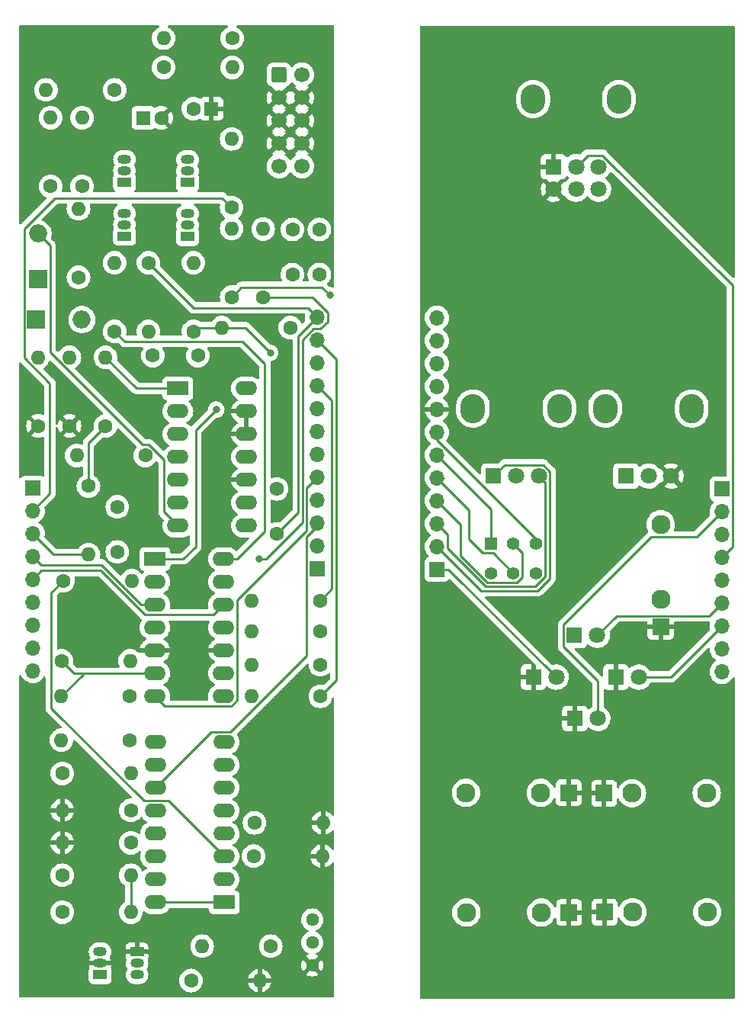
<source format=gbr>
%TF.GenerationSoftware,KiCad,Pcbnew,(6.0.1-0)*%
%TF.CreationDate,2023-01-31T22:38:10+01:00*%
%TF.ProjectId,Yusynth4lfo,59757379-6e74-4683-946c-666f2e6b6963,rev?*%
%TF.SameCoordinates,Original*%
%TF.FileFunction,Copper,L2,Bot*%
%TF.FilePolarity,Positive*%
%FSLAX46Y46*%
G04 Gerber Fmt 4.6, Leading zero omitted, Abs format (unit mm)*
G04 Created by KiCad (PCBNEW (6.0.1-0)) date 2023-01-31 22:38:10*
%MOMM*%
%LPD*%
G01*
G04 APERTURE LIST*
G04 Aperture macros list*
%AMRoundRect*
0 Rectangle with rounded corners*
0 $1 Rounding radius*
0 $2 $3 $4 $5 $6 $7 $8 $9 X,Y pos of 4 corners*
0 Add a 4 corners polygon primitive as box body*
4,1,4,$2,$3,$4,$5,$6,$7,$8,$9,$2,$3,0*
0 Add four circle primitives for the rounded corners*
1,1,$1+$1,$2,$3*
1,1,$1+$1,$4,$5*
1,1,$1+$1,$6,$7*
1,1,$1+$1,$8,$9*
0 Add four rect primitives between the rounded corners*
20,1,$1+$1,$2,$3,$4,$5,0*
20,1,$1+$1,$4,$5,$6,$7,0*
20,1,$1+$1,$6,$7,$8,$9,0*
20,1,$1+$1,$8,$9,$2,$3,0*%
G04 Aperture macros list end*
%TA.AperFunction,ComponentPad*%
%ADD10C,1.600000*%
%TD*%
%TA.AperFunction,ComponentPad*%
%ADD11O,1.600000X1.600000*%
%TD*%
%TA.AperFunction,ComponentPad*%
%ADD12R,1.600000X1.600000*%
%TD*%
%TA.AperFunction,ComponentPad*%
%ADD13R,2.400000X1.600000*%
%TD*%
%TA.AperFunction,ComponentPad*%
%ADD14O,2.400000X1.600000*%
%TD*%
%TA.AperFunction,ComponentPad*%
%ADD15R,1.830000X1.930000*%
%TD*%
%TA.AperFunction,ComponentPad*%
%ADD16C,2.130000*%
%TD*%
%TA.AperFunction,ComponentPad*%
%ADD17R,1.800000X1.800000*%
%TD*%
%TA.AperFunction,ComponentPad*%
%ADD18C,1.800000*%
%TD*%
%TA.AperFunction,ComponentPad*%
%ADD19R,1.930000X1.830000*%
%TD*%
%TA.AperFunction,ComponentPad*%
%ADD20R,1.500000X1.050000*%
%TD*%
%TA.AperFunction,ComponentPad*%
%ADD21O,1.500000X1.050000*%
%TD*%
%TA.AperFunction,ComponentPad*%
%ADD22C,1.440000*%
%TD*%
%TA.AperFunction,ComponentPad*%
%ADD23R,1.400000X1.400000*%
%TD*%
%TA.AperFunction,ComponentPad*%
%ADD24C,1.400000*%
%TD*%
%TA.AperFunction,ComponentPad*%
%ADD25RoundRect,0.250000X-0.600000X-0.600000X0.600000X-0.600000X0.600000X0.600000X-0.600000X0.600000X0*%
%TD*%
%TA.AperFunction,ComponentPad*%
%ADD26C,1.700000*%
%TD*%
%TA.AperFunction,ComponentPad*%
%ADD27R,2.000000X2.000000*%
%TD*%
%TA.AperFunction,ComponentPad*%
%ADD28O,2.000000X2.000000*%
%TD*%
%TA.AperFunction,ComponentPad*%
%ADD29O,2.720000X3.240000*%
%TD*%
%TA.AperFunction,ComponentPad*%
%ADD30R,1.700000X1.700000*%
%TD*%
%TA.AperFunction,ComponentPad*%
%ADD31O,1.700000X1.700000*%
%TD*%
%TA.AperFunction,ViaPad*%
%ADD32C,0.800000*%
%TD*%
%TA.AperFunction,Conductor*%
%ADD33C,0.250000*%
%TD*%
G04 APERTURE END LIST*
D10*
%TO.P,R32,1*%
%TO.N,/270*%
X155000000Y-49500000D03*
D11*
%TO.P,R32,2*%
%TO.N,/Direction sw C4*%
X147380000Y-49500000D03*
%TD*%
D10*
%TO.P,R30,1*%
%TO.N,Net-(R25-Pad1)*%
X171500000Y-72560000D03*
D11*
%TO.P,R30,2*%
%TO.N,Net-(Q6-Pad2)*%
X171500000Y-64940000D03*
%TD*%
D12*
%TO.P,C3,1*%
%TO.N,GND*%
X165755113Y-51600000D03*
D10*
%TO.P,C3,2*%
%TO.N,-12V*%
X163755113Y-51600000D03*
%TD*%
D13*
%TO.P,U2,1*%
%TO.N,Net-(R17-Pad2)*%
X162030000Y-82640000D03*
D14*
%TO.P,U2,2,-*%
%TO.N,Net-(R12-Pad2)*%
X162030000Y-85180000D03*
%TO.P,U2,3,+*%
%TO.N,Net-(R13-Pad2)*%
X162030000Y-87720000D03*
%TO.P,U2,4,V+*%
%TO.N,+12V*%
X162030000Y-90260000D03*
%TO.P,U2,5,+*%
%TO.N,GND*%
X162030000Y-92800000D03*
%TO.P,U2,6,-*%
%TO.N,Net-(C4-Pad1)*%
X162030000Y-95340000D03*
%TO.P,U2,7*%
%TO.N,/Output level1 Cw*%
X162030000Y-97880000D03*
%TO.P,U2,8*%
%TO.N,/Output level2 CW*%
X169650000Y-97880000D03*
%TO.P,U2,9,-*%
%TO.N,Net-(C1-Pad1)*%
X169650000Y-95340000D03*
%TO.P,U2,10,+*%
%TO.N,GND*%
X169650000Y-92800000D03*
%TO.P,U2,11,V-*%
%TO.N,-12V*%
X169650000Y-90260000D03*
%TO.P,U2,12,+*%
%TO.N,GND*%
X169650000Y-87720000D03*
%TO.P,U2,13,-*%
X169650000Y-85180000D03*
%TO.P,U2,14*%
%TO.N,unconnected-(U2-Pad14)*%
X169650000Y-82640000D03*
%TD*%
D10*
%TO.P,R12,1*%
%TO.N,/Output level2 CW*%
X158750000Y-68690000D03*
D11*
%TO.P,R12,2*%
%TO.N,Net-(R12-Pad2)*%
X158750000Y-76310000D03*
%TD*%
D15*
%TO.P,J4,S*%
%TO.N,GND*%
X209420000Y-140800000D03*
D16*
%TO.P,J4,T*%
%TO.N,/270*%
X220820000Y-140800000D03*
%TO.P,J4,TN*%
%TO.N,N/C*%
X212520000Y-140800000D03*
%TD*%
D17*
%TO.P,D5,1,K*%
%TO.N,GND*%
X206125000Y-119300000D03*
D18*
%TO.P,D5,2,A*%
%TO.N,/Green led*%
X208665000Y-119300000D03*
%TD*%
D19*
%TO.P,J1,S*%
%TO.N,GND*%
X215650000Y-109130000D03*
D16*
%TO.P,J1,T*%
%TO.N,Net-(J1-PadT)*%
X215650000Y-97730000D03*
%TO.P,J1,TN*%
%TO.N,N/C*%
X215650000Y-106030000D03*
%TD*%
D10*
%TO.P,C4,1*%
%TO.N,Net-(C4-Pad1)*%
X155300000Y-95800000D03*
%TO.P,C4,2*%
%TO.N,/Output level1 Cw*%
X155300000Y-100800000D03*
%TD*%
D13*
%TO.P,U3,1*%
%TO.N,/Direction sw C1*%
X159480000Y-101580000D03*
D14*
%TO.P,U3,2,-*%
X159480000Y-104120000D03*
%TO.P,U3,3,+*%
%TO.N,/Output level1 WP*%
X159480000Y-106660000D03*
%TO.P,U3,4,V+*%
%TO.N,+12V*%
X159480000Y-109200000D03*
%TO.P,U3,5,+*%
%TO.N,GND*%
X159480000Y-111740000D03*
%TO.P,U3,6,-*%
%TO.N,Net-(R24-Pad1)*%
X159480000Y-114280000D03*
%TO.P,U3,7*%
%TO.N,/Direction sw C2*%
X159480000Y-116820000D03*
%TO.P,U3,8*%
%TO.N,Net-(R25-Pad1)*%
X167100000Y-116820000D03*
%TO.P,U3,9,-*%
%TO.N,Net-(R23-Pad1)*%
X167100000Y-114280000D03*
%TO.P,U3,10,+*%
%TO.N,GND*%
X167100000Y-111740000D03*
%TO.P,U3,11,V-*%
%TO.N,-12V*%
X167100000Y-109200000D03*
%TO.P,U3,12,+*%
%TO.N,/Output level2 WP*%
X167100000Y-106660000D03*
%TO.P,U3,13,-*%
%TO.N,Net-(R23-Pad2)*%
X167100000Y-104120000D03*
%TO.P,U3,14*%
X167100000Y-101580000D03*
%TD*%
D20*
%TO.P,Q5,1,C*%
%TO.N,+12V*%
X156110000Y-65750000D03*
D21*
%TO.P,Q5,2,B*%
%TO.N,Net-(Q5-Pad2)*%
X156110000Y-64480000D03*
%TO.P,Q5,3,E*%
%TO.N,Net-(Q5-Pad3)*%
X156110000Y-63210000D03*
%TD*%
D10*
%TO.P,R28,1*%
%TO.N,Net-(R23-Pad2)*%
X155000000Y-76310000D03*
D11*
%TO.P,R28,2*%
%TO.N,Net-(Q5-Pad2)*%
X155000000Y-68690000D03*
%TD*%
D10*
%TO.P,R7,1*%
%TO.N,Net-(Q2-Pad2)*%
X163490000Y-148400000D03*
D11*
%TO.P,R7,2*%
%TO.N,GND*%
X171110000Y-148400000D03*
%TD*%
D10*
%TO.P,C6,1*%
%TO.N,+12V*%
X159250000Y-79000000D03*
%TO.P,C6,2*%
%TO.N,-12V*%
X164250000Y-79000000D03*
%TD*%
D22*
%TO.P,RV3,1,1*%
%TO.N,-12V*%
X176950000Y-141630000D03*
%TO.P,RV3,2,2*%
%TO.N,Net-(R6-Pad1)*%
X176950000Y-144170000D03*
%TO.P,RV3,3,3*%
%TO.N,GND*%
X176950000Y-146710000D03*
%TD*%
D20*
%TO.P,Q1,1,C*%
%TO.N,+12V*%
X163110000Y-65790000D03*
D21*
%TO.P,Q1,2,B*%
%TO.N,Net-(Q1-Pad2)*%
X163110000Y-64520000D03*
%TO.P,Q1,3,E*%
%TO.N,Net-(Q1-Pad3)*%
X163110000Y-63250000D03*
%TD*%
D10*
%TO.P,R29,1*%
%TO.N,/0*%
X177800000Y-106200000D03*
D11*
%TO.P,R29,2*%
%TO.N,Net-(R23-Pad2)*%
X170180000Y-106200000D03*
%TD*%
D10*
%TO.P,R6,1*%
%TO.N,Net-(R6-Pad1)*%
X172350000Y-144580000D03*
D11*
%TO.P,R6,2*%
%TO.N,Net-(Q2-Pad2)*%
X164730000Y-144580000D03*
%TD*%
D10*
%TO.P,R13,1*%
%TO.N,GND*%
X150000000Y-86810000D03*
D11*
%TO.P,R13,2*%
%TO.N,Net-(R13-Pad2)*%
X150000000Y-79190000D03*
%TD*%
D20*
%TO.P,Q4,1,C*%
%TO.N,+12V*%
X156110000Y-59750000D03*
D21*
%TO.P,Q4,2,B*%
%TO.N,Net-(Q4-Pad2)*%
X156110000Y-58480000D03*
%TO.P,Q4,3,E*%
%TO.N,Net-(Q4-Pad3)*%
X156110000Y-57210000D03*
%TD*%
D10*
%TO.P,R8,1*%
%TO.N,Net-(R8-Pad1)*%
X170540000Y-130880000D03*
D11*
%TO.P,R8,2*%
%TO.N,GND*%
X178160000Y-130880000D03*
%TD*%
D10*
%TO.P,R15,1*%
%TO.N,-12V*%
X168060000Y-43750000D03*
D11*
%TO.P,R15,2*%
X160440000Y-43750000D03*
%TD*%
D10*
%TO.P,R19,1*%
%TO.N,Net-(R17-Pad2)*%
X149190000Y-125400000D03*
D11*
%TO.P,R19,2*%
%TO.N,Net-(R19-Pad2)*%
X156810000Y-125400000D03*
%TD*%
D12*
%TO.P,C2,1*%
%TO.N,+12V*%
X158200000Y-52600000D03*
D10*
%TO.P,C2,2*%
%TO.N,GND*%
X160200000Y-52600000D03*
%TD*%
%TO.P,R2,1*%
%TO.N,/90*%
X174510000Y-75900000D03*
D11*
%TO.P,R2,2*%
%TO.N,/Direction sw C3*%
X166890000Y-75900000D03*
%TD*%
D10*
%TO.P,R3,1*%
%TO.N,/Yellow led*%
X168000000Y-72500000D03*
D11*
%TO.P,R3,2*%
%TO.N,Net-(Q1-Pad3)*%
X168000000Y-64880000D03*
%TD*%
D10*
%TO.P,C5,1*%
%TO.N,+12V*%
X177750000Y-65000000D03*
%TO.P,C5,2*%
%TO.N,-12V*%
X177750000Y-70000000D03*
%TD*%
%TO.P,R22,1*%
%TO.N,Net-(R19-Pad2)*%
X156810000Y-133100000D03*
D11*
%TO.P,R22,2*%
%TO.N,GND*%
X149190000Y-133100000D03*
%TD*%
D10*
%TO.P,R35,1*%
%TO.N,/Orange led*%
X151400000Y-60210000D03*
D11*
%TO.P,R35,2*%
%TO.N,Net-(Q4-Pad3)*%
X151400000Y-52590000D03*
%TD*%
D13*
%TO.P,U1,1*%
%TO.N,Net-(Q3-Pad1)*%
X167175000Y-139705000D03*
D14*
%TO.P,U1,2,DIODE_BIAS*%
%TO.N,unconnected-(U1-Pad2)*%
X167175000Y-137165000D03*
%TO.P,U1,3,+*%
%TO.N,Net-(R10-Pad1)*%
X167175000Y-134625000D03*
%TO.P,U1,4,-*%
%TO.N,Net-(R8-Pad1)*%
X167175000Y-132085000D03*
%TO.P,U1,5*%
%TO.N,Net-(C1-Pad1)*%
X167175000Y-129545000D03*
%TO.P,U1,6,V-*%
%TO.N,-12V*%
X167175000Y-127005000D03*
%TO.P,U1,7*%
%TO.N,unconnected-(U1-Pad7)*%
X167175000Y-124465000D03*
%TO.P,U1,8*%
%TO.N,unconnected-(U1-Pad8)*%
X167175000Y-121925000D03*
%TO.P,U1,9*%
%TO.N,unconnected-(U1-Pad9)*%
X159555000Y-121925000D03*
%TO.P,U1,10*%
%TO.N,unconnected-(U1-Pad10)*%
X159555000Y-124465000D03*
%TO.P,U1,11,V+*%
%TO.N,+12V*%
X159555000Y-127005000D03*
%TO.P,U1,12*%
%TO.N,Net-(C4-Pad1)*%
X159555000Y-129545000D03*
%TO.P,U1,13,-*%
%TO.N,Net-(R21-Pad1)*%
X159555000Y-132085000D03*
%TO.P,U1,14,+*%
%TO.N,Net-(R19-Pad2)*%
X159555000Y-134625000D03*
%TO.P,U1,15,DIODE_BIAS*%
%TO.N,unconnected-(U1-Pad15)*%
X159555000Y-137165000D03*
%TO.P,U1,16*%
%TO.N,Net-(Q3-Pad1)*%
X159555000Y-139705000D03*
%TD*%
D17*
%TO.P,D4,1,K*%
%TO.N,GND*%
X206075000Y-110050000D03*
D18*
%TO.P,D4,2,A*%
%TO.N,/Red led*%
X208615000Y-110050000D03*
%TD*%
D10*
%TO.P,R1,1*%
%TO.N,/Direction sw C3*%
X163750000Y-76310000D03*
D11*
%TO.P,R1,2*%
%TO.N,Net-(Q1-Pad2)*%
X163750000Y-68690000D03*
%TD*%
D10*
%TO.P,R14,1*%
%TO.N,+12V*%
X160440000Y-47000000D03*
D11*
%TO.P,R14,2*%
X168060000Y-47000000D03*
%TD*%
D10*
%TO.P,R9,1*%
%TO.N,Net-(R10-Pad1)*%
X170440000Y-134580000D03*
D11*
%TO.P,R9,2*%
%TO.N,GND*%
X178060000Y-134580000D03*
%TD*%
D10*
%TO.P,R4,1*%
%TO.N,/Rate WP*%
X149190000Y-140800000D03*
D11*
%TO.P,R4,2*%
%TO.N,Net-(Q2-Pad2)*%
X156810000Y-140800000D03*
%TD*%
D17*
%TO.P,D1,1,K*%
%TO.N,GND*%
X201510000Y-114700000D03*
D18*
%TO.P,D1,2,A*%
%TO.N,/Yellow led*%
X204050000Y-114700000D03*
%TD*%
D10*
%TO.P,R24,1*%
%TO.N,Net-(R24-Pad1)*%
X149100000Y-112900000D03*
D11*
%TO.P,R24,2*%
%TO.N,/Direction sw C1*%
X156720000Y-112900000D03*
%TD*%
D10*
%TO.P,R11,1*%
%TO.N,+12V*%
X156710000Y-121700000D03*
D11*
%TO.P,R11,2*%
%TO.N,Net-(Q2-Pad3)*%
X149090000Y-121700000D03*
%TD*%
D10*
%TO.P,R27,1*%
%TO.N,/Direction sw C4*%
X147900000Y-60210000D03*
D11*
%TO.P,R27,2*%
%TO.N,Net-(Q4-Pad2)*%
X147900000Y-52590000D03*
%TD*%
D10*
%TO.P,R23,1*%
%TO.N,Net-(R23-Pad1)*%
X177800000Y-109600000D03*
D11*
%TO.P,R23,2*%
%TO.N,Net-(R23-Pad2)*%
X170180000Y-109600000D03*
%TD*%
D15*
%TO.P,J6,S*%
%TO.N,GND*%
X205430000Y-127550000D03*
D16*
%TO.P,J6,T*%
%TO.N,/0*%
X194030000Y-127550000D03*
%TO.P,J6,TN*%
%TO.N,N/C*%
X202330000Y-127550000D03*
%TD*%
D10*
%TO.P,R25,1*%
%TO.N,Net-(R25-Pad1)*%
X177850000Y-113330000D03*
D11*
%TO.P,R25,2*%
%TO.N,Net-(R23-Pad1)*%
X170230000Y-113330000D03*
%TD*%
D23*
%TO.P,SW1,1,A*%
%TO.N,/Direction sw C3*%
X196792500Y-99850000D03*
D24*
%TO.P,SW1,2,B*%
%TO.N,/Direction sw C1*%
X199292500Y-99850000D03*
%TO.P,SW1,3,C*%
%TO.N,/Direction sw C4*%
X201792500Y-99850000D03*
%TO.P,SW1,4,A*%
X196792500Y-103150000D03*
%TO.P,SW1,5,B*%
%TO.N,/Direction sw C2*%
X199292500Y-103150000D03*
%TO.P,SW1,6,C*%
%TO.N,/Direction sw C3*%
X201792500Y-103150000D03*
%TD*%
D25*
%TO.P,J3,1,Pin_1*%
%TO.N,+12V*%
X173247500Y-47800000D03*
D26*
%TO.P,J3,2,Pin_2*%
X175787500Y-47800000D03*
%TO.P,J3,3,Pin_3*%
%TO.N,GND*%
X173247500Y-50340000D03*
%TO.P,J3,4,Pin_4*%
X175787500Y-50340000D03*
%TO.P,J3,5,Pin_5*%
X173247500Y-52880000D03*
%TO.P,J3,6,Pin_6*%
X175787500Y-52880000D03*
%TO.P,J3,7,Pin_7*%
X173247500Y-55420000D03*
%TO.P,J3,8,Pin_8*%
X175787500Y-55420000D03*
%TO.P,J3,9,Pin_9*%
%TO.N,-12V*%
X173247500Y-57960000D03*
%TO.P,J3,10,Pin_10*%
X175787500Y-57960000D03*
%TD*%
D10*
%TO.P,R10,1*%
%TO.N,Net-(R10-Pad1)*%
X149290000Y-104000000D03*
D11*
%TO.P,R10,2*%
%TO.N,/Output level1 Cw*%
X156910000Y-104000000D03*
%TD*%
D20*
%TO.P,Q2,1,C*%
%TO.N,GND*%
X157490000Y-145210000D03*
D21*
%TO.P,Q2,2,B*%
%TO.N,Net-(Q2-Pad2)*%
X157490000Y-146480000D03*
%TO.P,Q2,3,E*%
%TO.N,Net-(Q2-Pad3)*%
X157490000Y-147750000D03*
%TD*%
D27*
%TO.P,D3,1,K*%
%TO.N,Net-(D2-Pad1)*%
X146500000Y-70540000D03*
D28*
%TO.P,D3,2,A*%
%TO.N,/Output level1 Cw*%
X146500000Y-65460000D03*
%TD*%
D17*
%TO.P,D6,1,K*%
%TO.N,GND*%
X210675000Y-114700000D03*
D18*
%TO.P,D6,2,A*%
%TO.N,/Orange led*%
X213215000Y-114700000D03*
%TD*%
D29*
%TO.P,RV4,*%
%TO.N,*%
X201500000Y-50525000D03*
X211000000Y-50525000D03*
D17*
%TO.P,RV4,1,1*%
%TO.N,GND*%
X203750000Y-58025000D03*
D18*
%TO.P,RV4,2,2*%
%TO.N,/Output level1 WP*%
X206250000Y-58025000D03*
%TO.P,RV4,3,3*%
%TO.N,/Output level1 Cw*%
X208750000Y-58025000D03*
%TO.P,RV4,4,4*%
%TO.N,GND*%
X203750000Y-60525000D03*
%TO.P,RV4,5,5*%
%TO.N,/Output level2 WP*%
X206250000Y-60525000D03*
%TO.P,RV4,6,6*%
%TO.N,/Output level2 CW*%
X208750000Y-60525000D03*
%TD*%
D10*
%TO.P,R33,1*%
%TO.N,/Red led*%
X151000000Y-70310000D03*
D11*
%TO.P,R33,2*%
%TO.N,Net-(Q5-Pad3)*%
X151000000Y-62690000D03*
%TD*%
D29*
%TO.P,RV1,*%
%TO.N,*%
X194800000Y-84875000D03*
X204400000Y-84875000D03*
D17*
%TO.P,RV1,1,1*%
%TO.N,-12V*%
X197100000Y-92375000D03*
D18*
%TO.P,RV1,2,2*%
%TO.N,/Rate WP*%
X199600000Y-92375000D03*
%TO.P,RV1,3,3*%
%TO.N,+12V*%
X202100000Y-92375000D03*
%TD*%
D10*
%TO.P,R21,1*%
%TO.N,Net-(R21-Pad1)*%
X156810000Y-129500000D03*
D11*
%TO.P,R21,2*%
%TO.N,GND*%
X149190000Y-129500000D03*
%TD*%
D10*
%TO.P,R5,1*%
%TO.N,/FM level WP*%
X149190000Y-136700000D03*
D11*
%TO.P,R5,2*%
%TO.N,Net-(Q2-Pad2)*%
X156810000Y-136700000D03*
%TD*%
D10*
%TO.P,C7,1*%
%TO.N,+12V*%
X174750000Y-65000000D03*
%TO.P,C7,2*%
%TO.N,-12V*%
X174750000Y-70000000D03*
%TD*%
%TO.P,R26,1*%
%TO.N,/Direction sw C2*%
X156700000Y-116830000D03*
D11*
%TO.P,R26,2*%
%TO.N,Net-(R24-Pad1)*%
X149080000Y-116830000D03*
%TD*%
D27*
%TO.P,D2,1,K*%
%TO.N,Net-(D2-Pad1)*%
X146300000Y-75000000D03*
D28*
%TO.P,D2,2,A*%
%TO.N,Net-(D2-Pad2)*%
X151380000Y-75000000D03*
%TD*%
D20*
%TO.P,Q3,1,C*%
%TO.N,Net-(Q3-Pad1)*%
X153400000Y-147750000D03*
D21*
%TO.P,Q3,2,B*%
%TO.N,GND*%
X153400000Y-146480000D03*
%TO.P,Q3,3,E*%
%TO.N,Net-(Q2-Pad3)*%
X153400000Y-145210000D03*
%TD*%
D15*
%TO.P,J2,S*%
%TO.N,GND*%
X209370000Y-127600000D03*
D16*
%TO.P,J2,T*%
%TO.N,/90*%
X220770000Y-127600000D03*
%TO.P,J2,TN*%
%TO.N,N/C*%
X212470000Y-127600000D03*
%TD*%
D29*
%TO.P,RV2,*%
%TO.N,*%
X219100000Y-84875000D03*
X209500000Y-84875000D03*
D17*
%TO.P,RV2,1,1*%
%TO.N,Net-(J1-PadT)*%
X211800000Y-92375000D03*
D18*
%TO.P,RV2,2,2*%
%TO.N,/FM level WP*%
X214300000Y-92375000D03*
%TO.P,RV2,3,3*%
%TO.N,GND*%
X216800000Y-92375000D03*
%TD*%
D10*
%TO.P,C1,1*%
%TO.N,Net-(C1-Pad1)*%
X173000000Y-93800000D03*
%TO.P,C1,2*%
%TO.N,/Output level2 CW*%
X173000000Y-98800000D03*
%TD*%
D15*
%TO.P,J5,S*%
%TO.N,GND*%
X205480000Y-140850000D03*
D16*
%TO.P,J5,T*%
%TO.N,/180*%
X194080000Y-140850000D03*
%TO.P,J5,TN*%
%TO.N,N/C*%
X202380000Y-140850000D03*
%TD*%
D10*
%TO.P,R18,1*%
%TO.N,GND*%
X146500000Y-86810000D03*
D11*
%TO.P,R18,2*%
%TO.N,Net-(D2-Pad2)*%
X146500000Y-79190000D03*
%TD*%
D10*
%TO.P,R31,1*%
%TO.N,/180*%
X177850000Y-116830000D03*
D11*
%TO.P,R31,2*%
%TO.N,Net-(R25-Pad1)*%
X170230000Y-116830000D03*
%TD*%
D10*
%TO.P,R34,1*%
%TO.N,/Green led*%
X168000000Y-62560000D03*
D11*
%TO.P,R34,2*%
%TO.N,Net-(Q6-Pad3)*%
X168000000Y-54940000D03*
%TD*%
D10*
%TO.P,R16,1*%
%TO.N,Net-(R13-Pad2)*%
X158410000Y-90100000D03*
D11*
%TO.P,R16,2*%
%TO.N,Net-(D2-Pad2)*%
X150790000Y-90100000D03*
%TD*%
D10*
%TO.P,R17,1*%
%TO.N,Net-(R12-Pad2)*%
X154000000Y-86810000D03*
D11*
%TO.P,R17,2*%
%TO.N,Net-(R17-Pad2)*%
X154000000Y-79190000D03*
%TD*%
D10*
%TO.P,R20,1*%
%TO.N,Net-(R12-Pad2)*%
X152100000Y-93490000D03*
D11*
%TO.P,R20,2*%
%TO.N,/Output level1 Cw*%
X152100000Y-101110000D03*
%TD*%
D20*
%TO.P,Q6,1,C*%
%TO.N,+12V*%
X163110000Y-59770000D03*
D21*
%TO.P,Q6,2,B*%
%TO.N,Net-(Q6-Pad2)*%
X163110000Y-58500000D03*
%TO.P,Q6,3,E*%
%TO.N,Net-(Q6-Pad3)*%
X163110000Y-57230000D03*
%TD*%
D30*
%TO.P,J10,1,Pin_1*%
%TO.N,/270*%
X145900000Y-93700000D03*
D31*
%TO.P,J10,2,Pin_2*%
%TO.N,/Green led*%
X145900000Y-96240000D03*
%TO.P,J10,3,Pin_3*%
%TO.N,/Output level1 Cw*%
X145900000Y-98780000D03*
%TO.P,J10,4,Pin_4*%
%TO.N,/Output level1 WP*%
X145900000Y-101320000D03*
%TO.P,J10,5,Pin_5*%
%TO.N,/Output level2 WP*%
X145900000Y-103860000D03*
%TO.P,J10,6,Pin_6*%
%TO.N,/Red led*%
X145900000Y-106400000D03*
%TO.P,J10,7,Pin_7*%
%TO.N,/Orange led*%
X145900000Y-108940000D03*
%TO.P,J10,8,Pin_8*%
%TO.N,/FM level WP*%
X145900000Y-111480000D03*
%TO.P,J10,9,Pin_9*%
%TO.N,/Rate WP*%
X145900000Y-114020000D03*
%TD*%
D30*
%TO.P,J8,1,Pin_1*%
%TO.N,/Yellow led*%
X190800000Y-102750000D03*
D31*
%TO.P,J8,2,Pin_2*%
%TO.N,-12V*%
X190800000Y-100210000D03*
%TO.P,J8,3,Pin_3*%
%TO.N,+12V*%
X190800000Y-97670000D03*
%TO.P,J8,4,Pin_4*%
%TO.N,/Direction sw C1*%
X190800000Y-95130000D03*
%TO.P,J8,5,Pin_5*%
%TO.N,/Direction sw C2*%
X190800000Y-92590000D03*
%TO.P,J8,6,Pin_6*%
%TO.N,/Direction sw C3*%
X190800000Y-90050000D03*
%TO.P,J8,7,Pin_7*%
%TO.N,/Direction sw C4*%
X190800000Y-87510000D03*
%TO.P,J8,8,Pin_8*%
%TO.N,GND*%
X190800000Y-84970000D03*
%TO.P,J8,9,Pin_9*%
%TO.N,/0*%
X190800000Y-82430000D03*
%TO.P,J8,10,Pin_10*%
%TO.N,/90*%
X190800000Y-79890000D03*
%TO.P,J8,11,Pin_11*%
%TO.N,/180*%
X190800000Y-77350000D03*
%TO.P,J8,12,Pin_12*%
%TO.N,/Output level2 CW*%
X190800000Y-74810000D03*
%TD*%
D30*
%TO.P,J9,1,Pin_1*%
%TO.N,/270*%
X222450000Y-93800000D03*
D31*
%TO.P,J9,2,Pin_2*%
%TO.N,/Green led*%
X222450000Y-96340000D03*
%TO.P,J9,3,Pin_3*%
%TO.N,/Output level1 Cw*%
X222450000Y-98880000D03*
%TO.P,J9,4,Pin_4*%
%TO.N,/Output level1 WP*%
X222450000Y-101420000D03*
%TO.P,J9,5,Pin_5*%
%TO.N,/Output level2 WP*%
X222450000Y-103960000D03*
%TO.P,J9,6,Pin_6*%
%TO.N,/Red led*%
X222450000Y-106500000D03*
%TO.P,J9,7,Pin_7*%
%TO.N,/Orange led*%
X222450000Y-109040000D03*
%TO.P,J9,8,Pin_8*%
%TO.N,/FM level WP*%
X222450000Y-111580000D03*
%TO.P,J9,9,Pin_9*%
%TO.N,/Rate WP*%
X222450000Y-114120000D03*
%TD*%
D30*
%TO.P,J7,1,Pin_1*%
%TO.N,/Yellow led*%
X177500000Y-102660000D03*
D31*
%TO.P,J7,2,Pin_2*%
%TO.N,-12V*%
X177500000Y-100120000D03*
%TO.P,J7,3,Pin_3*%
%TO.N,+12V*%
X177500000Y-97580000D03*
%TO.P,J7,4,Pin_4*%
%TO.N,/Direction sw C1*%
X177500000Y-95040000D03*
%TO.P,J7,5,Pin_5*%
%TO.N,/Direction sw C2*%
X177500000Y-92500000D03*
%TO.P,J7,6,Pin_6*%
%TO.N,/Direction sw C3*%
X177500000Y-89960000D03*
%TO.P,J7,7,Pin_7*%
%TO.N,/Direction sw C4*%
X177500000Y-87420000D03*
%TO.P,J7,8,Pin_8*%
%TO.N,GND*%
X177500000Y-84880000D03*
%TO.P,J7,9,Pin_9*%
%TO.N,/0*%
X177500000Y-82340000D03*
%TO.P,J7,10,Pin_10*%
%TO.N,/90*%
X177500000Y-79800000D03*
%TO.P,J7,11,Pin_11*%
%TO.N,/180*%
X177500000Y-77260000D03*
%TO.P,J7,12,Pin_12*%
%TO.N,/Output level2 CW*%
X177500000Y-74720000D03*
%TD*%
D32*
%TO.N,/Yellow led*%
X178900000Y-72300000D03*
%TO.N,/Direction sw C3*%
X172300000Y-78700000D03*
%TO.N,Net-(R25-Pad1)*%
X171100000Y-101600000D03*
%TO.N,/Direction sw C1*%
X166300000Y-85000000D03*
%TD*%
D33*
%TO.N,/Output level2 CW*%
X175400000Y-76820000D02*
X177500000Y-74720000D01*
X176464511Y-73684511D02*
X177500000Y-74720000D01*
X163744511Y-73684511D02*
X176464511Y-73684511D01*
X158750000Y-68690000D02*
X163744511Y-73684511D01*
X173000000Y-98800000D02*
X175400000Y-96400000D01*
X175400000Y-96400000D02*
X175400000Y-76820000D01*
%TO.N,+12V*%
X159555000Y-127005000D02*
X165759520Y-120800480D01*
X165759520Y-120800480D02*
X167849820Y-120800480D01*
X202850000Y-93125000D02*
X202100000Y-92375000D01*
X191974511Y-98844511D02*
X191974511Y-100416607D01*
X176300000Y-112350300D02*
X176300000Y-99135718D01*
X190800000Y-97670000D02*
X191974511Y-98844511D01*
X177500000Y-97935718D02*
X177500000Y-97580000D01*
X191974511Y-100416607D02*
X196207904Y-104650000D01*
X167849820Y-120800480D02*
X176300000Y-112350300D01*
X196207904Y-104650000D02*
X201741378Y-104650000D01*
X202850000Y-103541378D02*
X202850000Y-93125000D01*
X201741378Y-104650000D02*
X202850000Y-103541378D01*
X176300000Y-99135718D02*
X177500000Y-97935718D01*
%TO.N,-12V*%
X203350000Y-91893279D02*
X202606721Y-91150000D01*
X202000480Y-105099520D02*
X203350000Y-103750000D01*
X202606721Y-91150000D02*
X198325000Y-91150000D01*
X190800000Y-100210000D02*
X195689520Y-105099520D01*
X195689520Y-105099520D02*
X202000480Y-105099520D01*
X198325000Y-91150000D02*
X197100000Y-92375000D01*
X203350000Y-103750000D02*
X203350000Y-91893279D01*
%TO.N,/Output level1 Cw*%
X146500000Y-65460000D02*
X147824511Y-66784511D01*
X160505480Y-96355480D02*
X162030000Y-97880000D01*
X147824511Y-78604811D02*
X158119700Y-88900000D01*
X145900000Y-98780000D02*
X148230000Y-101110000D01*
X158119700Y-88900000D02*
X158800300Y-88900000D01*
X158800300Y-88900000D02*
X160505480Y-90605180D01*
X147824511Y-66784511D02*
X147824511Y-78604811D01*
X148230000Y-101110000D02*
X152100000Y-101110000D01*
X160505480Y-90605180D02*
X160505480Y-96355480D01*
%TO.N,/Yellow led*%
X190800000Y-102750000D02*
X192100000Y-102750000D01*
X178035489Y-71435489D02*
X169064511Y-71435489D01*
X192100000Y-102750000D02*
X204050000Y-114700000D01*
X178900000Y-72300000D02*
X178035489Y-71435489D01*
X169064511Y-71435489D02*
X168000000Y-72500000D01*
%TO.N,/Red led*%
X210774511Y-107890489D02*
X221059511Y-107890489D01*
X208615000Y-110050000D02*
X210774511Y-107890489D01*
X221059511Y-107890489D02*
X222450000Y-106500000D01*
%TO.N,/Green led*%
X219640000Y-99150000D02*
X222450000Y-96340000D01*
X147819700Y-94320300D02*
X147819700Y-82100000D01*
X147819700Y-82100000D02*
X144975489Y-79255789D01*
X208665000Y-115089022D02*
X204850489Y-111274511D01*
X166940000Y-61500000D02*
X168000000Y-62560000D01*
X145900000Y-96240000D02*
X147819700Y-94320300D01*
X204850489Y-111274511D02*
X204850489Y-108899511D01*
X144975489Y-64924511D02*
X148400000Y-61500000D01*
X204850489Y-108899511D02*
X214600000Y-99150000D01*
X214600000Y-99150000D02*
X219640000Y-99150000D01*
X148400000Y-61500000D02*
X166940000Y-61500000D01*
X208665000Y-119300000D02*
X208665000Y-115089022D01*
X144975489Y-79255789D02*
X144975489Y-64924511D01*
%TO.N,/Orange led*%
X213215000Y-114700000D02*
X216790000Y-114700000D01*
X216790000Y-114700000D02*
X222450000Y-109040000D01*
%TO.N,/180*%
X177850000Y-116830000D02*
X179600000Y-115080000D01*
X179600000Y-115080000D02*
X179600000Y-79360000D01*
X179600000Y-79360000D02*
X177817859Y-77577859D01*
%TO.N,/0*%
X177800000Y-106200000D02*
X179150480Y-104849520D01*
X179150480Y-104849520D02*
X179150480Y-83990480D01*
X179150480Y-83990480D02*
X177500000Y-82340000D01*
%TO.N,Net-(Q2-Pad2)*%
X156810000Y-136700000D02*
X156810000Y-140800000D01*
%TO.N,Net-(Q3-Pad1)*%
X167175000Y-139705000D02*
X159555000Y-139705000D01*
%TO.N,/Direction sw C3*%
X169500000Y-75900000D02*
X166890000Y-75900000D01*
X196792500Y-96042500D02*
X190800000Y-90050000D01*
X164160000Y-75900000D02*
X163750000Y-76310000D01*
X196792500Y-99850000D02*
X196792500Y-96042500D01*
X172300000Y-78700000D02*
X169500000Y-75900000D01*
X166890000Y-75900000D02*
X164160000Y-75900000D01*
%TO.N,/Output level1 WP*%
X146814511Y-102234511D02*
X153534511Y-102234511D01*
X207525000Y-56750000D02*
X206250000Y-58025000D01*
X209206721Y-56750000D02*
X207525000Y-56750000D01*
X223624511Y-100245489D02*
X223624511Y-71167790D01*
X157960000Y-106660000D02*
X159480000Y-106660000D01*
X222450000Y-101420000D02*
X223624511Y-100245489D01*
X153534511Y-102234511D02*
X157960000Y-106660000D01*
X223624511Y-71167790D02*
X209206721Y-56750000D01*
X145900000Y-101320000D02*
X146814511Y-102234511D01*
%TO.N,Net-(R10-Pad1)*%
X158240180Y-128420480D02*
X160970480Y-128420480D01*
X147955489Y-118135789D02*
X158240180Y-128420480D01*
X149290000Y-104000000D02*
X147955489Y-105334511D01*
X160970480Y-128420480D02*
X167175000Y-134625000D01*
X147955489Y-105334511D02*
X147955489Y-118135789D01*
%TO.N,Net-(R12-Pad2)*%
X152100000Y-88710000D02*
X154000000Y-86810000D01*
X152100000Y-93490000D02*
X152100000Y-88710000D01*
%TO.N,Net-(R17-Pad2)*%
X157450000Y-82640000D02*
X154000000Y-79190000D01*
X162030000Y-82640000D02*
X157450000Y-82640000D01*
%TO.N,Net-(R23-Pad2)*%
X171700000Y-98509700D02*
X171700000Y-79900000D01*
X169234511Y-77434511D02*
X156124511Y-77434511D01*
X156124511Y-77434511D02*
X155000000Y-76310000D01*
X168629700Y-101580000D02*
X171700000Y-98509700D01*
X171700000Y-79900000D02*
X169234511Y-77434511D01*
X167100000Y-101580000D02*
X168629700Y-101580000D01*
%TO.N,Net-(R24-Pad1)*%
X151480000Y-114430000D02*
X151480000Y-114280000D01*
X150480000Y-114280000D02*
X149100000Y-112900000D01*
X149080000Y-116830000D02*
X151480000Y-114430000D01*
X151480000Y-114280000D02*
X159480000Y-114280000D01*
X151480000Y-114280000D02*
X150480000Y-114280000D01*
%TO.N,Net-(R25-Pad1)*%
X175849520Y-77249470D02*
X175849520Y-97540780D01*
X175849520Y-97540780D02*
X171790300Y-101600000D01*
X178674511Y-74233501D02*
X178674511Y-75206499D01*
X178674511Y-75206499D02*
X177853151Y-76027859D01*
X177853151Y-76027859D02*
X177071131Y-76027859D01*
X171500000Y-72560000D02*
X177001010Y-72560000D01*
X177001010Y-72560000D02*
X178674511Y-74233501D01*
X177071131Y-76027859D02*
X175849520Y-77249470D01*
X171790300Y-101600000D02*
X171100000Y-101600000D01*
%TO.N,/Direction sw C4*%
X190800000Y-88350000D02*
X201792500Y-99342500D01*
X190800000Y-87510000D02*
X190800000Y-88350000D01*
%TO.N,/Direction sw C2*%
X176325489Y-98474511D02*
X176325489Y-93674511D01*
X172100000Y-102700000D02*
X176325489Y-98474511D01*
X176325489Y-93674511D02*
X177500000Y-92500000D01*
X195874511Y-100874511D02*
X194350000Y-99350000D01*
X160604520Y-117944520D02*
X167965791Y-117944520D01*
X168624520Y-106165180D02*
X172089700Y-102700000D01*
X191581522Y-92590000D02*
X190800000Y-92590000D01*
X194350000Y-96140000D02*
X190800000Y-92590000D01*
X172089700Y-102700000D02*
X172100000Y-102700000D01*
X168624520Y-117285791D02*
X168624520Y-106165180D01*
X199292500Y-103150000D02*
X197017011Y-100874511D01*
X197017011Y-100874511D02*
X195874511Y-100874511D01*
X194350000Y-99350000D02*
X194350000Y-96140000D01*
X159480000Y-116820000D02*
X160604520Y-117944520D01*
X167965791Y-117944520D02*
X168624520Y-117285791D01*
%TO.N,/Direction sw C1*%
X193400000Y-101206378D02*
X193400000Y-97730000D01*
X200317011Y-100874511D02*
X200317011Y-103574367D01*
X162620000Y-101580000D02*
X159480000Y-101580000D01*
X199691378Y-104200000D02*
X196393622Y-104200000D01*
X193400000Y-97730000D02*
X190800000Y-95130000D01*
X164000000Y-87300000D02*
X164000000Y-100200000D01*
X164000000Y-100200000D02*
X162620000Y-101580000D01*
X166300000Y-85000000D02*
X164000000Y-87300000D01*
X200317011Y-103574367D02*
X199691378Y-104200000D01*
X196393622Y-104200000D02*
X193400000Y-101206378D01*
X199292500Y-99850000D02*
X200317011Y-100874511D01*
%TO.N,/Output level2 WP*%
X165975480Y-107784520D02*
X167100000Y-106660000D01*
X146884511Y-102875489D02*
X153475489Y-102875489D01*
X145900000Y-103860000D02*
X146884511Y-102875489D01*
X158384520Y-107784520D02*
X165975480Y-107784520D01*
X153475489Y-102875489D02*
X158384520Y-107784520D01*
%TD*%
%TA.AperFunction,Conductor*%
%TO.N,GND*%
G36*
X223834121Y-42428002D02*
G01*
X223880614Y-42481658D01*
X223892000Y-42534000D01*
X223892000Y-70235184D01*
X223871998Y-70303305D01*
X223818342Y-70349798D01*
X223748068Y-70359902D01*
X223683488Y-70330408D01*
X223676905Y-70324279D01*
X209710373Y-56357747D01*
X209702833Y-56349461D01*
X209698721Y-56342982D01*
X209649069Y-56296356D01*
X209646228Y-56293602D01*
X209626491Y-56273865D01*
X209623294Y-56271385D01*
X209614272Y-56263680D01*
X209600837Y-56251064D01*
X209582042Y-56233414D01*
X209575096Y-56229595D01*
X209575093Y-56229593D01*
X209564287Y-56223652D01*
X209547768Y-56212801D01*
X209547304Y-56212441D01*
X209531762Y-56200386D01*
X209524493Y-56197241D01*
X209524489Y-56197238D01*
X209491184Y-56182826D01*
X209480534Y-56177609D01*
X209441781Y-56156305D01*
X209422158Y-56151267D01*
X209403455Y-56144863D01*
X209392141Y-56139967D01*
X209392140Y-56139967D01*
X209384866Y-56136819D01*
X209377043Y-56135580D01*
X209377033Y-56135577D01*
X209341197Y-56129901D01*
X209329577Y-56127495D01*
X209294432Y-56118472D01*
X209294431Y-56118472D01*
X209286751Y-56116500D01*
X209266497Y-56116500D01*
X209246786Y-56114949D01*
X209234607Y-56113020D01*
X209226778Y-56111780D01*
X209197507Y-56114547D01*
X209182760Y-56115941D01*
X209170902Y-56116500D01*
X207603767Y-56116500D01*
X207592584Y-56115973D01*
X207585091Y-56114298D01*
X207577165Y-56114547D01*
X207577164Y-56114547D01*
X207517014Y-56116438D01*
X207513055Y-56116500D01*
X207485144Y-56116500D01*
X207481210Y-56116997D01*
X207481209Y-56116997D01*
X207481144Y-56117005D01*
X207469307Y-56117938D01*
X207437490Y-56118938D01*
X207433029Y-56119078D01*
X207425110Y-56119327D01*
X207407454Y-56124456D01*
X207405658Y-56124978D01*
X207386306Y-56128986D01*
X207379235Y-56129880D01*
X207366203Y-56131526D01*
X207358834Y-56134443D01*
X207358832Y-56134444D01*
X207325097Y-56147800D01*
X207313869Y-56151645D01*
X207271407Y-56163982D01*
X207264585Y-56168016D01*
X207264579Y-56168019D01*
X207253968Y-56174294D01*
X207236218Y-56182990D01*
X207224756Y-56187528D01*
X207224751Y-56187531D01*
X207217383Y-56190448D01*
X207199970Y-56203099D01*
X207181625Y-56216427D01*
X207171707Y-56222943D01*
X207160463Y-56229593D01*
X207133637Y-56245458D01*
X207119313Y-56259782D01*
X207104281Y-56272621D01*
X207087893Y-56284528D01*
X207059712Y-56318593D01*
X207051722Y-56327373D01*
X206748112Y-56630983D01*
X206685800Y-56665009D01*
X206621087Y-56660924D01*
X206620906Y-56661610D01*
X206617437Y-56660694D01*
X206616967Y-56660664D01*
X206615914Y-56660291D01*
X206615900Y-56660287D01*
X206611028Y-56658562D01*
X206605935Y-56657655D01*
X206605932Y-56657654D01*
X206388095Y-56618851D01*
X206388089Y-56618850D01*
X206383006Y-56617945D01*
X206305644Y-56617000D01*
X206156581Y-56615179D01*
X206156579Y-56615179D01*
X206151411Y-56615116D01*
X205922464Y-56650150D01*
X205702314Y-56722106D01*
X205697726Y-56724494D01*
X205697722Y-56724496D01*
X205501461Y-56826663D01*
X205496872Y-56829052D01*
X205492739Y-56832155D01*
X205492736Y-56832157D01*
X205315789Y-56965013D01*
X205311655Y-56968117D01*
X205311066Y-56967333D01*
X205251346Y-56995484D01*
X205180955Y-56986231D01*
X205126741Y-56940391D01*
X205113925Y-56915224D01*
X205103323Y-56886944D01*
X205094786Y-56871351D01*
X205018285Y-56769276D01*
X205005724Y-56756715D01*
X204903649Y-56680214D01*
X204888054Y-56671676D01*
X204767606Y-56626522D01*
X204752351Y-56622895D01*
X204701486Y-56617369D01*
X204694672Y-56617000D01*
X204022115Y-56617000D01*
X204006876Y-56621475D01*
X204005671Y-56622865D01*
X204004000Y-56630548D01*
X204004000Y-58153000D01*
X203983998Y-58221121D01*
X203930342Y-58267614D01*
X203878000Y-58279000D01*
X202360116Y-58279000D01*
X202344877Y-58283475D01*
X202343672Y-58284865D01*
X202342001Y-58292548D01*
X202342001Y-58969669D01*
X202342371Y-58976490D01*
X202347895Y-59027352D01*
X202351521Y-59042604D01*
X202396676Y-59163054D01*
X202405214Y-59178649D01*
X202481715Y-59280724D01*
X202494276Y-59293285D01*
X202596351Y-59369786D01*
X202611946Y-59378324D01*
X202732394Y-59423478D01*
X202747650Y-59427105D01*
X202776961Y-59430290D01*
X202800835Y-59426010D01*
X202802170Y-59425048D01*
X202816622Y-59410597D01*
X202878935Y-59376574D01*
X202949750Y-59381640D01*
X202994811Y-59410600D01*
X203737189Y-60152979D01*
X203751132Y-60160592D01*
X203752966Y-60160461D01*
X203759580Y-60156210D01*
X204505189Y-59410600D01*
X204567502Y-59376575D01*
X204638317Y-59381639D01*
X204683378Y-59410597D01*
X204692218Y-59419437D01*
X204713503Y-59431059D01*
X204715145Y-59431146D01*
X204752352Y-59427105D01*
X204767604Y-59423479D01*
X204888054Y-59378324D01*
X204903649Y-59369786D01*
X205005724Y-59293285D01*
X205018285Y-59280724D01*
X205094786Y-59178649D01*
X205103325Y-59163052D01*
X205115278Y-59131167D01*
X205157919Y-59074402D01*
X205224480Y-59049702D01*
X205293829Y-59064909D01*
X205313744Y-59078451D01*
X205434434Y-59178649D01*
X205436461Y-59180332D01*
X205476097Y-59239235D01*
X205477595Y-59310216D01*
X205440481Y-59370739D01*
X205431630Y-59378037D01*
X205360896Y-59431146D01*
X205311655Y-59468117D01*
X205151639Y-59635564D01*
X205148730Y-59639829D01*
X205148724Y-59639837D01*
X205100199Y-59710972D01*
X205045288Y-59755975D01*
X204974763Y-59764146D01*
X204913884Y-59735439D01*
X204908538Y-59730835D01*
X204898973Y-59735238D01*
X204122021Y-60512189D01*
X204114408Y-60526132D01*
X204114539Y-60527966D01*
X204118790Y-60534580D01*
X204896307Y-61312096D01*
X204908313Y-61318652D01*
X204917244Y-61311829D01*
X204983519Y-61286370D01*
X205053037Y-61300783D01*
X205101165Y-61346117D01*
X205106800Y-61355311D01*
X205109501Y-61359719D01*
X205261147Y-61534784D01*
X205439349Y-61682730D01*
X205639322Y-61799584D01*
X205855694Y-61882209D01*
X205860760Y-61883240D01*
X205860761Y-61883240D01*
X205913846Y-61894040D01*
X206082656Y-61928385D01*
X206213324Y-61933176D01*
X206308949Y-61936683D01*
X206308953Y-61936683D01*
X206314113Y-61936872D01*
X206319233Y-61936216D01*
X206319235Y-61936216D01*
X206392291Y-61926857D01*
X206543847Y-61907442D01*
X206548795Y-61905957D01*
X206548802Y-61905956D01*
X206760747Y-61842369D01*
X206765690Y-61840886D01*
X206847161Y-61800974D01*
X206969049Y-61741262D01*
X206969052Y-61741260D01*
X206973684Y-61738991D01*
X207162243Y-61604494D01*
X207326303Y-61441005D01*
X207395370Y-61344888D01*
X207451365Y-61301240D01*
X207522068Y-61294794D01*
X207585033Y-61327597D01*
X207605128Y-61352584D01*
X207606799Y-61355311D01*
X207606802Y-61355315D01*
X207609501Y-61359719D01*
X207761147Y-61534784D01*
X207939349Y-61682730D01*
X208139322Y-61799584D01*
X208355694Y-61882209D01*
X208360760Y-61883240D01*
X208360761Y-61883240D01*
X208413846Y-61894040D01*
X208582656Y-61928385D01*
X208713324Y-61933176D01*
X208808949Y-61936683D01*
X208808953Y-61936683D01*
X208814113Y-61936872D01*
X208819233Y-61936216D01*
X208819235Y-61936216D01*
X208892291Y-61926857D01*
X209043847Y-61907442D01*
X209048795Y-61905957D01*
X209048802Y-61905956D01*
X209260747Y-61842369D01*
X209265690Y-61840886D01*
X209347161Y-61800974D01*
X209469049Y-61741262D01*
X209469052Y-61741260D01*
X209473684Y-61738991D01*
X209662243Y-61604494D01*
X209826303Y-61441005D01*
X209961458Y-61252917D01*
X210064078Y-61045280D01*
X210131408Y-60823671D01*
X210161640Y-60594041D01*
X210163327Y-60525000D01*
X210157032Y-60448434D01*
X210144773Y-60299318D01*
X210144772Y-60299312D01*
X210144349Y-60294167D01*
X210110797Y-60160592D01*
X210089184Y-60074544D01*
X210089183Y-60074540D01*
X210087925Y-60069533D01*
X209995570Y-59857131D01*
X209869764Y-59662665D01*
X209713887Y-59491358D01*
X209709836Y-59488159D01*
X209709832Y-59488155D01*
X209563690Y-59372740D01*
X209522627Y-59314823D01*
X209519395Y-59243900D01*
X209555020Y-59182489D01*
X209568613Y-59171279D01*
X209580147Y-59163052D01*
X209662243Y-59104494D01*
X209826303Y-58941005D01*
X209961458Y-58752917D01*
X210000143Y-58674644D01*
X210048255Y-58622438D01*
X210116956Y-58604531D01*
X210184433Y-58626609D01*
X210202194Y-58641377D01*
X222954106Y-71393289D01*
X222988132Y-71455601D01*
X222991011Y-71482384D01*
X222991011Y-92315500D01*
X222971009Y-92383621D01*
X222917353Y-92430114D01*
X222865011Y-92441500D01*
X221551866Y-92441500D01*
X221489684Y-92448255D01*
X221353295Y-92499385D01*
X221236739Y-92586739D01*
X221149385Y-92703295D01*
X221098255Y-92839684D01*
X221091500Y-92901866D01*
X221091500Y-94698134D01*
X221098255Y-94760316D01*
X221149385Y-94896705D01*
X221236739Y-95013261D01*
X221353295Y-95100615D01*
X221361704Y-95103767D01*
X221361705Y-95103768D01*
X221470451Y-95144535D01*
X221527216Y-95187176D01*
X221551916Y-95253738D01*
X221536709Y-95323087D01*
X221517316Y-95349568D01*
X221390629Y-95482138D01*
X221264743Y-95666680D01*
X221226700Y-95748638D01*
X221184618Y-95839296D01*
X221170688Y-95869305D01*
X221110989Y-96084570D01*
X221087251Y-96306695D01*
X221087548Y-96311848D01*
X221087548Y-96311851D01*
X221092581Y-96399144D01*
X221100110Y-96529715D01*
X221101247Y-96534761D01*
X221101248Y-96534767D01*
X221133453Y-96677668D01*
X221128917Y-96748520D01*
X221099631Y-96794464D01*
X219414500Y-98479595D01*
X219352188Y-98513621D01*
X219325405Y-98516500D01*
X217215938Y-98516500D01*
X217147817Y-98496498D01*
X217101324Y-98442842D01*
X217091220Y-98372568D01*
X217099529Y-98342282D01*
X217149221Y-98222315D01*
X217149222Y-98222313D01*
X217151115Y-98217742D01*
X217186133Y-98071885D01*
X217207779Y-97981724D01*
X217207780Y-97981718D01*
X217208934Y-97976911D01*
X217228366Y-97730000D01*
X217208934Y-97483089D01*
X217207780Y-97478282D01*
X217207779Y-97478276D01*
X217152270Y-97247070D01*
X217151115Y-97242258D01*
X217056334Y-97013437D01*
X216926925Y-96802260D01*
X216766073Y-96613927D01*
X216577740Y-96453075D01*
X216366563Y-96323666D01*
X216361993Y-96321773D01*
X216361989Y-96321771D01*
X216142315Y-96230779D01*
X216142313Y-96230778D01*
X216137742Y-96228885D01*
X216017808Y-96200091D01*
X215901724Y-96172221D01*
X215901718Y-96172220D01*
X215896911Y-96171066D01*
X215650000Y-96151634D01*
X215403089Y-96171066D01*
X215398282Y-96172220D01*
X215398276Y-96172221D01*
X215282192Y-96200091D01*
X215162258Y-96228885D01*
X215157687Y-96230778D01*
X215157685Y-96230779D01*
X214938011Y-96321771D01*
X214938007Y-96321773D01*
X214933437Y-96323666D01*
X214722260Y-96453075D01*
X214533927Y-96613927D01*
X214373075Y-96802260D01*
X214243666Y-97013437D01*
X214148885Y-97242258D01*
X214147730Y-97247070D01*
X214092221Y-97478276D01*
X214092220Y-97478282D01*
X214091066Y-97483089D01*
X214071634Y-97730000D01*
X214091066Y-97976911D01*
X214092220Y-97981718D01*
X214092221Y-97981724D01*
X214113867Y-98071885D01*
X214148885Y-98217742D01*
X214150778Y-98222313D01*
X214150779Y-98222315D01*
X214234233Y-98423789D01*
X214243666Y-98446563D01*
X214246252Y-98450782D01*
X214246255Y-98450789D01*
X214256933Y-98468214D01*
X214275471Y-98536747D01*
X214254014Y-98604424D01*
X214220968Y-98635587D01*
X214221726Y-98636564D01*
X214215465Y-98641420D01*
X214208638Y-98645458D01*
X214194317Y-98659779D01*
X214179284Y-98672619D01*
X214162893Y-98684528D01*
X214137148Y-98715648D01*
X214134702Y-98718605D01*
X214126712Y-98727384D01*
X204458236Y-108395859D01*
X204449950Y-108403399D01*
X204443471Y-108407511D01*
X204438046Y-108413288D01*
X204396846Y-108457162D01*
X204394091Y-108460004D01*
X204374354Y-108479741D01*
X204371874Y-108482938D01*
X204364171Y-108491958D01*
X204333903Y-108524190D01*
X204330084Y-108531136D01*
X204330082Y-108531139D01*
X204324141Y-108541945D01*
X204313290Y-108558464D01*
X204300875Y-108574470D01*
X204297730Y-108581739D01*
X204297727Y-108581743D01*
X204283315Y-108615048D01*
X204278098Y-108625698D01*
X204256794Y-108664451D01*
X204254823Y-108672126D01*
X204254823Y-108672127D01*
X204251756Y-108684073D01*
X204245352Y-108702777D01*
X204244298Y-108705214D01*
X204237308Y-108721366D01*
X204236069Y-108729189D01*
X204236066Y-108729199D01*
X204230390Y-108765035D01*
X204227984Y-108776655D01*
X204216989Y-108819481D01*
X204216989Y-108839735D01*
X204215438Y-108859445D01*
X204212269Y-108879454D01*
X204213015Y-108887346D01*
X204216430Y-108923472D01*
X204216989Y-108935330D01*
X204216989Y-111195744D01*
X204216462Y-111206927D01*
X204214787Y-111214420D01*
X204215036Y-111222346D01*
X204215036Y-111222347D01*
X204216927Y-111282497D01*
X204216989Y-111286456D01*
X204216989Y-111314367D01*
X204217486Y-111318301D01*
X204217486Y-111318302D01*
X204217494Y-111318367D01*
X204218427Y-111330204D01*
X204219816Y-111374400D01*
X204225467Y-111393850D01*
X204229476Y-111413211D01*
X204232015Y-111433308D01*
X204234934Y-111440679D01*
X204234934Y-111440681D01*
X204248293Y-111474423D01*
X204252138Y-111485653D01*
X204264471Y-111528104D01*
X204268504Y-111534923D01*
X204268506Y-111534928D01*
X204274782Y-111545539D01*
X204283477Y-111563287D01*
X204290937Y-111582128D01*
X204295599Y-111588544D01*
X204295599Y-111588545D01*
X204316925Y-111617898D01*
X204323441Y-111627818D01*
X204345947Y-111665873D01*
X204360268Y-111680194D01*
X204373108Y-111695227D01*
X204385017Y-111711618D01*
X204391123Y-111716669D01*
X204419094Y-111739809D01*
X204427873Y-111747799D01*
X207994595Y-115314521D01*
X208028621Y-115376833D01*
X208031500Y-115403616D01*
X208031500Y-117965319D01*
X208011498Y-118033440D01*
X207963679Y-118077083D01*
X207911872Y-118104052D01*
X207907734Y-118107159D01*
X207758784Y-118218994D01*
X207726655Y-118243117D01*
X207723083Y-118246855D01*
X207708787Y-118261815D01*
X207647263Y-118297245D01*
X207576351Y-118293788D01*
X207518564Y-118252543D01*
X207499711Y-118218994D01*
X207478324Y-118161946D01*
X207469786Y-118146351D01*
X207393285Y-118044276D01*
X207380724Y-118031715D01*
X207278649Y-117955214D01*
X207263054Y-117946676D01*
X207142606Y-117901522D01*
X207127351Y-117897895D01*
X207076486Y-117892369D01*
X207069672Y-117892000D01*
X206397115Y-117892000D01*
X206381876Y-117896475D01*
X206380671Y-117897865D01*
X206379000Y-117905548D01*
X206379000Y-120689884D01*
X206383475Y-120705123D01*
X206384865Y-120706328D01*
X206392548Y-120707999D01*
X207069669Y-120707999D01*
X207076490Y-120707629D01*
X207127352Y-120702105D01*
X207142604Y-120698479D01*
X207263054Y-120653324D01*
X207278649Y-120644786D01*
X207380724Y-120568285D01*
X207393285Y-120555724D01*
X207469786Y-120453649D01*
X207478324Y-120438054D01*
X207499773Y-120380840D01*
X207542415Y-120324075D01*
X207608977Y-120299376D01*
X207678325Y-120314584D01*
X207698240Y-120328126D01*
X207854349Y-120457730D01*
X208054322Y-120574584D01*
X208270694Y-120657209D01*
X208275760Y-120658240D01*
X208275761Y-120658240D01*
X208328846Y-120669040D01*
X208497656Y-120703385D01*
X208628324Y-120708176D01*
X208723949Y-120711683D01*
X208723953Y-120711683D01*
X208729113Y-120711872D01*
X208734233Y-120711216D01*
X208734235Y-120711216D01*
X208833668Y-120698478D01*
X208958847Y-120682442D01*
X208963795Y-120680957D01*
X208963802Y-120680956D01*
X209175747Y-120617369D01*
X209180690Y-120615886D01*
X209261236Y-120576427D01*
X209384049Y-120516262D01*
X209384052Y-120516260D01*
X209388684Y-120513991D01*
X209577243Y-120379494D01*
X209741303Y-120216005D01*
X209876458Y-120027917D01*
X209979078Y-119820280D01*
X210046408Y-119598671D01*
X210076640Y-119369041D01*
X210078327Y-119300000D01*
X210072032Y-119223434D01*
X210059773Y-119074318D01*
X210059772Y-119074312D01*
X210059349Y-119069167D01*
X210002925Y-118844533D01*
X209910570Y-118632131D01*
X209784764Y-118437665D01*
X209628887Y-118266358D01*
X209624836Y-118263159D01*
X209624832Y-118263155D01*
X209451178Y-118126012D01*
X209451175Y-118126010D01*
X209447123Y-118122810D01*
X209363607Y-118076707D01*
X209313636Y-118026274D01*
X209298500Y-117966398D01*
X209298500Y-116129659D01*
X209318502Y-116061538D01*
X209372158Y-116015045D01*
X209442432Y-116004941D01*
X209500064Y-116028832D01*
X209521352Y-116044787D01*
X209536946Y-116053324D01*
X209657394Y-116098478D01*
X209672649Y-116102105D01*
X209723514Y-116107631D01*
X209730328Y-116108000D01*
X210402885Y-116108000D01*
X210418124Y-116103525D01*
X210419329Y-116102135D01*
X210421000Y-116094452D01*
X210421000Y-113310116D01*
X210416525Y-113294877D01*
X210415135Y-113293672D01*
X210407452Y-113292001D01*
X209730331Y-113292001D01*
X209723510Y-113292371D01*
X209672648Y-113297895D01*
X209657396Y-113301521D01*
X209536946Y-113346676D01*
X209521351Y-113355214D01*
X209419276Y-113431715D01*
X209406715Y-113444276D01*
X209330214Y-113546351D01*
X209321676Y-113561946D01*
X209276522Y-113682394D01*
X209272895Y-113697649D01*
X209267369Y-113748514D01*
X209267000Y-113755328D01*
X209267001Y-114490928D01*
X209246999Y-114559049D01*
X209193343Y-114605542D01*
X209123069Y-114615646D01*
X209058489Y-114586153D01*
X209051906Y-114580023D01*
X206144978Y-111673095D01*
X206110952Y-111610783D01*
X206116017Y-111539968D01*
X206158564Y-111483132D01*
X206225084Y-111458321D01*
X206234073Y-111458000D01*
X207019669Y-111457999D01*
X207026490Y-111457629D01*
X207077352Y-111452105D01*
X207092604Y-111448479D01*
X207213054Y-111403324D01*
X207228649Y-111394786D01*
X207330724Y-111318285D01*
X207343285Y-111305724D01*
X207419786Y-111203649D01*
X207428324Y-111188054D01*
X207449773Y-111130840D01*
X207492415Y-111074075D01*
X207558977Y-111049376D01*
X207628325Y-111064584D01*
X207648240Y-111078126D01*
X207804349Y-111207730D01*
X208004322Y-111324584D01*
X208220694Y-111407209D01*
X208225760Y-111408240D01*
X208225761Y-111408240D01*
X208278846Y-111419040D01*
X208447656Y-111453385D01*
X208578324Y-111458176D01*
X208673949Y-111461683D01*
X208673953Y-111461683D01*
X208679113Y-111461872D01*
X208684233Y-111461216D01*
X208684235Y-111461216D01*
X208783660Y-111448479D01*
X208908847Y-111432442D01*
X208913795Y-111430957D01*
X208913802Y-111430956D01*
X209125747Y-111367369D01*
X209130690Y-111365886D01*
X209211236Y-111326427D01*
X209334049Y-111266262D01*
X209334052Y-111266260D01*
X209338684Y-111263991D01*
X209527243Y-111129494D01*
X209691303Y-110966005D01*
X209826458Y-110777917D01*
X209929078Y-110570280D01*
X209996408Y-110348671D01*
X210026640Y-110119041D01*
X210027357Y-110089669D01*
X214177001Y-110089669D01*
X214177371Y-110096490D01*
X214182895Y-110147352D01*
X214186521Y-110162604D01*
X214231676Y-110283054D01*
X214240214Y-110298649D01*
X214316715Y-110400724D01*
X214329276Y-110413285D01*
X214431351Y-110489786D01*
X214446946Y-110498324D01*
X214567394Y-110543478D01*
X214582649Y-110547105D01*
X214633514Y-110552631D01*
X214640328Y-110553000D01*
X215377885Y-110553000D01*
X215393124Y-110548525D01*
X215394329Y-110547135D01*
X215396000Y-110539452D01*
X215396000Y-110534884D01*
X215904000Y-110534884D01*
X215908475Y-110550123D01*
X215909865Y-110551328D01*
X215917548Y-110552999D01*
X216659669Y-110552999D01*
X216666490Y-110552629D01*
X216717352Y-110547105D01*
X216732604Y-110543479D01*
X216853054Y-110498324D01*
X216868649Y-110489786D01*
X216970724Y-110413285D01*
X216983285Y-110400724D01*
X217059786Y-110298649D01*
X217068324Y-110283054D01*
X217113478Y-110162606D01*
X217117105Y-110147351D01*
X217122631Y-110096486D01*
X217123000Y-110089672D01*
X217123000Y-109402115D01*
X217118525Y-109386876D01*
X217117135Y-109385671D01*
X217109452Y-109384000D01*
X215922115Y-109384000D01*
X215906876Y-109388475D01*
X215905671Y-109389865D01*
X215904000Y-109397548D01*
X215904000Y-110534884D01*
X215396000Y-110534884D01*
X215396000Y-109402115D01*
X215391525Y-109386876D01*
X215390135Y-109385671D01*
X215382452Y-109384000D01*
X214195116Y-109384000D01*
X214179877Y-109388475D01*
X214178672Y-109389865D01*
X214177001Y-109397548D01*
X214177001Y-110089669D01*
X210027357Y-110089669D01*
X210027565Y-110081173D01*
X210028245Y-110053365D01*
X210028245Y-110053361D01*
X210028327Y-110050000D01*
X210009349Y-109819167D01*
X209973026Y-109674560D01*
X209975830Y-109603618D01*
X210006135Y-109554769D01*
X211000011Y-108560894D01*
X211062323Y-108526868D01*
X211089106Y-108523989D01*
X214051000Y-108523989D01*
X214119121Y-108543991D01*
X214165614Y-108597647D01*
X214177000Y-108649989D01*
X214177000Y-108857885D01*
X214181475Y-108873124D01*
X214182865Y-108874329D01*
X214190548Y-108876000D01*
X217104884Y-108876000D01*
X217120123Y-108871525D01*
X217121328Y-108870135D01*
X217122999Y-108862452D01*
X217122999Y-108649989D01*
X217143001Y-108581868D01*
X217196657Y-108535375D01*
X217248999Y-108523989D01*
X220980744Y-108523989D01*
X220991927Y-108524516D01*
X220999420Y-108526191D01*
X221007344Y-108525942D01*
X221007345Y-108525942D01*
X221009132Y-108525886D01*
X221013123Y-108525760D01*
X221081838Y-108543611D01*
X221129995Y-108595779D01*
X221142303Y-108665700D01*
X221138500Y-108685369D01*
X221110989Y-108784570D01*
X221087251Y-109006695D01*
X221087548Y-109011848D01*
X221087548Y-109011851D01*
X221089589Y-109047245D01*
X221100110Y-109229715D01*
X221101247Y-109234761D01*
X221101248Y-109234767D01*
X221133453Y-109377668D01*
X221128917Y-109448520D01*
X221099631Y-109494464D01*
X216564500Y-114029595D01*
X216502188Y-114063621D01*
X216475405Y-114066500D01*
X214551359Y-114066500D01*
X214483238Y-114046498D01*
X214445567Y-114008940D01*
X214355493Y-113869707D01*
X214334764Y-113837665D01*
X214178887Y-113666358D01*
X214174836Y-113663159D01*
X214174832Y-113663155D01*
X214001177Y-113526011D01*
X214001172Y-113526008D01*
X213997123Y-113522810D01*
X213992607Y-113520317D01*
X213992604Y-113520315D01*
X213798879Y-113413373D01*
X213798875Y-113413371D01*
X213794355Y-113410876D01*
X213789486Y-113409152D01*
X213789482Y-113409150D01*
X213580903Y-113335288D01*
X213580899Y-113335287D01*
X213576028Y-113333562D01*
X213570935Y-113332655D01*
X213570932Y-113332654D01*
X213353095Y-113293851D01*
X213353089Y-113293850D01*
X213348006Y-113292945D01*
X213270644Y-113292000D01*
X213121581Y-113290179D01*
X213121579Y-113290179D01*
X213116411Y-113290116D01*
X212887464Y-113325150D01*
X212667314Y-113397106D01*
X212662726Y-113399494D01*
X212662722Y-113399496D01*
X212516067Y-113475840D01*
X212461872Y-113504052D01*
X212457739Y-113507155D01*
X212457736Y-113507157D01*
X212280790Y-113640012D01*
X212276655Y-113643117D01*
X212273083Y-113646855D01*
X212258787Y-113661815D01*
X212197263Y-113697245D01*
X212126351Y-113693788D01*
X212068564Y-113652543D01*
X212049711Y-113618994D01*
X212028324Y-113561946D01*
X212019786Y-113546351D01*
X211943285Y-113444276D01*
X211930724Y-113431715D01*
X211828649Y-113355214D01*
X211813054Y-113346676D01*
X211692606Y-113301522D01*
X211677351Y-113297895D01*
X211626486Y-113292369D01*
X211619672Y-113292000D01*
X210947115Y-113292000D01*
X210931876Y-113296475D01*
X210930671Y-113297865D01*
X210929000Y-113305548D01*
X210929000Y-116089884D01*
X210933475Y-116105123D01*
X210934865Y-116106328D01*
X210942548Y-116107999D01*
X211619669Y-116107999D01*
X211626490Y-116107629D01*
X211677352Y-116102105D01*
X211692604Y-116098479D01*
X211813054Y-116053324D01*
X211828649Y-116044786D01*
X211930724Y-115968285D01*
X211943285Y-115955724D01*
X212019786Y-115853649D01*
X212028324Y-115838054D01*
X212049773Y-115780840D01*
X212092415Y-115724075D01*
X212158977Y-115699376D01*
X212228325Y-115714584D01*
X212248240Y-115728126D01*
X212404349Y-115857730D01*
X212604322Y-115974584D01*
X212820694Y-116057209D01*
X212825760Y-116058240D01*
X212825761Y-116058240D01*
X212878846Y-116069040D01*
X213047656Y-116103385D01*
X213178324Y-116108176D01*
X213273949Y-116111683D01*
X213273953Y-116111683D01*
X213279113Y-116111872D01*
X213284233Y-116111216D01*
X213284235Y-116111216D01*
X213383668Y-116098478D01*
X213508847Y-116082442D01*
X213513795Y-116080957D01*
X213513802Y-116080956D01*
X213725747Y-116017369D01*
X213730690Y-116015886D01*
X213811236Y-115976427D01*
X213934049Y-115916262D01*
X213934052Y-115916260D01*
X213938684Y-115913991D01*
X214127243Y-115779494D01*
X214291303Y-115616005D01*
X214426458Y-115427917D01*
X214438440Y-115403672D01*
X214486553Y-115351466D01*
X214551397Y-115333500D01*
X216711233Y-115333500D01*
X216722416Y-115334027D01*
X216729909Y-115335702D01*
X216737835Y-115335453D01*
X216737836Y-115335453D01*
X216797986Y-115333562D01*
X216801945Y-115333500D01*
X216829856Y-115333500D01*
X216833791Y-115333003D01*
X216833856Y-115332995D01*
X216845693Y-115332062D01*
X216877951Y-115331048D01*
X216881970Y-115330922D01*
X216889889Y-115330673D01*
X216909343Y-115325021D01*
X216928700Y-115321013D01*
X216940930Y-115319468D01*
X216940931Y-115319468D01*
X216948797Y-115318474D01*
X216956168Y-115315555D01*
X216956170Y-115315555D01*
X216989912Y-115302196D01*
X217001142Y-115298351D01*
X217035983Y-115288229D01*
X217035984Y-115288229D01*
X217043593Y-115286018D01*
X217050412Y-115281985D01*
X217050417Y-115281983D01*
X217061028Y-115275707D01*
X217078776Y-115267012D01*
X217097617Y-115259552D01*
X217133387Y-115233564D01*
X217143307Y-115227048D01*
X217174535Y-115208580D01*
X217174538Y-115208578D01*
X217181362Y-115204542D01*
X217195683Y-115190221D01*
X217210717Y-115177380D01*
X217220694Y-115170131D01*
X217227107Y-115165472D01*
X217255298Y-115131395D01*
X217263288Y-115122616D01*
X220875019Y-111510886D01*
X220937331Y-111476860D01*
X221008147Y-111481925D01*
X221064982Y-111524472D01*
X221089905Y-111592728D01*
X221091928Y-111627818D01*
X221100110Y-111769715D01*
X221101247Y-111774761D01*
X221101248Y-111774767D01*
X221122275Y-111868069D01*
X221149222Y-111987639D01*
X221233266Y-112194616D01*
X221349987Y-112385088D01*
X221496250Y-112553938D01*
X221668126Y-112696632D01*
X221738595Y-112737811D01*
X221741445Y-112739476D01*
X221790169Y-112791114D01*
X221803240Y-112860897D01*
X221776509Y-112926669D01*
X221736055Y-112960027D01*
X221723607Y-112966507D01*
X221719474Y-112969610D01*
X221719471Y-112969612D01*
X221695247Y-112987800D01*
X221544965Y-113100635D01*
X221390629Y-113262138D01*
X221387715Y-113266410D01*
X221387714Y-113266411D01*
X221347645Y-113325150D01*
X221264743Y-113446680D01*
X221239221Y-113501663D01*
X221175002Y-113640012D01*
X221170688Y-113649305D01*
X221110989Y-113864570D01*
X221087251Y-114086695D01*
X221087548Y-114091848D01*
X221087548Y-114091851D01*
X221099812Y-114304547D01*
X221100110Y-114309715D01*
X221101247Y-114314761D01*
X221101248Y-114314767D01*
X221122275Y-114408069D01*
X221149222Y-114527639D01*
X221233266Y-114734616D01*
X221349987Y-114925088D01*
X221496250Y-115093938D01*
X221668126Y-115236632D01*
X221861000Y-115349338D01*
X221865825Y-115351180D01*
X221865826Y-115351181D01*
X221933002Y-115376833D01*
X222069692Y-115429030D01*
X222074760Y-115430061D01*
X222074763Y-115430062D01*
X222182017Y-115451883D01*
X222288597Y-115473567D01*
X222293772Y-115473757D01*
X222293774Y-115473757D01*
X222506673Y-115481564D01*
X222506677Y-115481564D01*
X222511837Y-115481753D01*
X222516957Y-115481097D01*
X222516959Y-115481097D01*
X222728288Y-115454025D01*
X222728289Y-115454025D01*
X222733416Y-115453368D01*
X222738366Y-115451883D01*
X222942429Y-115390661D01*
X222942434Y-115390659D01*
X222947384Y-115389174D01*
X223147994Y-115290896D01*
X223329860Y-115161173D01*
X223488096Y-115003489D01*
X223498413Y-114989132D01*
X223615435Y-114826277D01*
X223618453Y-114822077D01*
X223653043Y-114752089D01*
X223701156Y-114699882D01*
X223769858Y-114681975D01*
X223837334Y-114704053D01*
X223882162Y-114759107D01*
X223892000Y-114807916D01*
X223892000Y-150266000D01*
X223871998Y-150334121D01*
X223818342Y-150380614D01*
X223766000Y-150392000D01*
X189024000Y-150392000D01*
X188955879Y-150371998D01*
X188909386Y-150318342D01*
X188898000Y-150266000D01*
X188898000Y-140850000D01*
X192501634Y-140850000D01*
X192521066Y-141096911D01*
X192522220Y-141101718D01*
X192522221Y-141101724D01*
X192527117Y-141122115D01*
X192578885Y-141337742D01*
X192580778Y-141342313D01*
X192580779Y-141342315D01*
X192651061Y-141511989D01*
X192673666Y-141566563D01*
X192803075Y-141777740D01*
X192963927Y-141966073D01*
X193152260Y-142126925D01*
X193363437Y-142256334D01*
X193368007Y-142258227D01*
X193368011Y-142258229D01*
X193587685Y-142349221D01*
X193592258Y-142351115D01*
X193677170Y-142371501D01*
X193828276Y-142407779D01*
X193828282Y-142407780D01*
X193833089Y-142408934D01*
X194080000Y-142428366D01*
X194326911Y-142408934D01*
X194331718Y-142407780D01*
X194331724Y-142407779D01*
X194482830Y-142371501D01*
X194567742Y-142351115D01*
X194572315Y-142349221D01*
X194791989Y-142258229D01*
X194791993Y-142258227D01*
X194796563Y-142256334D01*
X195007740Y-142126925D01*
X195196073Y-141966073D01*
X195356925Y-141777740D01*
X195486334Y-141566563D01*
X195508940Y-141511989D01*
X195579221Y-141342315D01*
X195579222Y-141342313D01*
X195581115Y-141337742D01*
X195632883Y-141122115D01*
X195637779Y-141101724D01*
X195637780Y-141101718D01*
X195638934Y-141096911D01*
X195658366Y-140850000D01*
X200801634Y-140850000D01*
X200821066Y-141096911D01*
X200822220Y-141101718D01*
X200822221Y-141101724D01*
X200827117Y-141122115D01*
X200878885Y-141337742D01*
X200880778Y-141342313D01*
X200880779Y-141342315D01*
X200951061Y-141511989D01*
X200973666Y-141566563D01*
X201103075Y-141777740D01*
X201263927Y-141966073D01*
X201452260Y-142126925D01*
X201663437Y-142256334D01*
X201668007Y-142258227D01*
X201668011Y-142258229D01*
X201887685Y-142349221D01*
X201892258Y-142351115D01*
X201977170Y-142371501D01*
X202128276Y-142407779D01*
X202128282Y-142407780D01*
X202133089Y-142408934D01*
X202380000Y-142428366D01*
X202626911Y-142408934D01*
X202631718Y-142407780D01*
X202631724Y-142407779D01*
X202782830Y-142371501D01*
X202867742Y-142351115D01*
X202872315Y-142349221D01*
X203091989Y-142258229D01*
X203091993Y-142258227D01*
X203096563Y-142256334D01*
X203307740Y-142126925D01*
X203496073Y-141966073D01*
X203656925Y-141777740D01*
X203786334Y-141566563D01*
X203814592Y-141498342D01*
X203859141Y-141443062D01*
X203926504Y-141420641D01*
X203995295Y-141438199D01*
X204043674Y-141490162D01*
X204057001Y-141546561D01*
X204057001Y-141859668D01*
X204057371Y-141866490D01*
X204062895Y-141917352D01*
X204066521Y-141932604D01*
X204111676Y-142053054D01*
X204120214Y-142068649D01*
X204196715Y-142170724D01*
X204209276Y-142183285D01*
X204311351Y-142259786D01*
X204326946Y-142268324D01*
X204447394Y-142313478D01*
X204462649Y-142317105D01*
X204513514Y-142322631D01*
X204520328Y-142323000D01*
X205207885Y-142323000D01*
X205223124Y-142318525D01*
X205224329Y-142317135D01*
X205226000Y-142309452D01*
X205226000Y-142304884D01*
X205734000Y-142304884D01*
X205738475Y-142320123D01*
X205739865Y-142321328D01*
X205747548Y-142322999D01*
X206439669Y-142322999D01*
X206446490Y-142322629D01*
X206497352Y-142317105D01*
X206512604Y-142313479D01*
X206633054Y-142268324D01*
X206648649Y-142259786D01*
X206750724Y-142183285D01*
X206763285Y-142170724D01*
X206839786Y-142068649D01*
X206848324Y-142053054D01*
X206893478Y-141932606D01*
X206897105Y-141917351D01*
X206902631Y-141866486D01*
X206903000Y-141859668D01*
X206903000Y-141809669D01*
X207997001Y-141809669D01*
X207997371Y-141816490D01*
X208002895Y-141867352D01*
X208006521Y-141882604D01*
X208051676Y-142003054D01*
X208060214Y-142018649D01*
X208136715Y-142120724D01*
X208149276Y-142133285D01*
X208251351Y-142209786D01*
X208266946Y-142218324D01*
X208387394Y-142263478D01*
X208402649Y-142267105D01*
X208453514Y-142272631D01*
X208460328Y-142273000D01*
X209147885Y-142273000D01*
X209163124Y-142268525D01*
X209164329Y-142267135D01*
X209166000Y-142259452D01*
X209166000Y-142254884D01*
X209674000Y-142254884D01*
X209678475Y-142270123D01*
X209679865Y-142271328D01*
X209687548Y-142272999D01*
X210379669Y-142272999D01*
X210386490Y-142272629D01*
X210437352Y-142267105D01*
X210452604Y-142263479D01*
X210573054Y-142218324D01*
X210588649Y-142209786D01*
X210690724Y-142133285D01*
X210703285Y-142120724D01*
X210779786Y-142018649D01*
X210788324Y-142003054D01*
X210833478Y-141882606D01*
X210837105Y-141867351D01*
X210842631Y-141816486D01*
X210843000Y-141809672D01*
X210843000Y-141496562D01*
X210863002Y-141428441D01*
X210916658Y-141381948D01*
X210986932Y-141371844D01*
X211051512Y-141401338D01*
X211085409Y-141448344D01*
X211106119Y-141498342D01*
X211113666Y-141516563D01*
X211243075Y-141727740D01*
X211403927Y-141916073D01*
X211592260Y-142076925D01*
X211803437Y-142206334D01*
X211808007Y-142208227D01*
X211808011Y-142208229D01*
X212027685Y-142299221D01*
X212032258Y-142301115D01*
X212104775Y-142318525D01*
X212268276Y-142357779D01*
X212268282Y-142357780D01*
X212273089Y-142358934D01*
X212520000Y-142378366D01*
X212766911Y-142358934D01*
X212771718Y-142357780D01*
X212771724Y-142357779D01*
X212935225Y-142318525D01*
X213007742Y-142301115D01*
X213012315Y-142299221D01*
X213231989Y-142208229D01*
X213231993Y-142208227D01*
X213236563Y-142206334D01*
X213447740Y-142076925D01*
X213636073Y-141916073D01*
X213796925Y-141727740D01*
X213926334Y-141516563D01*
X213933882Y-141498342D01*
X214019221Y-141292315D01*
X214019222Y-141292313D01*
X214021115Y-141287742D01*
X214060879Y-141122115D01*
X214077779Y-141051724D01*
X214077780Y-141051718D01*
X214078934Y-141046911D01*
X214098366Y-140800000D01*
X219241634Y-140800000D01*
X219261066Y-141046911D01*
X219262220Y-141051718D01*
X219262221Y-141051724D01*
X219279121Y-141122115D01*
X219318885Y-141287742D01*
X219320778Y-141292313D01*
X219320779Y-141292315D01*
X219406119Y-141498342D01*
X219413666Y-141516563D01*
X219543075Y-141727740D01*
X219703927Y-141916073D01*
X219892260Y-142076925D01*
X220103437Y-142206334D01*
X220108007Y-142208227D01*
X220108011Y-142208229D01*
X220327685Y-142299221D01*
X220332258Y-142301115D01*
X220404775Y-142318525D01*
X220568276Y-142357779D01*
X220568282Y-142357780D01*
X220573089Y-142358934D01*
X220820000Y-142378366D01*
X221066911Y-142358934D01*
X221071718Y-142357780D01*
X221071724Y-142357779D01*
X221235225Y-142318525D01*
X221307742Y-142301115D01*
X221312315Y-142299221D01*
X221531989Y-142208229D01*
X221531993Y-142208227D01*
X221536563Y-142206334D01*
X221747740Y-142076925D01*
X221936073Y-141916073D01*
X222096925Y-141727740D01*
X222226334Y-141516563D01*
X222233882Y-141498342D01*
X222319221Y-141292315D01*
X222319222Y-141292313D01*
X222321115Y-141287742D01*
X222360879Y-141122115D01*
X222377779Y-141051724D01*
X222377780Y-141051718D01*
X222378934Y-141046911D01*
X222398366Y-140800000D01*
X222378934Y-140553089D01*
X222377780Y-140548282D01*
X222377779Y-140548276D01*
X222322270Y-140317070D01*
X222321115Y-140312258D01*
X222319221Y-140307685D01*
X222228229Y-140088011D01*
X222228227Y-140088007D01*
X222226334Y-140083437D01*
X222096925Y-139872260D01*
X221936073Y-139683927D01*
X221747740Y-139523075D01*
X221536563Y-139393666D01*
X221531993Y-139391773D01*
X221531989Y-139391771D01*
X221312315Y-139300779D01*
X221312313Y-139300778D01*
X221307742Y-139298885D01*
X221194235Y-139271634D01*
X221071724Y-139242221D01*
X221071718Y-139242220D01*
X221066911Y-139241066D01*
X220820000Y-139221634D01*
X220573089Y-139241066D01*
X220568282Y-139242220D01*
X220568276Y-139242221D01*
X220445765Y-139271634D01*
X220332258Y-139298885D01*
X220327687Y-139300778D01*
X220327685Y-139300779D01*
X220108011Y-139391771D01*
X220108007Y-139391773D01*
X220103437Y-139393666D01*
X219892260Y-139523075D01*
X219703927Y-139683927D01*
X219543075Y-139872260D01*
X219413666Y-140083437D01*
X219411773Y-140088007D01*
X219411771Y-140088011D01*
X219320779Y-140307685D01*
X219318885Y-140312258D01*
X219317730Y-140317070D01*
X219262221Y-140548276D01*
X219262220Y-140548282D01*
X219261066Y-140553089D01*
X219241634Y-140800000D01*
X214098366Y-140800000D01*
X214078934Y-140553089D01*
X214077780Y-140548282D01*
X214077779Y-140548276D01*
X214022270Y-140317070D01*
X214021115Y-140312258D01*
X214019221Y-140307685D01*
X213928229Y-140088011D01*
X213928227Y-140088007D01*
X213926334Y-140083437D01*
X213796925Y-139872260D01*
X213636073Y-139683927D01*
X213447740Y-139523075D01*
X213236563Y-139393666D01*
X213231993Y-139391773D01*
X213231989Y-139391771D01*
X213012315Y-139300779D01*
X213012313Y-139300778D01*
X213007742Y-139298885D01*
X212894235Y-139271634D01*
X212771724Y-139242221D01*
X212771718Y-139242220D01*
X212766911Y-139241066D01*
X212520000Y-139221634D01*
X212273089Y-139241066D01*
X212268282Y-139242220D01*
X212268276Y-139242221D01*
X212145765Y-139271634D01*
X212032258Y-139298885D01*
X212027687Y-139300778D01*
X212027685Y-139300779D01*
X211808011Y-139391771D01*
X211808007Y-139391773D01*
X211803437Y-139393666D01*
X211592260Y-139523075D01*
X211403927Y-139683927D01*
X211243075Y-139872260D01*
X211113666Y-140083437D01*
X211111773Y-140088007D01*
X211085408Y-140151658D01*
X211040859Y-140206938D01*
X210973496Y-140229359D01*
X210904705Y-140211801D01*
X210856326Y-140159838D01*
X210842999Y-140103439D01*
X210842999Y-139790331D01*
X210842629Y-139783510D01*
X210837105Y-139732648D01*
X210833479Y-139717396D01*
X210788324Y-139596946D01*
X210779786Y-139581351D01*
X210703285Y-139479276D01*
X210690724Y-139466715D01*
X210588649Y-139390214D01*
X210573054Y-139381676D01*
X210452606Y-139336522D01*
X210437351Y-139332895D01*
X210386486Y-139327369D01*
X210379672Y-139327000D01*
X209692115Y-139327000D01*
X209676876Y-139331475D01*
X209675671Y-139332865D01*
X209674000Y-139340548D01*
X209674000Y-142254884D01*
X209166000Y-142254884D01*
X209166000Y-141072115D01*
X209161525Y-141056876D01*
X209160135Y-141055671D01*
X209152452Y-141054000D01*
X208015116Y-141054000D01*
X207999877Y-141058475D01*
X207998672Y-141059865D01*
X207997001Y-141067548D01*
X207997001Y-141809669D01*
X206903000Y-141809669D01*
X206903000Y-141122115D01*
X206898525Y-141106876D01*
X206897135Y-141105671D01*
X206889452Y-141104000D01*
X205752115Y-141104000D01*
X205736876Y-141108475D01*
X205735671Y-141109865D01*
X205734000Y-141117548D01*
X205734000Y-142304884D01*
X205226000Y-142304884D01*
X205226000Y-140577885D01*
X205734000Y-140577885D01*
X205738475Y-140593124D01*
X205739865Y-140594329D01*
X205747548Y-140596000D01*
X206884884Y-140596000D01*
X206900123Y-140591525D01*
X206901328Y-140590135D01*
X206902999Y-140582452D01*
X206902999Y-140527885D01*
X207997000Y-140527885D01*
X208001475Y-140543124D01*
X208002865Y-140544329D01*
X208010548Y-140546000D01*
X209147885Y-140546000D01*
X209163124Y-140541525D01*
X209164329Y-140540135D01*
X209166000Y-140532452D01*
X209166000Y-139345116D01*
X209161525Y-139329877D01*
X209160135Y-139328672D01*
X209152452Y-139327001D01*
X208460331Y-139327001D01*
X208453510Y-139327371D01*
X208402648Y-139332895D01*
X208387396Y-139336521D01*
X208266946Y-139381676D01*
X208251351Y-139390214D01*
X208149276Y-139466715D01*
X208136715Y-139479276D01*
X208060214Y-139581351D01*
X208051676Y-139596946D01*
X208006522Y-139717394D01*
X208002895Y-139732649D01*
X207997369Y-139783514D01*
X207997000Y-139790328D01*
X207997000Y-140527885D01*
X206902999Y-140527885D01*
X206902999Y-139840331D01*
X206902629Y-139833510D01*
X206897105Y-139782648D01*
X206893479Y-139767396D01*
X206848324Y-139646946D01*
X206839786Y-139631351D01*
X206763285Y-139529276D01*
X206750724Y-139516715D01*
X206648649Y-139440214D01*
X206633054Y-139431676D01*
X206512606Y-139386522D01*
X206497351Y-139382895D01*
X206446486Y-139377369D01*
X206439672Y-139377000D01*
X205752115Y-139377000D01*
X205736876Y-139381475D01*
X205735671Y-139382865D01*
X205734000Y-139390548D01*
X205734000Y-140577885D01*
X205226000Y-140577885D01*
X205226000Y-139395116D01*
X205221525Y-139379877D01*
X205220135Y-139378672D01*
X205212452Y-139377001D01*
X204520331Y-139377001D01*
X204513510Y-139377371D01*
X204462648Y-139382895D01*
X204447396Y-139386521D01*
X204326946Y-139431676D01*
X204311351Y-139440214D01*
X204209276Y-139516715D01*
X204196715Y-139529276D01*
X204120214Y-139631351D01*
X204111676Y-139646946D01*
X204066522Y-139767394D01*
X204062895Y-139782649D01*
X204057369Y-139833514D01*
X204057000Y-139840328D01*
X204057000Y-140153438D01*
X204036998Y-140221559D01*
X203983342Y-140268052D01*
X203913068Y-140278156D01*
X203848488Y-140248662D01*
X203814591Y-140201656D01*
X203788229Y-140138011D01*
X203788227Y-140138007D01*
X203786334Y-140133437D01*
X203656925Y-139922260D01*
X203496073Y-139733927D01*
X203307740Y-139573075D01*
X203096563Y-139443666D01*
X203091993Y-139441773D01*
X203091989Y-139441771D01*
X202872315Y-139350779D01*
X202872313Y-139350778D01*
X202867742Y-139348885D01*
X202776585Y-139327000D01*
X202631724Y-139292221D01*
X202631718Y-139292220D01*
X202626911Y-139291066D01*
X202380000Y-139271634D01*
X202133089Y-139291066D01*
X202128282Y-139292220D01*
X202128276Y-139292221D01*
X201983415Y-139327000D01*
X201892258Y-139348885D01*
X201887687Y-139350778D01*
X201887685Y-139350779D01*
X201668011Y-139441771D01*
X201668007Y-139441773D01*
X201663437Y-139443666D01*
X201452260Y-139573075D01*
X201263927Y-139733927D01*
X201103075Y-139922260D01*
X200973666Y-140133437D01*
X200971773Y-140138007D01*
X200971771Y-140138011D01*
X200880779Y-140357685D01*
X200878885Y-140362258D01*
X200877730Y-140367070D01*
X200822221Y-140598276D01*
X200822220Y-140598282D01*
X200821066Y-140603089D01*
X200801634Y-140850000D01*
X195658366Y-140850000D01*
X195638934Y-140603089D01*
X195637780Y-140598282D01*
X195637779Y-140598276D01*
X195582270Y-140367070D01*
X195581115Y-140362258D01*
X195579221Y-140357685D01*
X195488229Y-140138011D01*
X195488227Y-140138007D01*
X195486334Y-140133437D01*
X195356925Y-139922260D01*
X195196073Y-139733927D01*
X195007740Y-139573075D01*
X194796563Y-139443666D01*
X194791993Y-139441773D01*
X194791989Y-139441771D01*
X194572315Y-139350779D01*
X194572313Y-139350778D01*
X194567742Y-139348885D01*
X194476585Y-139327000D01*
X194331724Y-139292221D01*
X194331718Y-139292220D01*
X194326911Y-139291066D01*
X194080000Y-139271634D01*
X193833089Y-139291066D01*
X193828282Y-139292220D01*
X193828276Y-139292221D01*
X193683415Y-139327000D01*
X193592258Y-139348885D01*
X193587687Y-139350778D01*
X193587685Y-139350779D01*
X193368011Y-139441771D01*
X193368007Y-139441773D01*
X193363437Y-139443666D01*
X193152260Y-139573075D01*
X192963927Y-139733927D01*
X192803075Y-139922260D01*
X192673666Y-140133437D01*
X192671773Y-140138007D01*
X192671771Y-140138011D01*
X192580779Y-140357685D01*
X192578885Y-140362258D01*
X192577730Y-140367070D01*
X192522221Y-140598276D01*
X192522220Y-140598282D01*
X192521066Y-140603089D01*
X192501634Y-140850000D01*
X188898000Y-140850000D01*
X188898000Y-127550000D01*
X192451634Y-127550000D01*
X192471066Y-127796911D01*
X192472220Y-127801718D01*
X192472221Y-127801724D01*
X192489121Y-127872115D01*
X192528885Y-128037742D01*
X192530778Y-128042313D01*
X192530779Y-128042315D01*
X192592020Y-128190162D01*
X192623666Y-128266563D01*
X192753075Y-128477740D01*
X192913927Y-128666073D01*
X193102260Y-128826925D01*
X193313437Y-128956334D01*
X193318007Y-128958227D01*
X193318011Y-128958229D01*
X193537685Y-129049221D01*
X193542258Y-129051115D01*
X193614775Y-129068525D01*
X193778276Y-129107779D01*
X193778282Y-129107780D01*
X193783089Y-129108934D01*
X194030000Y-129128366D01*
X194276911Y-129108934D01*
X194281718Y-129107780D01*
X194281724Y-129107779D01*
X194445225Y-129068525D01*
X194517742Y-129051115D01*
X194522315Y-129049221D01*
X194741989Y-128958229D01*
X194741993Y-128958227D01*
X194746563Y-128956334D01*
X194957740Y-128826925D01*
X195146073Y-128666073D01*
X195306925Y-128477740D01*
X195436334Y-128266563D01*
X195467981Y-128190162D01*
X195529221Y-128042315D01*
X195529222Y-128042313D01*
X195531115Y-128037742D01*
X195570879Y-127872115D01*
X195587779Y-127801724D01*
X195587780Y-127801718D01*
X195588934Y-127796911D01*
X195608366Y-127550000D01*
X200751634Y-127550000D01*
X200771066Y-127796911D01*
X200772220Y-127801718D01*
X200772221Y-127801724D01*
X200789121Y-127872115D01*
X200828885Y-128037742D01*
X200830778Y-128042313D01*
X200830779Y-128042315D01*
X200892020Y-128190162D01*
X200923666Y-128266563D01*
X201053075Y-128477740D01*
X201213927Y-128666073D01*
X201402260Y-128826925D01*
X201613437Y-128956334D01*
X201618007Y-128958227D01*
X201618011Y-128958229D01*
X201837685Y-129049221D01*
X201842258Y-129051115D01*
X201914775Y-129068525D01*
X202078276Y-129107779D01*
X202078282Y-129107780D01*
X202083089Y-129108934D01*
X202330000Y-129128366D01*
X202576911Y-129108934D01*
X202581718Y-129107780D01*
X202581724Y-129107779D01*
X202745225Y-129068525D01*
X202817742Y-129051115D01*
X202822315Y-129049221D01*
X203041989Y-128958229D01*
X203041993Y-128958227D01*
X203046563Y-128956334D01*
X203257740Y-128826925D01*
X203446073Y-128666073D01*
X203606925Y-128477740D01*
X203736334Y-128266563D01*
X203764592Y-128198342D01*
X203809141Y-128143062D01*
X203876504Y-128120641D01*
X203945295Y-128138199D01*
X203993674Y-128190162D01*
X204007001Y-128246561D01*
X204007001Y-128559669D01*
X204007371Y-128566490D01*
X204012895Y-128617352D01*
X204016521Y-128632604D01*
X204061676Y-128753054D01*
X204070214Y-128768649D01*
X204146715Y-128870724D01*
X204159276Y-128883285D01*
X204261351Y-128959786D01*
X204276946Y-128968324D01*
X204397394Y-129013478D01*
X204412649Y-129017105D01*
X204463514Y-129022631D01*
X204470328Y-129023000D01*
X205157885Y-129023000D01*
X205173124Y-129018525D01*
X205174329Y-129017135D01*
X205176000Y-129009452D01*
X205176000Y-129004884D01*
X205684000Y-129004884D01*
X205688475Y-129020123D01*
X205689865Y-129021328D01*
X205697548Y-129022999D01*
X206389669Y-129022999D01*
X206396490Y-129022629D01*
X206447352Y-129017105D01*
X206462604Y-129013479D01*
X206583054Y-128968324D01*
X206598649Y-128959786D01*
X206700724Y-128883285D01*
X206713285Y-128870724D01*
X206789786Y-128768649D01*
X206798324Y-128753054D01*
X206843478Y-128632606D01*
X206847105Y-128617351D01*
X206847940Y-128609668D01*
X207947001Y-128609668D01*
X207947371Y-128616490D01*
X207952895Y-128667352D01*
X207956521Y-128682604D01*
X208001676Y-128803054D01*
X208010214Y-128818649D01*
X208086715Y-128920724D01*
X208099276Y-128933285D01*
X208201351Y-129009786D01*
X208216946Y-129018324D01*
X208337394Y-129063478D01*
X208352649Y-129067105D01*
X208403514Y-129072631D01*
X208410328Y-129073000D01*
X209097885Y-129073000D01*
X209113124Y-129068525D01*
X209114329Y-129067135D01*
X209116000Y-129059452D01*
X209116000Y-129054884D01*
X209624000Y-129054884D01*
X209628475Y-129070123D01*
X209629865Y-129071328D01*
X209637548Y-129072999D01*
X210329669Y-129072999D01*
X210336490Y-129072629D01*
X210387352Y-129067105D01*
X210402604Y-129063479D01*
X210523054Y-129018324D01*
X210538649Y-129009786D01*
X210640724Y-128933285D01*
X210653285Y-128920724D01*
X210729786Y-128818649D01*
X210738324Y-128803054D01*
X210783478Y-128682606D01*
X210787105Y-128667351D01*
X210792631Y-128616486D01*
X210793000Y-128609668D01*
X210793000Y-128296562D01*
X210813002Y-128228441D01*
X210866658Y-128181948D01*
X210936932Y-128171844D01*
X211001512Y-128201338D01*
X211035408Y-128248343D01*
X211063666Y-128316563D01*
X211193075Y-128527740D01*
X211353927Y-128716073D01*
X211542260Y-128876925D01*
X211753437Y-129006334D01*
X211758007Y-129008227D01*
X211758011Y-129008229D01*
X211977685Y-129099221D01*
X211982258Y-129101115D01*
X212067170Y-129121501D01*
X212218276Y-129157779D01*
X212218282Y-129157780D01*
X212223089Y-129158934D01*
X212470000Y-129178366D01*
X212716911Y-129158934D01*
X212721718Y-129157780D01*
X212721724Y-129157779D01*
X212872830Y-129121501D01*
X212957742Y-129101115D01*
X212962315Y-129099221D01*
X213181989Y-129008229D01*
X213181993Y-129008227D01*
X213186563Y-129006334D01*
X213397740Y-128876925D01*
X213586073Y-128716073D01*
X213746925Y-128527740D01*
X213876334Y-128316563D01*
X213898940Y-128261989D01*
X213969221Y-128092315D01*
X213969222Y-128092313D01*
X213971115Y-128087742D01*
X214022883Y-127872115D01*
X214027779Y-127851724D01*
X214027780Y-127851718D01*
X214028934Y-127846911D01*
X214048366Y-127600000D01*
X219191634Y-127600000D01*
X219211066Y-127846911D01*
X219212220Y-127851718D01*
X219212221Y-127851724D01*
X219217117Y-127872115D01*
X219268885Y-128087742D01*
X219270778Y-128092313D01*
X219270779Y-128092315D01*
X219341061Y-128261989D01*
X219363666Y-128316563D01*
X219493075Y-128527740D01*
X219653927Y-128716073D01*
X219842260Y-128876925D01*
X220053437Y-129006334D01*
X220058007Y-129008227D01*
X220058011Y-129008229D01*
X220277685Y-129099221D01*
X220282258Y-129101115D01*
X220367170Y-129121501D01*
X220518276Y-129157779D01*
X220518282Y-129157780D01*
X220523089Y-129158934D01*
X220770000Y-129178366D01*
X221016911Y-129158934D01*
X221021718Y-129157780D01*
X221021724Y-129157779D01*
X221172830Y-129121501D01*
X221257742Y-129101115D01*
X221262315Y-129099221D01*
X221481989Y-129008229D01*
X221481993Y-129008227D01*
X221486563Y-129006334D01*
X221697740Y-128876925D01*
X221886073Y-128716073D01*
X222046925Y-128527740D01*
X222176334Y-128316563D01*
X222198940Y-128261989D01*
X222269221Y-128092315D01*
X222269222Y-128092313D01*
X222271115Y-128087742D01*
X222322883Y-127872115D01*
X222327779Y-127851724D01*
X222327780Y-127851718D01*
X222328934Y-127846911D01*
X222348366Y-127600000D01*
X222328934Y-127353089D01*
X222327780Y-127348282D01*
X222327779Y-127348276D01*
X222272270Y-127117070D01*
X222271115Y-127112258D01*
X222269221Y-127107685D01*
X222178229Y-126888011D01*
X222178227Y-126888007D01*
X222176334Y-126883437D01*
X222046925Y-126672260D01*
X221886073Y-126483927D01*
X221697740Y-126323075D01*
X221486563Y-126193666D01*
X221481993Y-126191773D01*
X221481989Y-126191771D01*
X221262315Y-126100779D01*
X221262313Y-126100778D01*
X221257742Y-126098885D01*
X221166585Y-126077000D01*
X221021724Y-126042221D01*
X221021718Y-126042220D01*
X221016911Y-126041066D01*
X220770000Y-126021634D01*
X220523089Y-126041066D01*
X220518282Y-126042220D01*
X220518276Y-126042221D01*
X220373415Y-126077000D01*
X220282258Y-126098885D01*
X220277687Y-126100778D01*
X220277685Y-126100779D01*
X220058011Y-126191771D01*
X220058007Y-126191773D01*
X220053437Y-126193666D01*
X219842260Y-126323075D01*
X219653927Y-126483927D01*
X219493075Y-126672260D01*
X219363666Y-126883437D01*
X219361773Y-126888007D01*
X219361771Y-126888011D01*
X219270779Y-127107685D01*
X219268885Y-127112258D01*
X219267730Y-127117070D01*
X219212221Y-127348276D01*
X219212220Y-127348282D01*
X219211066Y-127353089D01*
X219191634Y-127600000D01*
X214048366Y-127600000D01*
X214028934Y-127353089D01*
X214027780Y-127348282D01*
X214027779Y-127348276D01*
X213972270Y-127117070D01*
X213971115Y-127112258D01*
X213969221Y-127107685D01*
X213878229Y-126888011D01*
X213878227Y-126888007D01*
X213876334Y-126883437D01*
X213746925Y-126672260D01*
X213586073Y-126483927D01*
X213397740Y-126323075D01*
X213186563Y-126193666D01*
X213181993Y-126191773D01*
X213181989Y-126191771D01*
X212962315Y-126100779D01*
X212962313Y-126100778D01*
X212957742Y-126098885D01*
X212866585Y-126077000D01*
X212721724Y-126042221D01*
X212721718Y-126042220D01*
X212716911Y-126041066D01*
X212470000Y-126021634D01*
X212223089Y-126041066D01*
X212218282Y-126042220D01*
X212218276Y-126042221D01*
X212073415Y-126077000D01*
X211982258Y-126098885D01*
X211977687Y-126100778D01*
X211977685Y-126100779D01*
X211758011Y-126191771D01*
X211758007Y-126191773D01*
X211753437Y-126193666D01*
X211542260Y-126323075D01*
X211353927Y-126483927D01*
X211193075Y-126672260D01*
X211063666Y-126883437D01*
X211061773Y-126888007D01*
X211035408Y-126951658D01*
X210990859Y-127006938D01*
X210923496Y-127029359D01*
X210854705Y-127011801D01*
X210806326Y-126959838D01*
X210792999Y-126903439D01*
X210792999Y-126590331D01*
X210792629Y-126583510D01*
X210787105Y-126532648D01*
X210783479Y-126517396D01*
X210738324Y-126396946D01*
X210729786Y-126381351D01*
X210653285Y-126279276D01*
X210640724Y-126266715D01*
X210538649Y-126190214D01*
X210523054Y-126181676D01*
X210402606Y-126136522D01*
X210387351Y-126132895D01*
X210336486Y-126127369D01*
X210329672Y-126127000D01*
X209642115Y-126127000D01*
X209626876Y-126131475D01*
X209625671Y-126132865D01*
X209624000Y-126140548D01*
X209624000Y-129054884D01*
X209116000Y-129054884D01*
X209116000Y-127872115D01*
X209111525Y-127856876D01*
X209110135Y-127855671D01*
X209102452Y-127854000D01*
X207965116Y-127854000D01*
X207949877Y-127858475D01*
X207948672Y-127859865D01*
X207947001Y-127867548D01*
X207947001Y-128609668D01*
X206847940Y-128609668D01*
X206852631Y-128566486D01*
X206853000Y-128559672D01*
X206853000Y-127822115D01*
X206848525Y-127806876D01*
X206847135Y-127805671D01*
X206839452Y-127804000D01*
X205702115Y-127804000D01*
X205686876Y-127808475D01*
X205685671Y-127809865D01*
X205684000Y-127817548D01*
X205684000Y-129004884D01*
X205176000Y-129004884D01*
X205176000Y-127327885D01*
X207947000Y-127327885D01*
X207951475Y-127343124D01*
X207952865Y-127344329D01*
X207960548Y-127346000D01*
X209097885Y-127346000D01*
X209113124Y-127341525D01*
X209114329Y-127340135D01*
X209116000Y-127332452D01*
X209116000Y-126145116D01*
X209111525Y-126129877D01*
X209110135Y-126128672D01*
X209102452Y-126127001D01*
X208410331Y-126127001D01*
X208403510Y-126127371D01*
X208352648Y-126132895D01*
X208337396Y-126136521D01*
X208216946Y-126181676D01*
X208201351Y-126190214D01*
X208099276Y-126266715D01*
X208086715Y-126279276D01*
X208010214Y-126381351D01*
X208001676Y-126396946D01*
X207956522Y-126517394D01*
X207952895Y-126532649D01*
X207947369Y-126583514D01*
X207947000Y-126590328D01*
X207947000Y-127327885D01*
X205176000Y-127327885D01*
X205176000Y-127277885D01*
X205684000Y-127277885D01*
X205688475Y-127293124D01*
X205689865Y-127294329D01*
X205697548Y-127296000D01*
X206834884Y-127296000D01*
X206850123Y-127291525D01*
X206851328Y-127290135D01*
X206852999Y-127282452D01*
X206852999Y-126540331D01*
X206852629Y-126533510D01*
X206847105Y-126482648D01*
X206843479Y-126467396D01*
X206798324Y-126346946D01*
X206789786Y-126331351D01*
X206713285Y-126229276D01*
X206700724Y-126216715D01*
X206598649Y-126140214D01*
X206583054Y-126131676D01*
X206462606Y-126086522D01*
X206447351Y-126082895D01*
X206396486Y-126077369D01*
X206389672Y-126077000D01*
X205702115Y-126077000D01*
X205686876Y-126081475D01*
X205685671Y-126082865D01*
X205684000Y-126090548D01*
X205684000Y-127277885D01*
X205176000Y-127277885D01*
X205176000Y-126095116D01*
X205171525Y-126079877D01*
X205170135Y-126078672D01*
X205162452Y-126077001D01*
X204470331Y-126077001D01*
X204463510Y-126077371D01*
X204412648Y-126082895D01*
X204397396Y-126086521D01*
X204276946Y-126131676D01*
X204261351Y-126140214D01*
X204159276Y-126216715D01*
X204146715Y-126229276D01*
X204070214Y-126331351D01*
X204061676Y-126346946D01*
X204016522Y-126467394D01*
X204012895Y-126482649D01*
X204007369Y-126533514D01*
X204007000Y-126540328D01*
X204007000Y-126853438D01*
X203986998Y-126921559D01*
X203933342Y-126968052D01*
X203863068Y-126978156D01*
X203798488Y-126948662D01*
X203764591Y-126901656D01*
X203738229Y-126838011D01*
X203738227Y-126838007D01*
X203736334Y-126833437D01*
X203606925Y-126622260D01*
X203446073Y-126433927D01*
X203257740Y-126273075D01*
X203046563Y-126143666D01*
X203041993Y-126141773D01*
X203041989Y-126141771D01*
X202822315Y-126050779D01*
X202822313Y-126050778D01*
X202817742Y-126048885D01*
X202704235Y-126021634D01*
X202581724Y-125992221D01*
X202581718Y-125992220D01*
X202576911Y-125991066D01*
X202330000Y-125971634D01*
X202083089Y-125991066D01*
X202078282Y-125992220D01*
X202078276Y-125992221D01*
X201955765Y-126021634D01*
X201842258Y-126048885D01*
X201837687Y-126050778D01*
X201837685Y-126050779D01*
X201618011Y-126141771D01*
X201618007Y-126141773D01*
X201613437Y-126143666D01*
X201402260Y-126273075D01*
X201213927Y-126433927D01*
X201053075Y-126622260D01*
X200923666Y-126833437D01*
X200921773Y-126838007D01*
X200921771Y-126838011D01*
X200863721Y-126978156D01*
X200828885Y-127062258D01*
X200827730Y-127067070D01*
X200772221Y-127298276D01*
X200772220Y-127298282D01*
X200771066Y-127303089D01*
X200751634Y-127550000D01*
X195608366Y-127550000D01*
X195588934Y-127303089D01*
X195587780Y-127298282D01*
X195587779Y-127298276D01*
X195532270Y-127067070D01*
X195531115Y-127062258D01*
X195496279Y-126978156D01*
X195438229Y-126838011D01*
X195438227Y-126838007D01*
X195436334Y-126833437D01*
X195306925Y-126622260D01*
X195146073Y-126433927D01*
X194957740Y-126273075D01*
X194746563Y-126143666D01*
X194741993Y-126141773D01*
X194741989Y-126141771D01*
X194522315Y-126050779D01*
X194522313Y-126050778D01*
X194517742Y-126048885D01*
X194404235Y-126021634D01*
X194281724Y-125992221D01*
X194281718Y-125992220D01*
X194276911Y-125991066D01*
X194030000Y-125971634D01*
X193783089Y-125991066D01*
X193778282Y-125992220D01*
X193778276Y-125992221D01*
X193655765Y-126021634D01*
X193542258Y-126048885D01*
X193537687Y-126050778D01*
X193537685Y-126050779D01*
X193318011Y-126141771D01*
X193318007Y-126141773D01*
X193313437Y-126143666D01*
X193102260Y-126273075D01*
X192913927Y-126433927D01*
X192753075Y-126622260D01*
X192623666Y-126833437D01*
X192621773Y-126838007D01*
X192621771Y-126838011D01*
X192563721Y-126978156D01*
X192528885Y-127062258D01*
X192527730Y-127067070D01*
X192472221Y-127298276D01*
X192472220Y-127298282D01*
X192471066Y-127303089D01*
X192451634Y-127550000D01*
X188898000Y-127550000D01*
X188898000Y-120244669D01*
X204717001Y-120244669D01*
X204717371Y-120251490D01*
X204722895Y-120302352D01*
X204726521Y-120317604D01*
X204771676Y-120438054D01*
X204780214Y-120453649D01*
X204856715Y-120555724D01*
X204869276Y-120568285D01*
X204971351Y-120644786D01*
X204986946Y-120653324D01*
X205107394Y-120698478D01*
X205122649Y-120702105D01*
X205173514Y-120707631D01*
X205180328Y-120708000D01*
X205852885Y-120708000D01*
X205868124Y-120703525D01*
X205869329Y-120702135D01*
X205871000Y-120694452D01*
X205871000Y-119572115D01*
X205866525Y-119556876D01*
X205865135Y-119555671D01*
X205857452Y-119554000D01*
X204735116Y-119554000D01*
X204719877Y-119558475D01*
X204718672Y-119559865D01*
X204717001Y-119567548D01*
X204717001Y-120244669D01*
X188898000Y-120244669D01*
X188898000Y-119027885D01*
X204717000Y-119027885D01*
X204721475Y-119043124D01*
X204722865Y-119044329D01*
X204730548Y-119046000D01*
X205852885Y-119046000D01*
X205868124Y-119041525D01*
X205869329Y-119040135D01*
X205871000Y-119032452D01*
X205871000Y-117910116D01*
X205866525Y-117894877D01*
X205865135Y-117893672D01*
X205857452Y-117892001D01*
X205180331Y-117892001D01*
X205173510Y-117892371D01*
X205122648Y-117897895D01*
X205107396Y-117901521D01*
X204986946Y-117946676D01*
X204971351Y-117955214D01*
X204869276Y-118031715D01*
X204856715Y-118044276D01*
X204780214Y-118146351D01*
X204771676Y-118161946D01*
X204726522Y-118282394D01*
X204722895Y-118297649D01*
X204717369Y-118348514D01*
X204717000Y-118355328D01*
X204717000Y-119027885D01*
X188898000Y-119027885D01*
X188898000Y-115644669D01*
X200102001Y-115644669D01*
X200102371Y-115651490D01*
X200107895Y-115702352D01*
X200111521Y-115717604D01*
X200156676Y-115838054D01*
X200165214Y-115853649D01*
X200241715Y-115955724D01*
X200254276Y-115968285D01*
X200356351Y-116044786D01*
X200371946Y-116053324D01*
X200492394Y-116098478D01*
X200507649Y-116102105D01*
X200558514Y-116107631D01*
X200565328Y-116108000D01*
X201237885Y-116108000D01*
X201253124Y-116103525D01*
X201254329Y-116102135D01*
X201256000Y-116094452D01*
X201256000Y-114972115D01*
X201251525Y-114956876D01*
X201250135Y-114955671D01*
X201242452Y-114954000D01*
X200120116Y-114954000D01*
X200104877Y-114958475D01*
X200103672Y-114959865D01*
X200102001Y-114967548D01*
X200102001Y-115644669D01*
X188898000Y-115644669D01*
X188898000Y-114427885D01*
X200102000Y-114427885D01*
X200106475Y-114443124D01*
X200107865Y-114444329D01*
X200115548Y-114446000D01*
X201237885Y-114446000D01*
X201253124Y-114441525D01*
X201254329Y-114440135D01*
X201256000Y-114432452D01*
X201256000Y-113310116D01*
X201251525Y-113294877D01*
X201250135Y-113293672D01*
X201242452Y-113292001D01*
X200565331Y-113292001D01*
X200558510Y-113292371D01*
X200507648Y-113297895D01*
X200492396Y-113301521D01*
X200371946Y-113346676D01*
X200356351Y-113355214D01*
X200254276Y-113431715D01*
X200241715Y-113444276D01*
X200165214Y-113546351D01*
X200156676Y-113561946D01*
X200111522Y-113682394D01*
X200107895Y-113697649D01*
X200102369Y-113748514D01*
X200102000Y-113755328D01*
X200102000Y-114427885D01*
X188898000Y-114427885D01*
X188898000Y-100176695D01*
X189437251Y-100176695D01*
X189437548Y-100181848D01*
X189437548Y-100181851D01*
X189442337Y-100264910D01*
X189450110Y-100399715D01*
X189451247Y-100404761D01*
X189451248Y-100404767D01*
X189474575Y-100508273D01*
X189499222Y-100617639D01*
X189519556Y-100667715D01*
X189571933Y-100796705D01*
X189583266Y-100824616D01*
X189611091Y-100870023D01*
X189683163Y-100987633D01*
X189699987Y-101015088D01*
X189846250Y-101183938D01*
X189850230Y-101187242D01*
X189854981Y-101191187D01*
X189894616Y-101250090D01*
X189896113Y-101321071D01*
X189858997Y-101381593D01*
X189818725Y-101406112D01*
X189723835Y-101441685D01*
X189703295Y-101449385D01*
X189586739Y-101536739D01*
X189499385Y-101653295D01*
X189448255Y-101789684D01*
X189441500Y-101851866D01*
X189441500Y-103648134D01*
X189448255Y-103710316D01*
X189499385Y-103846705D01*
X189586739Y-103963261D01*
X189703295Y-104050615D01*
X189839684Y-104101745D01*
X189901866Y-104108500D01*
X191698134Y-104108500D01*
X191760316Y-104101745D01*
X191896705Y-104050615D01*
X192013261Y-103963261D01*
X192099217Y-103848570D01*
X192156075Y-103806056D01*
X192226893Y-103801030D01*
X192289137Y-103835041D01*
X201727095Y-113273000D01*
X201761121Y-113335312D01*
X201764000Y-113362095D01*
X201764000Y-116089884D01*
X201768475Y-116105123D01*
X201769865Y-116106328D01*
X201777548Y-116107999D01*
X202454669Y-116107999D01*
X202461490Y-116107629D01*
X202512352Y-116102105D01*
X202527604Y-116098479D01*
X202648054Y-116053324D01*
X202663649Y-116044786D01*
X202765724Y-115968285D01*
X202778285Y-115955724D01*
X202854786Y-115853649D01*
X202863324Y-115838054D01*
X202884773Y-115780840D01*
X202927415Y-115724075D01*
X202993977Y-115699376D01*
X203063325Y-115714584D01*
X203083240Y-115728126D01*
X203239349Y-115857730D01*
X203439322Y-115974584D01*
X203655694Y-116057209D01*
X203660760Y-116058240D01*
X203660761Y-116058240D01*
X203713846Y-116069040D01*
X203882656Y-116103385D01*
X204013324Y-116108176D01*
X204108949Y-116111683D01*
X204108953Y-116111683D01*
X204114113Y-116111872D01*
X204119233Y-116111216D01*
X204119235Y-116111216D01*
X204218668Y-116098478D01*
X204343847Y-116082442D01*
X204348795Y-116080957D01*
X204348802Y-116080956D01*
X204560747Y-116017369D01*
X204565690Y-116015886D01*
X204646236Y-115976427D01*
X204769049Y-115916262D01*
X204769052Y-115916260D01*
X204773684Y-115913991D01*
X204962243Y-115779494D01*
X205126303Y-115616005D01*
X205261458Y-115427917D01*
X205273469Y-115403616D01*
X205361784Y-115224922D01*
X205361785Y-115224920D01*
X205364078Y-115220280D01*
X205431408Y-114998671D01*
X205461640Y-114769041D01*
X205463327Y-114700000D01*
X205449550Y-114532425D01*
X205444773Y-114474318D01*
X205444772Y-114474312D01*
X205444349Y-114469167D01*
X205404298Y-114309715D01*
X205389184Y-114249544D01*
X205389183Y-114249540D01*
X205387925Y-114244533D01*
X205310514Y-114066500D01*
X205297630Y-114036868D01*
X205297628Y-114036865D01*
X205295570Y-114032131D01*
X205169764Y-113837665D01*
X205013887Y-113666358D01*
X205009836Y-113663159D01*
X205009832Y-113663155D01*
X204836177Y-113526011D01*
X204836172Y-113526008D01*
X204832123Y-113522810D01*
X204827607Y-113520317D01*
X204827604Y-113520315D01*
X204633879Y-113413373D01*
X204633875Y-113413371D01*
X204629355Y-113410876D01*
X204624486Y-113409152D01*
X204624482Y-113409150D01*
X204415903Y-113335288D01*
X204415899Y-113335287D01*
X204411028Y-113333562D01*
X204405935Y-113332655D01*
X204405932Y-113332654D01*
X204188095Y-113293851D01*
X204188089Y-113293850D01*
X204183006Y-113292945D01*
X204105644Y-113292000D01*
X203956581Y-113290179D01*
X203956579Y-113290179D01*
X203951411Y-113290116D01*
X203797589Y-113313654D01*
X203727573Y-113324368D01*
X203727571Y-113324369D01*
X203722464Y-113325150D01*
X203717549Y-113326757D01*
X203717547Y-113326757D01*
X203681889Y-113338412D01*
X203610925Y-113340565D01*
X203553647Y-113307743D01*
X196194020Y-105948115D01*
X196159994Y-105885803D01*
X196165059Y-105814988D01*
X196207606Y-105758152D01*
X196274126Y-105733341D01*
X196283115Y-105733020D01*
X201921713Y-105733020D01*
X201932896Y-105733547D01*
X201940389Y-105735222D01*
X201948315Y-105734973D01*
X201948316Y-105734973D01*
X202008466Y-105733082D01*
X202012425Y-105733020D01*
X202040336Y-105733020D01*
X202044271Y-105732523D01*
X202044336Y-105732515D01*
X202056173Y-105731582D01*
X202088431Y-105730568D01*
X202092450Y-105730442D01*
X202100369Y-105730193D01*
X202119823Y-105724541D01*
X202139180Y-105720533D01*
X202151410Y-105718988D01*
X202151411Y-105718988D01*
X202159277Y-105717994D01*
X202166648Y-105715075D01*
X202166650Y-105715075D01*
X202200392Y-105701716D01*
X202211622Y-105697871D01*
X202246463Y-105687749D01*
X202246464Y-105687749D01*
X202254073Y-105685538D01*
X202260892Y-105681505D01*
X202260897Y-105681503D01*
X202271508Y-105675227D01*
X202289256Y-105666532D01*
X202308097Y-105659072D01*
X202343867Y-105633084D01*
X202353787Y-105626568D01*
X202385015Y-105608100D01*
X202385018Y-105608098D01*
X202391842Y-105604062D01*
X202406163Y-105589741D01*
X202421197Y-105576900D01*
X202431174Y-105569651D01*
X202437587Y-105564992D01*
X202465778Y-105530915D01*
X202473768Y-105522136D01*
X203742247Y-104253657D01*
X203750537Y-104246113D01*
X203757018Y-104242000D01*
X203803659Y-104192332D01*
X203806413Y-104189491D01*
X203826134Y-104169770D01*
X203828612Y-104166575D01*
X203836318Y-104157553D01*
X203861158Y-104131101D01*
X203866586Y-104125321D01*
X203872732Y-104114142D01*
X203876346Y-104107568D01*
X203887199Y-104091045D01*
X203894753Y-104081306D01*
X203899613Y-104075041D01*
X203917176Y-104034457D01*
X203922383Y-104023827D01*
X203943695Y-103985060D01*
X203945666Y-103977383D01*
X203945668Y-103977378D01*
X203948732Y-103965442D01*
X203955138Y-103946730D01*
X203960034Y-103935417D01*
X203963181Y-103928145D01*
X203970097Y-103884481D01*
X203972504Y-103872860D01*
X203981528Y-103837711D01*
X203981528Y-103837710D01*
X203983500Y-103830030D01*
X203983500Y-103809769D01*
X203985051Y-103790058D01*
X203986979Y-103777885D01*
X203988219Y-103770057D01*
X203984059Y-103726046D01*
X203983500Y-103714189D01*
X203983500Y-93323134D01*
X210391500Y-93323134D01*
X210398255Y-93385316D01*
X210449385Y-93521705D01*
X210536739Y-93638261D01*
X210653295Y-93725615D01*
X210789684Y-93776745D01*
X210851866Y-93783500D01*
X212748134Y-93783500D01*
X212810316Y-93776745D01*
X212946705Y-93725615D01*
X213063261Y-93638261D01*
X213150615Y-93521705D01*
X213165686Y-93481504D01*
X213208328Y-93424739D01*
X213274890Y-93400040D01*
X213344239Y-93415248D01*
X213364150Y-93428788D01*
X213489349Y-93532730D01*
X213689322Y-93649584D01*
X213905694Y-93732209D01*
X213910760Y-93733240D01*
X213910761Y-93733240D01*
X213963846Y-93744040D01*
X214132656Y-93778385D01*
X214262089Y-93783131D01*
X214358949Y-93786683D01*
X214358953Y-93786683D01*
X214364113Y-93786872D01*
X214369233Y-93786216D01*
X214369235Y-93786216D01*
X214443166Y-93776745D01*
X214593847Y-93757442D01*
X214598795Y-93755957D01*
X214598802Y-93755956D01*
X214810747Y-93692369D01*
X214815690Y-93690886D01*
X214897161Y-93650974D01*
X215019049Y-93591262D01*
X215019052Y-93591260D01*
X215023684Y-93588991D01*
X215097406Y-93536406D01*
X216003423Y-93536406D01*
X216008704Y-93543461D01*
X216185080Y-93646527D01*
X216194363Y-93650974D01*
X216401003Y-93729883D01*
X216410901Y-93732759D01*
X216627653Y-93776857D01*
X216637883Y-93778076D01*
X216858914Y-93786182D01*
X216869223Y-93785714D01*
X217088623Y-93757608D01*
X217098688Y-93755468D01*
X217310557Y-93691905D01*
X217320152Y-93688144D01*
X217518778Y-93590838D01*
X217527636Y-93585559D01*
X217585097Y-93544572D01*
X217593497Y-93533874D01*
X217586510Y-93520721D01*
X216812811Y-92747021D01*
X216798868Y-92739408D01*
X216797034Y-92739539D01*
X216790420Y-92743790D01*
X216010180Y-93524031D01*
X216003423Y-93536406D01*
X215097406Y-93536406D01*
X215212243Y-93454494D01*
X215376303Y-93291005D01*
X215450714Y-93187451D01*
X215506709Y-93143803D01*
X215577412Y-93137357D01*
X215637572Y-93167543D01*
X215640555Y-93170242D01*
X215649330Y-93166459D01*
X216427979Y-92387811D01*
X216434356Y-92376132D01*
X217164408Y-92376132D01*
X217164539Y-92377966D01*
X217168790Y-92384580D01*
X217946307Y-93162096D01*
X217958313Y-93168652D01*
X217970052Y-93159684D01*
X218008010Y-93106859D01*
X218013321Y-93098020D01*
X218111318Y-92899737D01*
X218115117Y-92890142D01*
X218179415Y-92678517D01*
X218181594Y-92668436D01*
X218210702Y-92447338D01*
X218211221Y-92440663D01*
X218212744Y-92378364D01*
X218212550Y-92371646D01*
X218194279Y-92149400D01*
X218192596Y-92139238D01*
X218138710Y-91924708D01*
X218135389Y-91914953D01*
X218047193Y-91712118D01*
X218042315Y-91703020D01*
X217969224Y-91590038D01*
X217958538Y-91580835D01*
X217948973Y-91585238D01*
X217172021Y-92362189D01*
X217164408Y-92376132D01*
X216434356Y-92376132D01*
X216435592Y-92373868D01*
X216435461Y-92372034D01*
X216431210Y-92365420D01*
X215653862Y-91588073D01*
X215642331Y-91581776D01*
X215632877Y-91589183D01*
X215566918Y-91615450D01*
X215497229Y-91601887D01*
X215449377Y-91558440D01*
X215422571Y-91517004D01*
X215419764Y-91512665D01*
X215396950Y-91487592D01*
X215341693Y-91426866D01*
X215263887Y-91341358D01*
X215259836Y-91338159D01*
X215259832Y-91338155D01*
X215104790Y-91215711D01*
X216005508Y-91215711D01*
X216012251Y-91228040D01*
X216787189Y-92002979D01*
X216801132Y-92010592D01*
X216802966Y-92010461D01*
X216809580Y-92006210D01*
X217588994Y-91226795D01*
X217596011Y-91213944D01*
X217588237Y-91203274D01*
X217585902Y-91201430D01*
X217577320Y-91195729D01*
X217383678Y-91088833D01*
X217374272Y-91084606D01*
X217165772Y-91010772D01*
X217155809Y-91008140D01*
X216938047Y-90969350D01*
X216927796Y-90968381D01*
X216706616Y-90965679D01*
X216696332Y-90966399D01*
X216477693Y-90999855D01*
X216467666Y-91002244D01*
X216257426Y-91070961D01*
X216247916Y-91074958D01*
X216051725Y-91177089D01*
X216043007Y-91182578D01*
X216013961Y-91204386D01*
X216005508Y-91215711D01*
X215104790Y-91215711D01*
X215086177Y-91201011D01*
X215086172Y-91201008D01*
X215082123Y-91197810D01*
X215077607Y-91195317D01*
X215077604Y-91195315D01*
X214883879Y-91088373D01*
X214883875Y-91088371D01*
X214879355Y-91085876D01*
X214874486Y-91084152D01*
X214874482Y-91084150D01*
X214665903Y-91010288D01*
X214665899Y-91010287D01*
X214661028Y-91008562D01*
X214655935Y-91007655D01*
X214655932Y-91007654D01*
X214438095Y-90968851D01*
X214438089Y-90968850D01*
X214433006Y-90967945D01*
X214360096Y-90967054D01*
X214206581Y-90965179D01*
X214206579Y-90965179D01*
X214201411Y-90965116D01*
X213972464Y-91000150D01*
X213752314Y-91072106D01*
X213747726Y-91074494D01*
X213747722Y-91074496D01*
X213565717Y-91169242D01*
X213546872Y-91179052D01*
X213542739Y-91182155D01*
X213542736Y-91182157D01*
X213361655Y-91318117D01*
X213360976Y-91317213D01*
X213301730Y-91345131D01*
X213231341Y-91335869D01*
X213177132Y-91290022D01*
X213164325Y-91264866D01*
X213153768Y-91236705D01*
X213153767Y-91236703D01*
X213150615Y-91228295D01*
X213063261Y-91111739D01*
X212946705Y-91024385D01*
X212810316Y-90973255D01*
X212748134Y-90966500D01*
X210851866Y-90966500D01*
X210789684Y-90973255D01*
X210653295Y-91024385D01*
X210536739Y-91111739D01*
X210449385Y-91228295D01*
X210398255Y-91364684D01*
X210391500Y-91426866D01*
X210391500Y-93323134D01*
X203983500Y-93323134D01*
X203983500Y-91972046D01*
X203984027Y-91960863D01*
X203985702Y-91953370D01*
X203983562Y-91885293D01*
X203983500Y-91881334D01*
X203983500Y-91853423D01*
X203982995Y-91849423D01*
X203982062Y-91837580D01*
X203980922Y-91801308D01*
X203980673Y-91793389D01*
X203975022Y-91773937D01*
X203971014Y-91754585D01*
X203969467Y-91742342D01*
X203968474Y-91734482D01*
X203959620Y-91712118D01*
X203952200Y-91693376D01*
X203948355Y-91682149D01*
X203947721Y-91679966D01*
X203936018Y-91639686D01*
X203931984Y-91632864D01*
X203931981Y-91632858D01*
X203925706Y-91622247D01*
X203917010Y-91604497D01*
X203912472Y-91593035D01*
X203912469Y-91593030D01*
X203909552Y-91585662D01*
X203883573Y-91549904D01*
X203877057Y-91539986D01*
X203860899Y-91512665D01*
X203854542Y-91501916D01*
X203840218Y-91487592D01*
X203827376Y-91472557D01*
X203815472Y-91456172D01*
X203781406Y-91427990D01*
X203772627Y-91420001D01*
X203110373Y-90757747D01*
X203102833Y-90749461D01*
X203098721Y-90742982D01*
X203049069Y-90696356D01*
X203046228Y-90693602D01*
X203026491Y-90673865D01*
X203023294Y-90671385D01*
X203014272Y-90663680D01*
X203010118Y-90659779D01*
X202982042Y-90633414D01*
X202975096Y-90629595D01*
X202975093Y-90629593D01*
X202964287Y-90623652D01*
X202947768Y-90612801D01*
X202947304Y-90612441D01*
X202931762Y-90600386D01*
X202924493Y-90597241D01*
X202924489Y-90597238D01*
X202891184Y-90582826D01*
X202880534Y-90577609D01*
X202841781Y-90556305D01*
X202822158Y-90551267D01*
X202803455Y-90544863D01*
X202792141Y-90539967D01*
X202792140Y-90539967D01*
X202784866Y-90536819D01*
X202777043Y-90535580D01*
X202777033Y-90535577D01*
X202741197Y-90529901D01*
X202729577Y-90527495D01*
X202694432Y-90518472D01*
X202694431Y-90518472D01*
X202686751Y-90516500D01*
X202666497Y-90516500D01*
X202646786Y-90514949D01*
X202634607Y-90513020D01*
X202626778Y-90511780D01*
X202597507Y-90514547D01*
X202582760Y-90515941D01*
X202570902Y-90516500D01*
X198403768Y-90516500D01*
X198392585Y-90515973D01*
X198385092Y-90514298D01*
X198377166Y-90514547D01*
X198377165Y-90514547D01*
X198317002Y-90516438D01*
X198313044Y-90516500D01*
X198285144Y-90516500D01*
X198281154Y-90517004D01*
X198269320Y-90517936D01*
X198225111Y-90519326D01*
X198217495Y-90521539D01*
X198217493Y-90521539D01*
X198205652Y-90524979D01*
X198186293Y-90528988D01*
X198184983Y-90529154D01*
X198166203Y-90531526D01*
X198158837Y-90534442D01*
X198158831Y-90534444D01*
X198125098Y-90547800D01*
X198113868Y-90551645D01*
X198097828Y-90556305D01*
X198071407Y-90563981D01*
X198064584Y-90568016D01*
X198053966Y-90574295D01*
X198036213Y-90582992D01*
X198028568Y-90586019D01*
X198017383Y-90590448D01*
X198003705Y-90600386D01*
X197981612Y-90616437D01*
X197971695Y-90622951D01*
X197933638Y-90645458D01*
X197919317Y-90659779D01*
X197904284Y-90672619D01*
X197887893Y-90684528D01*
X197879217Y-90695016D01*
X197859702Y-90718605D01*
X197851712Y-90727384D01*
X197649501Y-90929595D01*
X197587189Y-90963621D01*
X197560406Y-90966500D01*
X196151866Y-90966500D01*
X196089684Y-90973255D01*
X195953295Y-91024385D01*
X195836739Y-91111739D01*
X195749385Y-91228295D01*
X195698255Y-91364684D01*
X195691500Y-91426866D01*
X195691500Y-92041405D01*
X195671498Y-92109526D01*
X195617842Y-92156019D01*
X195547568Y-92166123D01*
X195482988Y-92136629D01*
X195476405Y-92130500D01*
X191872519Y-88526614D01*
X191838493Y-88464302D01*
X191843558Y-88393487D01*
X191859291Y-88363993D01*
X191965435Y-88216277D01*
X191968453Y-88212077D01*
X192067430Y-88011811D01*
X192132370Y-87798069D01*
X192161529Y-87576590D01*
X192163156Y-87510000D01*
X192144852Y-87287361D01*
X192090431Y-87070702D01*
X192001354Y-86865840D01*
X191911971Y-86727675D01*
X191882822Y-86682617D01*
X191882820Y-86682614D01*
X191880014Y-86678277D01*
X191729670Y-86513051D01*
X191725619Y-86509852D01*
X191725615Y-86509848D01*
X191558414Y-86377800D01*
X191558410Y-86377798D01*
X191554359Y-86374598D01*
X191512569Y-86351529D01*
X191462598Y-86301097D01*
X191447826Y-86231654D01*
X191472942Y-86165248D01*
X191500294Y-86138641D01*
X191675328Y-86013792D01*
X191683200Y-86007139D01*
X191834052Y-85856812D01*
X191840730Y-85848965D01*
X191965003Y-85676020D01*
X191970313Y-85667183D01*
X192064670Y-85476267D01*
X192068469Y-85466672D01*
X192130377Y-85262910D01*
X192132555Y-85252837D01*
X192133986Y-85241962D01*
X192131775Y-85227778D01*
X192118617Y-85224000D01*
X189483225Y-85224000D01*
X189469694Y-85227973D01*
X189468257Y-85237966D01*
X189498565Y-85372446D01*
X189501645Y-85382275D01*
X189581770Y-85579603D01*
X189586413Y-85588794D01*
X189697694Y-85770388D01*
X189703777Y-85778699D01*
X189843213Y-85939667D01*
X189850580Y-85946883D01*
X190014434Y-86082916D01*
X190022881Y-86088831D01*
X190091969Y-86129203D01*
X190140693Y-86180842D01*
X190153764Y-86250625D01*
X190127033Y-86316396D01*
X190086584Y-86349752D01*
X190073607Y-86356507D01*
X190069474Y-86359610D01*
X190069471Y-86359612D01*
X189899100Y-86487530D01*
X189894965Y-86490635D01*
X189740629Y-86652138D01*
X189614743Y-86836680D01*
X189599003Y-86870590D01*
X189535414Y-87007581D01*
X189520688Y-87039305D01*
X189460989Y-87254570D01*
X189437251Y-87476695D01*
X189437548Y-87481848D01*
X189437548Y-87481851D01*
X189443011Y-87576590D01*
X189450110Y-87699715D01*
X189451247Y-87704761D01*
X189451248Y-87704767D01*
X189471119Y-87792939D01*
X189499222Y-87917639D01*
X189583266Y-88124616D01*
X189699987Y-88315088D01*
X189846250Y-88483938D01*
X190018126Y-88626632D01*
X190088595Y-88667811D01*
X190091445Y-88669476D01*
X190140169Y-88721114D01*
X190153240Y-88790897D01*
X190126509Y-88856669D01*
X190086055Y-88890027D01*
X190073607Y-88896507D01*
X190069474Y-88899610D01*
X190069471Y-88899612D01*
X189899100Y-89027530D01*
X189894965Y-89030635D01*
X189740629Y-89192138D01*
X189614743Y-89376680D01*
X189520688Y-89579305D01*
X189460989Y-89794570D01*
X189437251Y-90016695D01*
X189450110Y-90239715D01*
X189451247Y-90244761D01*
X189451248Y-90244767D01*
X189475304Y-90351508D01*
X189499222Y-90457639D01*
X189541505Y-90561770D01*
X189566349Y-90622953D01*
X189583266Y-90664616D01*
X189699987Y-90855088D01*
X189846250Y-91023938D01*
X190018126Y-91166632D01*
X190088595Y-91207811D01*
X190091445Y-91209476D01*
X190140169Y-91261114D01*
X190153240Y-91330897D01*
X190126509Y-91396669D01*
X190086055Y-91430027D01*
X190073607Y-91436507D01*
X190069474Y-91439610D01*
X190069471Y-91439612D01*
X189922576Y-91549904D01*
X189894965Y-91570635D01*
X189881010Y-91585238D01*
X189759761Y-91712118D01*
X189740629Y-91732138D01*
X189614743Y-91916680D01*
X189520688Y-92119305D01*
X189460989Y-92334570D01*
X189437251Y-92556695D01*
X189437548Y-92561848D01*
X189437548Y-92561851D01*
X189448039Y-92743790D01*
X189450110Y-92779715D01*
X189451247Y-92784761D01*
X189451248Y-92784767D01*
X189451823Y-92787318D01*
X189499222Y-92997639D01*
X189520863Y-93050934D01*
X189566001Y-93162096D01*
X189583266Y-93204616D01*
X189585965Y-93209020D01*
X189693999Y-93385316D01*
X189699987Y-93395088D01*
X189846250Y-93563938D01*
X190018126Y-93706632D01*
X190088595Y-93747811D01*
X190091445Y-93749476D01*
X190140169Y-93801114D01*
X190153240Y-93870897D01*
X190126509Y-93936669D01*
X190086055Y-93970027D01*
X190073607Y-93976507D01*
X190069474Y-93979610D01*
X190069471Y-93979612D01*
X189899100Y-94107530D01*
X189894965Y-94110635D01*
X189740629Y-94272138D01*
X189614743Y-94456680D01*
X189520688Y-94659305D01*
X189460989Y-94874570D01*
X189437251Y-95096695D01*
X189437548Y-95101848D01*
X189437548Y-95101851D01*
X189443011Y-95196590D01*
X189450110Y-95319715D01*
X189451247Y-95324761D01*
X189451248Y-95324767D01*
X189471119Y-95412939D01*
X189499222Y-95537639D01*
X189583266Y-95744616D01*
X189585965Y-95749020D01*
X189696177Y-95928870D01*
X189699987Y-95935088D01*
X189846250Y-96103938D01*
X190018126Y-96246632D01*
X190054693Y-96268000D01*
X190091445Y-96289476D01*
X190140169Y-96341114D01*
X190153240Y-96410897D01*
X190126509Y-96476669D01*
X190086055Y-96510027D01*
X190073607Y-96516507D01*
X190069474Y-96519610D01*
X190069471Y-96519612D01*
X189938853Y-96617683D01*
X189894965Y-96650635D01*
X189891393Y-96654373D01*
X189746042Y-96806474D01*
X189740629Y-96812138D01*
X189614743Y-96996680D01*
X189520688Y-97199305D01*
X189460989Y-97414570D01*
X189437251Y-97636695D01*
X189437548Y-97641848D01*
X189437548Y-97641851D01*
X189442915Y-97734930D01*
X189450110Y-97859715D01*
X189451247Y-97864761D01*
X189451248Y-97864767D01*
X189471119Y-97952939D01*
X189499222Y-98077639D01*
X189583266Y-98284616D01*
X189585965Y-98289020D01*
X189695775Y-98468214D01*
X189699987Y-98475088D01*
X189846250Y-98643938D01*
X190018126Y-98786632D01*
X190039995Y-98799411D01*
X190091445Y-98829476D01*
X190140169Y-98881114D01*
X190153240Y-98950897D01*
X190126509Y-99016669D01*
X190086055Y-99050027D01*
X190073607Y-99056507D01*
X190069474Y-99059610D01*
X190069471Y-99059612D01*
X190013194Y-99101866D01*
X189894965Y-99190635D01*
X189844785Y-99243145D01*
X189792107Y-99298270D01*
X189740629Y-99352138D01*
X189737715Y-99356410D01*
X189737714Y-99356411D01*
X189684043Y-99435090D01*
X189614743Y-99536680D01*
X189572642Y-99627380D01*
X189524087Y-99731983D01*
X189520688Y-99739305D01*
X189460989Y-99954570D01*
X189437251Y-100176695D01*
X188898000Y-100176695D01*
X188898000Y-85203884D01*
X192931500Y-85203884D01*
X192931665Y-85206152D01*
X192931665Y-85206164D01*
X192939725Y-85317238D01*
X192946125Y-85405451D01*
X192947109Y-85409906D01*
X192947109Y-85409909D01*
X192986482Y-85588240D01*
X193004585Y-85670237D01*
X193100655Y-85923810D01*
X193232324Y-86160859D01*
X193396833Y-86376417D01*
X193590736Y-86565970D01*
X193594428Y-86568657D01*
X193594430Y-86568659D01*
X193742102Y-86676146D01*
X193809972Y-86725547D01*
X194049947Y-86851804D01*
X194054248Y-86853323D01*
X194054253Y-86853325D01*
X194187087Y-86900233D01*
X194305634Y-86942096D01*
X194403653Y-86961415D01*
X194567206Y-86993652D01*
X194567212Y-86993653D01*
X194571678Y-86994533D01*
X194576232Y-86994760D01*
X194576234Y-86994760D01*
X194837936Y-87007789D01*
X194837942Y-87007789D01*
X194842505Y-87008016D01*
X195112441Y-86982262D01*
X195116870Y-86981178D01*
X195116877Y-86981177D01*
X195276584Y-86942096D01*
X195375832Y-86917810D01*
X195535039Y-86853325D01*
X195622931Y-86817725D01*
X195622932Y-86817725D01*
X195627160Y-86816012D01*
X195861161Y-86678999D01*
X196072932Y-86509641D01*
X196087195Y-86494373D01*
X196254921Y-86314824D01*
X196254923Y-86314821D01*
X196258037Y-86311488D01*
X196412598Y-86088688D01*
X196415470Y-86082916D01*
X196531346Y-85849997D01*
X196531347Y-85849994D01*
X196533379Y-85845910D01*
X196617847Y-85588240D01*
X196653609Y-85382275D01*
X196663579Y-85324856D01*
X196663580Y-85324848D01*
X196664235Y-85321075D01*
X196667632Y-85252837D01*
X196668422Y-85236971D01*
X196668422Y-85236963D01*
X196668500Y-85235400D01*
X196668500Y-85203884D01*
X202531500Y-85203884D01*
X202531665Y-85206152D01*
X202531665Y-85206164D01*
X202539725Y-85317238D01*
X202546125Y-85405451D01*
X202547109Y-85409906D01*
X202547109Y-85409909D01*
X202586482Y-85588240D01*
X202604585Y-85670237D01*
X202700655Y-85923810D01*
X202832324Y-86160859D01*
X202996833Y-86376417D01*
X203190736Y-86565970D01*
X203194428Y-86568657D01*
X203194430Y-86568659D01*
X203342102Y-86676146D01*
X203409972Y-86725547D01*
X203649947Y-86851804D01*
X203654248Y-86853323D01*
X203654253Y-86853325D01*
X203787087Y-86900233D01*
X203905634Y-86942096D01*
X204003653Y-86961415D01*
X204167206Y-86993652D01*
X204167212Y-86993653D01*
X204171678Y-86994533D01*
X204176232Y-86994760D01*
X204176234Y-86994760D01*
X204437936Y-87007789D01*
X204437942Y-87007789D01*
X204442505Y-87008016D01*
X204712441Y-86982262D01*
X204716870Y-86981178D01*
X204716877Y-86981177D01*
X204876584Y-86942096D01*
X204975832Y-86917810D01*
X205135039Y-86853325D01*
X205222931Y-86817725D01*
X205222932Y-86817725D01*
X205227160Y-86816012D01*
X205461161Y-86678999D01*
X205672932Y-86509641D01*
X205687195Y-86494373D01*
X205854921Y-86314824D01*
X205854923Y-86314821D01*
X205858037Y-86311488D01*
X206012598Y-86088688D01*
X206015470Y-86082916D01*
X206131346Y-85849997D01*
X206131347Y-85849994D01*
X206133379Y-85845910D01*
X206217847Y-85588240D01*
X206253609Y-85382275D01*
X206263579Y-85324856D01*
X206263580Y-85324848D01*
X206264235Y-85321075D01*
X206267632Y-85252837D01*
X206268422Y-85236971D01*
X206268422Y-85236963D01*
X206268500Y-85235400D01*
X206268500Y-85203884D01*
X207631500Y-85203884D01*
X207631665Y-85206152D01*
X207631665Y-85206164D01*
X207639725Y-85317238D01*
X207646125Y-85405451D01*
X207647109Y-85409906D01*
X207647109Y-85409909D01*
X207686482Y-85588240D01*
X207704585Y-85670237D01*
X207800655Y-85923810D01*
X207932324Y-86160859D01*
X208096833Y-86376417D01*
X208290736Y-86565970D01*
X208294428Y-86568657D01*
X208294430Y-86568659D01*
X208442102Y-86676146D01*
X208509972Y-86725547D01*
X208749947Y-86851804D01*
X208754248Y-86853323D01*
X208754253Y-86853325D01*
X208887087Y-86900233D01*
X209005634Y-86942096D01*
X209103653Y-86961415D01*
X209267206Y-86993652D01*
X209267212Y-86993653D01*
X209271678Y-86994533D01*
X209276232Y-86994760D01*
X209276234Y-86994760D01*
X209537936Y-87007789D01*
X209537942Y-87007789D01*
X209542505Y-87008016D01*
X209812441Y-86982262D01*
X209816870Y-86981178D01*
X209816877Y-86981177D01*
X209976584Y-86942096D01*
X210075832Y-86917810D01*
X210235039Y-86853325D01*
X210322931Y-86817725D01*
X210322932Y-86817725D01*
X210327160Y-86816012D01*
X210561161Y-86678999D01*
X210772932Y-86509641D01*
X210787195Y-86494373D01*
X210954921Y-86314824D01*
X210954923Y-86314821D01*
X210958037Y-86311488D01*
X211112598Y-86088688D01*
X211115470Y-86082916D01*
X211231346Y-85849997D01*
X211231347Y-85849994D01*
X211233379Y-85845910D01*
X211317847Y-85588240D01*
X211353609Y-85382275D01*
X211363579Y-85324856D01*
X211363580Y-85324848D01*
X211364235Y-85321075D01*
X211367632Y-85252837D01*
X211368422Y-85236971D01*
X211368422Y-85236963D01*
X211368500Y-85235400D01*
X211368500Y-85203884D01*
X217231500Y-85203884D01*
X217231665Y-85206152D01*
X217231665Y-85206164D01*
X217239725Y-85317238D01*
X217246125Y-85405451D01*
X217247109Y-85409906D01*
X217247109Y-85409909D01*
X217286482Y-85588240D01*
X217304585Y-85670237D01*
X217400655Y-85923810D01*
X217532324Y-86160859D01*
X217696833Y-86376417D01*
X217890736Y-86565970D01*
X217894428Y-86568657D01*
X217894430Y-86568659D01*
X218042102Y-86676146D01*
X218109972Y-86725547D01*
X218349947Y-86851804D01*
X218354248Y-86853323D01*
X218354253Y-86853325D01*
X218487087Y-86900233D01*
X218605634Y-86942096D01*
X218703653Y-86961415D01*
X218867206Y-86993652D01*
X218867212Y-86993653D01*
X218871678Y-86994533D01*
X218876232Y-86994760D01*
X218876234Y-86994760D01*
X219137936Y-87007789D01*
X219137942Y-87007789D01*
X219142505Y-87008016D01*
X219412441Y-86982262D01*
X219416870Y-86981178D01*
X219416877Y-86981177D01*
X219576584Y-86942096D01*
X219675832Y-86917810D01*
X219835039Y-86853325D01*
X219922931Y-86817725D01*
X219922932Y-86817725D01*
X219927160Y-86816012D01*
X220161161Y-86678999D01*
X220372932Y-86509641D01*
X220387195Y-86494373D01*
X220554921Y-86314824D01*
X220554923Y-86314821D01*
X220558037Y-86311488D01*
X220712598Y-86088688D01*
X220715470Y-86082916D01*
X220831346Y-85849997D01*
X220831347Y-85849994D01*
X220833379Y-85845910D01*
X220917847Y-85588240D01*
X220953609Y-85382275D01*
X220963579Y-85324856D01*
X220963580Y-85324848D01*
X220964235Y-85321075D01*
X220967632Y-85252837D01*
X220968422Y-85236971D01*
X220968422Y-85236963D01*
X220968500Y-85235400D01*
X220968500Y-84546116D01*
X220967050Y-84526124D01*
X220954205Y-84349100D01*
X220953875Y-84344549D01*
X220944398Y-84301623D01*
X220896400Y-84084223D01*
X220896399Y-84084219D01*
X220895415Y-84079763D01*
X220799345Y-83826190D01*
X220667676Y-83589141D01*
X220585422Y-83481362D01*
X220505939Y-83377215D01*
X220505938Y-83377214D01*
X220503167Y-83373583D01*
X220309264Y-83184030D01*
X220111153Y-83039829D01*
X220093721Y-83027141D01*
X220090028Y-83024453D01*
X219850053Y-82898196D01*
X219845752Y-82896677D01*
X219845747Y-82896675D01*
X219664288Y-82832596D01*
X219594366Y-82807904D01*
X219496347Y-82788585D01*
X219332794Y-82756348D01*
X219332788Y-82756347D01*
X219328322Y-82755467D01*
X219323768Y-82755240D01*
X219323766Y-82755240D01*
X219062064Y-82742211D01*
X219062058Y-82742211D01*
X219057495Y-82741984D01*
X218787559Y-82767738D01*
X218783130Y-82768822D01*
X218783123Y-82768823D01*
X218653069Y-82800648D01*
X218524168Y-82832190D01*
X218519933Y-82833905D01*
X218519931Y-82833906D01*
X218278215Y-82931811D01*
X218272840Y-82933988D01*
X218038839Y-83071001D01*
X217957216Y-83136277D01*
X217839160Y-83230689D01*
X217827068Y-83240359D01*
X217823947Y-83243700D01*
X217699224Y-83377215D01*
X217641963Y-83438512D01*
X217487402Y-83661312D01*
X217485374Y-83665388D01*
X217485373Y-83665390D01*
X217403252Y-83830460D01*
X217366621Y-83904090D01*
X217282153Y-84161760D01*
X217281373Y-84166251D01*
X217281373Y-84166252D01*
X217254376Y-84321739D01*
X217235765Y-84428925D01*
X217235574Y-84432762D01*
X217232487Y-84494783D01*
X217231500Y-84514600D01*
X217231500Y-85203884D01*
X211368500Y-85203884D01*
X211368500Y-84546116D01*
X211367050Y-84526124D01*
X211354205Y-84349100D01*
X211353875Y-84344549D01*
X211344398Y-84301623D01*
X211296400Y-84084223D01*
X211296399Y-84084219D01*
X211295415Y-84079763D01*
X211199345Y-83826190D01*
X211067676Y-83589141D01*
X210985422Y-83481362D01*
X210905939Y-83377215D01*
X210905938Y-83377214D01*
X210903167Y-83373583D01*
X210709264Y-83184030D01*
X210511153Y-83039829D01*
X210493721Y-83027141D01*
X210490028Y-83024453D01*
X210250053Y-82898196D01*
X210245752Y-82896677D01*
X210245747Y-82896675D01*
X210064288Y-82832596D01*
X209994366Y-82807904D01*
X209896347Y-82788585D01*
X209732794Y-82756348D01*
X209732788Y-82756347D01*
X209728322Y-82755467D01*
X209723768Y-82755240D01*
X209723766Y-82755240D01*
X209462064Y-82742211D01*
X209462058Y-82742211D01*
X209457495Y-82741984D01*
X209187559Y-82767738D01*
X209183130Y-82768822D01*
X209183123Y-82768823D01*
X209053069Y-82800648D01*
X208924168Y-82832190D01*
X208919933Y-82833905D01*
X208919931Y-82833906D01*
X208678215Y-82931811D01*
X208672840Y-82933988D01*
X208438839Y-83071001D01*
X208357216Y-83136277D01*
X208239160Y-83230689D01*
X208227068Y-83240359D01*
X208223947Y-83243700D01*
X208099224Y-83377215D01*
X208041963Y-83438512D01*
X207887402Y-83661312D01*
X207885374Y-83665388D01*
X207885373Y-83665390D01*
X207803252Y-83830460D01*
X207766621Y-83904090D01*
X207682153Y-84161760D01*
X207681373Y-84166251D01*
X207681373Y-84166252D01*
X207654376Y-84321739D01*
X207635765Y-84428925D01*
X207635574Y-84432762D01*
X207632487Y-84494783D01*
X207631500Y-84514600D01*
X207631500Y-85203884D01*
X206268500Y-85203884D01*
X206268500Y-84546116D01*
X206267050Y-84526124D01*
X206254205Y-84349100D01*
X206253875Y-84344549D01*
X206244398Y-84301623D01*
X206196400Y-84084223D01*
X206196399Y-84084219D01*
X206195415Y-84079763D01*
X206099345Y-83826190D01*
X205967676Y-83589141D01*
X205885422Y-83481362D01*
X205805939Y-83377215D01*
X205805938Y-83377214D01*
X205803167Y-83373583D01*
X205609264Y-83184030D01*
X205411153Y-83039829D01*
X205393721Y-83027141D01*
X205390028Y-83024453D01*
X205150053Y-82898196D01*
X205145752Y-82896677D01*
X205145747Y-82896675D01*
X204964288Y-82832596D01*
X204894366Y-82807904D01*
X204796347Y-82788585D01*
X204632794Y-82756348D01*
X204632788Y-82756347D01*
X204628322Y-82755467D01*
X204623768Y-82755240D01*
X204623766Y-82755240D01*
X204362064Y-82742211D01*
X204362058Y-82742211D01*
X204357495Y-82741984D01*
X204087559Y-82767738D01*
X204083130Y-82768822D01*
X204083123Y-82768823D01*
X203953069Y-82800648D01*
X203824168Y-82832190D01*
X203819933Y-82833905D01*
X203819931Y-82833906D01*
X203578215Y-82931811D01*
X203572840Y-82933988D01*
X203338839Y-83071001D01*
X203257216Y-83136277D01*
X203139160Y-83230689D01*
X203127068Y-83240359D01*
X203123947Y-83243700D01*
X202999224Y-83377215D01*
X202941963Y-83438512D01*
X202787402Y-83661312D01*
X202785374Y-83665388D01*
X202785373Y-83665390D01*
X202703252Y-83830460D01*
X202666621Y-83904090D01*
X202582153Y-84161760D01*
X202581373Y-84166251D01*
X202581373Y-84166252D01*
X202554376Y-84321739D01*
X202535765Y-84428925D01*
X202535574Y-84432762D01*
X202532487Y-84494783D01*
X202531500Y-84514600D01*
X202531500Y-85203884D01*
X196668500Y-85203884D01*
X196668500Y-84546116D01*
X196667050Y-84526124D01*
X196654205Y-84349100D01*
X196653875Y-84344549D01*
X196644398Y-84301623D01*
X196596400Y-84084223D01*
X196596399Y-84084219D01*
X196595415Y-84079763D01*
X196499345Y-83826190D01*
X196367676Y-83589141D01*
X196285422Y-83481362D01*
X196205939Y-83377215D01*
X196205938Y-83377214D01*
X196203167Y-83373583D01*
X196009264Y-83184030D01*
X195811153Y-83039829D01*
X195793721Y-83027141D01*
X195790028Y-83024453D01*
X195550053Y-82898196D01*
X195545752Y-82896677D01*
X195545747Y-82896675D01*
X195364288Y-82832596D01*
X195294366Y-82807904D01*
X195196347Y-82788585D01*
X195032794Y-82756348D01*
X195032788Y-82756347D01*
X195028322Y-82755467D01*
X195023768Y-82755240D01*
X195023766Y-82755240D01*
X194762064Y-82742211D01*
X194762058Y-82742211D01*
X194757495Y-82741984D01*
X194487559Y-82767738D01*
X194483130Y-82768822D01*
X194483123Y-82768823D01*
X194353069Y-82800648D01*
X194224168Y-82832190D01*
X194219933Y-82833905D01*
X194219931Y-82833906D01*
X193978215Y-82931811D01*
X193972840Y-82933988D01*
X193738839Y-83071001D01*
X193657216Y-83136277D01*
X193539160Y-83230689D01*
X193527068Y-83240359D01*
X193523947Y-83243700D01*
X193399224Y-83377215D01*
X193341963Y-83438512D01*
X193187402Y-83661312D01*
X193185374Y-83665388D01*
X193185373Y-83665390D01*
X193103252Y-83830460D01*
X193066621Y-83904090D01*
X192982153Y-84161760D01*
X192981373Y-84166251D01*
X192981373Y-84166252D01*
X192954376Y-84321739D01*
X192935765Y-84428925D01*
X192935574Y-84432762D01*
X192932487Y-84494783D01*
X192931500Y-84514600D01*
X192931500Y-85203884D01*
X188898000Y-85203884D01*
X188898000Y-82396695D01*
X189437251Y-82396695D01*
X189437548Y-82401848D01*
X189437548Y-82401851D01*
X189443011Y-82496590D01*
X189450110Y-82619715D01*
X189451247Y-82624761D01*
X189451248Y-82624767D01*
X189471119Y-82712939D01*
X189499222Y-82837639D01*
X189538345Y-82933988D01*
X189574215Y-83022325D01*
X189583266Y-83044616D01*
X189699987Y-83235088D01*
X189846250Y-83403938D01*
X190018126Y-83546632D01*
X190084656Y-83585509D01*
X190091955Y-83589774D01*
X190140679Y-83641412D01*
X190153750Y-83711195D01*
X190127019Y-83776967D01*
X190086562Y-83810327D01*
X190078457Y-83814546D01*
X190069738Y-83820036D01*
X189899433Y-83947905D01*
X189891726Y-83954748D01*
X189744590Y-84108717D01*
X189738104Y-84116727D01*
X189618098Y-84292649D01*
X189613000Y-84301623D01*
X189523338Y-84494783D01*
X189519775Y-84504470D01*
X189464389Y-84704183D01*
X189465912Y-84712607D01*
X189478292Y-84716000D01*
X192118344Y-84716000D01*
X192131875Y-84712027D01*
X192133180Y-84702947D01*
X192091214Y-84535875D01*
X192087894Y-84526124D01*
X192002972Y-84330814D01*
X191998105Y-84321739D01*
X191882426Y-84142926D01*
X191876136Y-84134757D01*
X191732806Y-83977240D01*
X191725273Y-83970215D01*
X191558139Y-83838222D01*
X191549556Y-83832520D01*
X191512602Y-83812120D01*
X191462631Y-83761687D01*
X191447859Y-83692245D01*
X191472975Y-83625839D01*
X191500327Y-83599232D01*
X191523797Y-83582491D01*
X191679860Y-83471173D01*
X191838096Y-83313489D01*
X191897594Y-83230689D01*
X191965435Y-83136277D01*
X191968453Y-83132077D01*
X191997229Y-83073854D01*
X192065136Y-82936453D01*
X192065137Y-82936451D01*
X192067430Y-82931811D01*
X192132370Y-82718069D01*
X192161529Y-82496590D01*
X192163156Y-82430000D01*
X192144852Y-82207361D01*
X192090431Y-81990702D01*
X192001354Y-81785840D01*
X191880014Y-81598277D01*
X191729670Y-81433051D01*
X191725619Y-81429852D01*
X191725615Y-81429848D01*
X191558414Y-81297800D01*
X191558410Y-81297798D01*
X191554359Y-81294598D01*
X191513053Y-81271796D01*
X191463084Y-81221364D01*
X191448312Y-81151921D01*
X191473428Y-81085516D01*
X191500780Y-81058909D01*
X191544603Y-81027650D01*
X191679860Y-80931173D01*
X191838096Y-80773489D01*
X191897594Y-80690689D01*
X191965435Y-80596277D01*
X191968453Y-80592077D01*
X192067430Y-80391811D01*
X192132370Y-80178069D01*
X192161529Y-79956590D01*
X192163156Y-79890000D01*
X192144852Y-79667361D01*
X192090431Y-79450702D01*
X192001354Y-79245840D01*
X191880014Y-79058277D01*
X191729670Y-78893051D01*
X191725619Y-78889852D01*
X191725615Y-78889848D01*
X191558414Y-78757800D01*
X191558410Y-78757798D01*
X191554359Y-78754598D01*
X191513053Y-78731796D01*
X191463084Y-78681364D01*
X191448312Y-78611921D01*
X191473428Y-78545516D01*
X191500780Y-78518909D01*
X191544603Y-78487650D01*
X191679860Y-78391173D01*
X191838096Y-78233489D01*
X191897594Y-78150689D01*
X191965435Y-78056277D01*
X191968453Y-78052077D01*
X192067430Y-77851811D01*
X192132370Y-77638069D01*
X192161529Y-77416590D01*
X192163156Y-77350000D01*
X192144852Y-77127361D01*
X192090431Y-76910702D01*
X192001354Y-76705840D01*
X191880014Y-76518277D01*
X191729670Y-76353051D01*
X191725619Y-76349852D01*
X191725615Y-76349848D01*
X191558414Y-76217800D01*
X191558410Y-76217798D01*
X191554359Y-76214598D01*
X191513053Y-76191796D01*
X191463084Y-76141364D01*
X191448312Y-76071921D01*
X191473428Y-76005516D01*
X191500780Y-75978909D01*
X191544603Y-75947650D01*
X191679860Y-75851173D01*
X191838096Y-75693489D01*
X191897594Y-75610689D01*
X191965435Y-75516277D01*
X191968453Y-75512077D01*
X192067430Y-75311811D01*
X192132370Y-75098069D01*
X192161529Y-74876590D01*
X192163156Y-74810000D01*
X192144852Y-74587361D01*
X192090431Y-74370702D01*
X192001354Y-74165840D01*
X191880014Y-73978277D01*
X191729670Y-73813051D01*
X191725619Y-73809852D01*
X191725615Y-73809848D01*
X191558414Y-73677800D01*
X191558410Y-73677798D01*
X191554359Y-73674598D01*
X191358789Y-73566638D01*
X191353920Y-73564914D01*
X191353916Y-73564912D01*
X191153087Y-73493795D01*
X191153083Y-73493794D01*
X191148212Y-73492069D01*
X191143119Y-73491162D01*
X191143116Y-73491161D01*
X190933373Y-73453800D01*
X190933367Y-73453799D01*
X190928284Y-73452894D01*
X190854452Y-73451992D01*
X190710081Y-73450228D01*
X190710079Y-73450228D01*
X190704911Y-73450165D01*
X190484091Y-73483955D01*
X190271756Y-73553357D01*
X190073607Y-73656507D01*
X190069474Y-73659610D01*
X190069471Y-73659612D01*
X190045247Y-73677800D01*
X189894965Y-73790635D01*
X189740629Y-73952138D01*
X189614743Y-74136680D01*
X189520688Y-74339305D01*
X189460989Y-74554570D01*
X189437251Y-74776695D01*
X189437548Y-74781848D01*
X189437548Y-74781851D01*
X189443011Y-74876590D01*
X189450110Y-74999715D01*
X189451247Y-75004761D01*
X189451248Y-75004767D01*
X189471119Y-75092939D01*
X189499222Y-75217639D01*
X189583266Y-75424616D01*
X189699987Y-75615088D01*
X189846250Y-75783938D01*
X190018126Y-75926632D01*
X190088595Y-75967811D01*
X190091445Y-75969476D01*
X190140169Y-76021114D01*
X190153240Y-76090897D01*
X190126509Y-76156669D01*
X190086055Y-76190027D01*
X190073607Y-76196507D01*
X190069474Y-76199610D01*
X190069471Y-76199612D01*
X190045247Y-76217800D01*
X189894965Y-76330635D01*
X189740629Y-76492138D01*
X189614743Y-76676680D01*
X189520688Y-76879305D01*
X189460989Y-77094570D01*
X189437251Y-77316695D01*
X189437548Y-77321848D01*
X189437548Y-77321851D01*
X189443011Y-77416590D01*
X189450110Y-77539715D01*
X189451247Y-77544761D01*
X189451248Y-77544767D01*
X189471119Y-77632939D01*
X189499222Y-77757639D01*
X189583266Y-77964616D01*
X189699987Y-78155088D01*
X189846250Y-78323938D01*
X190018126Y-78466632D01*
X190088595Y-78507811D01*
X190091445Y-78509476D01*
X190140169Y-78561114D01*
X190153240Y-78630897D01*
X190126509Y-78696669D01*
X190086055Y-78730027D01*
X190073607Y-78736507D01*
X190069474Y-78739610D01*
X190069471Y-78739612D01*
X190045247Y-78757800D01*
X189894965Y-78870635D01*
X189740629Y-79032138D01*
X189614743Y-79216680D01*
X189520688Y-79419305D01*
X189460989Y-79634570D01*
X189437251Y-79856695D01*
X189437548Y-79861848D01*
X189437548Y-79861851D01*
X189443011Y-79956590D01*
X189450110Y-80079715D01*
X189451247Y-80084761D01*
X189451248Y-80084767D01*
X189471119Y-80172939D01*
X189499222Y-80297639D01*
X189583266Y-80504616D01*
X189699987Y-80695088D01*
X189846250Y-80863938D01*
X190018126Y-81006632D01*
X190088595Y-81047811D01*
X190091445Y-81049476D01*
X190140169Y-81101114D01*
X190153240Y-81170897D01*
X190126509Y-81236669D01*
X190086055Y-81270027D01*
X190073607Y-81276507D01*
X190069474Y-81279610D01*
X190069471Y-81279612D01*
X190045247Y-81297800D01*
X189894965Y-81410635D01*
X189740629Y-81572138D01*
X189614743Y-81756680D01*
X189520688Y-81959305D01*
X189460989Y-82174570D01*
X189437251Y-82396695D01*
X188898000Y-82396695D01*
X188898000Y-61686406D01*
X202953423Y-61686406D01*
X202958704Y-61693461D01*
X203135080Y-61796527D01*
X203144363Y-61800974D01*
X203351003Y-61879883D01*
X203360901Y-61882759D01*
X203577653Y-61926857D01*
X203587883Y-61928076D01*
X203808914Y-61936182D01*
X203819223Y-61935714D01*
X204038623Y-61907608D01*
X204048688Y-61905468D01*
X204260557Y-61841905D01*
X204270152Y-61838144D01*
X204468778Y-61740838D01*
X204477636Y-61735559D01*
X204535097Y-61694572D01*
X204543497Y-61683874D01*
X204536510Y-61670721D01*
X203762811Y-60897021D01*
X203748868Y-60889408D01*
X203747034Y-60889539D01*
X203740420Y-60893790D01*
X202960180Y-61674031D01*
X202953423Y-61686406D01*
X188898000Y-61686406D01*
X188898000Y-60495638D01*
X202337893Y-60495638D01*
X202350627Y-60716468D01*
X202352061Y-60726670D01*
X202400685Y-60942439D01*
X202403773Y-60952292D01*
X202486986Y-61157220D01*
X202491634Y-61166421D01*
X202580097Y-61310781D01*
X202590553Y-61320242D01*
X202599331Y-61316458D01*
X203377979Y-60537811D01*
X203385592Y-60523868D01*
X203385461Y-60522034D01*
X203381210Y-60515420D01*
X202603862Y-59738073D01*
X202592330Y-59731776D01*
X202580048Y-59741399D01*
X202524467Y-59822877D01*
X202519379Y-59831833D01*
X202426252Y-60032459D01*
X202422689Y-60042146D01*
X202363581Y-60255280D01*
X202361650Y-60265400D01*
X202338145Y-60485349D01*
X202337893Y-60495638D01*
X188898000Y-60495638D01*
X188898000Y-57752885D01*
X202342000Y-57752885D01*
X202346475Y-57768124D01*
X202347865Y-57769329D01*
X202355548Y-57771000D01*
X203477885Y-57771000D01*
X203493124Y-57766525D01*
X203494329Y-57765135D01*
X203496000Y-57757452D01*
X203496000Y-56635116D01*
X203491525Y-56619877D01*
X203490135Y-56618672D01*
X203482452Y-56617001D01*
X202805331Y-56617001D01*
X202798510Y-56617371D01*
X202747648Y-56622895D01*
X202732396Y-56626521D01*
X202611946Y-56671676D01*
X202596351Y-56680214D01*
X202494276Y-56756715D01*
X202481715Y-56769276D01*
X202405214Y-56871351D01*
X202396676Y-56886946D01*
X202351522Y-57007394D01*
X202347895Y-57022649D01*
X202342369Y-57073514D01*
X202342000Y-57080328D01*
X202342000Y-57752885D01*
X188898000Y-57752885D01*
X188898000Y-50853884D01*
X199631500Y-50853884D01*
X199631665Y-50856152D01*
X199631665Y-50856164D01*
X199639725Y-50967238D01*
X199646125Y-51055451D01*
X199647109Y-51059906D01*
X199647109Y-51059909D01*
X199686482Y-51238240D01*
X199704585Y-51320237D01*
X199800655Y-51573810D01*
X199932324Y-51810859D01*
X200096833Y-52026417D01*
X200290736Y-52215970D01*
X200509972Y-52375547D01*
X200749947Y-52501804D01*
X200754248Y-52503323D01*
X200754253Y-52503325D01*
X200887087Y-52550233D01*
X201005634Y-52592096D01*
X201103653Y-52611415D01*
X201267206Y-52643652D01*
X201267212Y-52643653D01*
X201271678Y-52644533D01*
X201276232Y-52644760D01*
X201276234Y-52644760D01*
X201537936Y-52657789D01*
X201537942Y-52657789D01*
X201542505Y-52658016D01*
X201812441Y-52632262D01*
X201816870Y-52631178D01*
X201816877Y-52631177D01*
X201976584Y-52592096D01*
X202075832Y-52567810D01*
X202235039Y-52503325D01*
X202322931Y-52467725D01*
X202322932Y-52467725D01*
X202327160Y-52466012D01*
X202561161Y-52328999D01*
X202772932Y-52159641D01*
X202894399Y-52029612D01*
X202954921Y-51964824D01*
X202954923Y-51964821D01*
X202958037Y-51961488D01*
X203112598Y-51738688D01*
X203194624Y-51573810D01*
X203231346Y-51499997D01*
X203231347Y-51499994D01*
X203233379Y-51495910D01*
X203317847Y-51238240D01*
X203364235Y-50971075D01*
X203368500Y-50885400D01*
X203368500Y-50853884D01*
X209131500Y-50853884D01*
X209131665Y-50856152D01*
X209131665Y-50856164D01*
X209139725Y-50967238D01*
X209146125Y-51055451D01*
X209147109Y-51059906D01*
X209147109Y-51059909D01*
X209186482Y-51238240D01*
X209204585Y-51320237D01*
X209300655Y-51573810D01*
X209432324Y-51810859D01*
X209596833Y-52026417D01*
X209790736Y-52215970D01*
X210009972Y-52375547D01*
X210249947Y-52501804D01*
X210254248Y-52503323D01*
X210254253Y-52503325D01*
X210387087Y-52550233D01*
X210505634Y-52592096D01*
X210603653Y-52611415D01*
X210767206Y-52643652D01*
X210767212Y-52643653D01*
X210771678Y-52644533D01*
X210776232Y-52644760D01*
X210776234Y-52644760D01*
X211037936Y-52657789D01*
X211037942Y-52657789D01*
X211042505Y-52658016D01*
X211312441Y-52632262D01*
X211316870Y-52631178D01*
X211316877Y-52631177D01*
X211476584Y-52592096D01*
X211575832Y-52567810D01*
X211735039Y-52503325D01*
X211822931Y-52467725D01*
X211822932Y-52467725D01*
X211827160Y-52466012D01*
X212061161Y-52328999D01*
X212272932Y-52159641D01*
X212394399Y-52029612D01*
X212454921Y-51964824D01*
X212454923Y-51964821D01*
X212458037Y-51961488D01*
X212612598Y-51738688D01*
X212694624Y-51573810D01*
X212731346Y-51499997D01*
X212731347Y-51499994D01*
X212733379Y-51495910D01*
X212817847Y-51238240D01*
X212864235Y-50971075D01*
X212868500Y-50885400D01*
X212868500Y-50196116D01*
X212866328Y-50166170D01*
X212854205Y-49999100D01*
X212853875Y-49994549D01*
X212852891Y-49990091D01*
X212796400Y-49734223D01*
X212796399Y-49734219D01*
X212795415Y-49729763D01*
X212699345Y-49476190D01*
X212567676Y-49239141D01*
X212403167Y-49023583D01*
X212209264Y-48834030D01*
X211990028Y-48674453D01*
X211750053Y-48548196D01*
X211745752Y-48546677D01*
X211745747Y-48546675D01*
X211567998Y-48483906D01*
X211494366Y-48457904D01*
X211396347Y-48438585D01*
X211232794Y-48406348D01*
X211232788Y-48406347D01*
X211228322Y-48405467D01*
X211223768Y-48405240D01*
X211223766Y-48405240D01*
X210962064Y-48392211D01*
X210962058Y-48392211D01*
X210957495Y-48391984D01*
X210687559Y-48417738D01*
X210683130Y-48418822D01*
X210683123Y-48418823D01*
X210553069Y-48450648D01*
X210424168Y-48482190D01*
X210419933Y-48483905D01*
X210419931Y-48483906D01*
X210177069Y-48582275D01*
X210172840Y-48583988D01*
X209938839Y-48721001D01*
X209727068Y-48890359D01*
X209723947Y-48893700D01*
X209599224Y-49027215D01*
X209541963Y-49088512D01*
X209387402Y-49311312D01*
X209385374Y-49315388D01*
X209385373Y-49315390D01*
X209303252Y-49480460D01*
X209266621Y-49554090D01*
X209182153Y-49811760D01*
X209135765Y-50078925D01*
X209131500Y-50164600D01*
X209131500Y-50853884D01*
X203368500Y-50853884D01*
X203368500Y-50196116D01*
X203366328Y-50166170D01*
X203354205Y-49999100D01*
X203353875Y-49994549D01*
X203352891Y-49990091D01*
X203296400Y-49734223D01*
X203296399Y-49734219D01*
X203295415Y-49729763D01*
X203199345Y-49476190D01*
X203067676Y-49239141D01*
X202903167Y-49023583D01*
X202709264Y-48834030D01*
X202490028Y-48674453D01*
X202250053Y-48548196D01*
X202245752Y-48546677D01*
X202245747Y-48546675D01*
X202067998Y-48483906D01*
X201994366Y-48457904D01*
X201896347Y-48438585D01*
X201732794Y-48406348D01*
X201732788Y-48406347D01*
X201728322Y-48405467D01*
X201723768Y-48405240D01*
X201723766Y-48405240D01*
X201462064Y-48392211D01*
X201462058Y-48392211D01*
X201457495Y-48391984D01*
X201187559Y-48417738D01*
X201183130Y-48418822D01*
X201183123Y-48418823D01*
X201053069Y-48450648D01*
X200924168Y-48482190D01*
X200919933Y-48483905D01*
X200919931Y-48483906D01*
X200677069Y-48582275D01*
X200672840Y-48583988D01*
X200438839Y-48721001D01*
X200227068Y-48890359D01*
X200223947Y-48893700D01*
X200099224Y-49027215D01*
X200041963Y-49088512D01*
X199887402Y-49311312D01*
X199885374Y-49315388D01*
X199885373Y-49315390D01*
X199803252Y-49480460D01*
X199766621Y-49554090D01*
X199682153Y-49811760D01*
X199635765Y-50078925D01*
X199631500Y-50164600D01*
X199631500Y-50853884D01*
X188898000Y-50853884D01*
X188898000Y-42534000D01*
X188918002Y-42465879D01*
X188971658Y-42419386D01*
X189024000Y-42408000D01*
X223766000Y-42408000D01*
X223834121Y-42428002D01*
G37*
%TD.AperFunction*%
%TD*%
%TA.AperFunction,Conductor*%
%TO.N,GND*%
G36*
X176455550Y-113194820D02*
G01*
X176512386Y-113237367D01*
X176537197Y-113303887D01*
X176537039Y-113323850D01*
X176536981Y-113324513D01*
X176536981Y-113324525D01*
X176536502Y-113330000D01*
X176556457Y-113558087D01*
X176557881Y-113563400D01*
X176557881Y-113563402D01*
X176580081Y-113646251D01*
X176615716Y-113779243D01*
X176618039Y-113784224D01*
X176618039Y-113784225D01*
X176710151Y-113981762D01*
X176710154Y-113981767D01*
X176712477Y-113986749D01*
X176761943Y-114057393D01*
X176838919Y-114167326D01*
X176843802Y-114174300D01*
X177005700Y-114336198D01*
X177010208Y-114339355D01*
X177010211Y-114339357D01*
X177045578Y-114364121D01*
X177193251Y-114467523D01*
X177198233Y-114469846D01*
X177198238Y-114469849D01*
X177395775Y-114561961D01*
X177400757Y-114564284D01*
X177406065Y-114565706D01*
X177406067Y-114565707D01*
X177616598Y-114622119D01*
X177616600Y-114622119D01*
X177621913Y-114623543D01*
X177850000Y-114643498D01*
X178078087Y-114623543D01*
X178083400Y-114622119D01*
X178083402Y-114622119D01*
X178293933Y-114565707D01*
X178293935Y-114565706D01*
X178299243Y-114564284D01*
X178304225Y-114561961D01*
X178501762Y-114469849D01*
X178501767Y-114469846D01*
X178506749Y-114467523D01*
X178654422Y-114364121D01*
X178689789Y-114339357D01*
X178689792Y-114339355D01*
X178694300Y-114336198D01*
X178751405Y-114279093D01*
X178813717Y-114245067D01*
X178884532Y-114250132D01*
X178941368Y-114292679D01*
X178966179Y-114359199D01*
X178966500Y-114368188D01*
X178966500Y-114765406D01*
X178946498Y-114833527D01*
X178929595Y-114854501D01*
X178263248Y-115520848D01*
X178200936Y-115554874D01*
X178141541Y-115553459D01*
X178083409Y-115537882D01*
X178083398Y-115537880D01*
X178078087Y-115536457D01*
X177850000Y-115516502D01*
X177621913Y-115536457D01*
X177616600Y-115537881D01*
X177616598Y-115537881D01*
X177406067Y-115594293D01*
X177406065Y-115594294D01*
X177400757Y-115595716D01*
X177395776Y-115598039D01*
X177395775Y-115598039D01*
X177198238Y-115690151D01*
X177198233Y-115690154D01*
X177193251Y-115692477D01*
X177142508Y-115728008D01*
X177010211Y-115820643D01*
X177010208Y-115820645D01*
X177005700Y-115823802D01*
X176843802Y-115985700D01*
X176712477Y-116173251D01*
X176710154Y-116178233D01*
X176710151Y-116178238D01*
X176644542Y-116318938D01*
X176615716Y-116380757D01*
X176614294Y-116386065D01*
X176614293Y-116386067D01*
X176557883Y-116596591D01*
X176556457Y-116601913D01*
X176536502Y-116830000D01*
X176556457Y-117058087D01*
X176557881Y-117063400D01*
X176557881Y-117063402D01*
X176564056Y-117086445D01*
X176615716Y-117279243D01*
X176618039Y-117284224D01*
X176618039Y-117284225D01*
X176710151Y-117481762D01*
X176710154Y-117481767D01*
X176712477Y-117486749D01*
X176759712Y-117554207D01*
X176839529Y-117668197D01*
X176843802Y-117674300D01*
X177005700Y-117836198D01*
X177010208Y-117839355D01*
X177010211Y-117839357D01*
X177088389Y-117894098D01*
X177193251Y-117967523D01*
X177198233Y-117969846D01*
X177198238Y-117969849D01*
X177382363Y-118055707D01*
X177400757Y-118064284D01*
X177406065Y-118065706D01*
X177406067Y-118065707D01*
X177616598Y-118122119D01*
X177616600Y-118122119D01*
X177621913Y-118123543D01*
X177850000Y-118143498D01*
X178078087Y-118123543D01*
X178083400Y-118122119D01*
X178083402Y-118122119D01*
X178293933Y-118065707D01*
X178293935Y-118065706D01*
X178299243Y-118064284D01*
X178317637Y-118055707D01*
X178501762Y-117969849D01*
X178501767Y-117969846D01*
X178506749Y-117967523D01*
X178611611Y-117894098D01*
X178689789Y-117839357D01*
X178689792Y-117839355D01*
X178694300Y-117836198D01*
X178856198Y-117674300D01*
X178860472Y-117668197D01*
X178940288Y-117554207D01*
X178987523Y-117486749D01*
X178989846Y-117481767D01*
X178989849Y-117481762D01*
X179081961Y-117284225D01*
X179081961Y-117284224D01*
X179084284Y-117279243D01*
X179143543Y-117058087D01*
X179144939Y-117058461D01*
X179173443Y-117000951D01*
X179234358Y-116964483D01*
X179305318Y-116966737D01*
X179363796Y-117006997D01*
X179391224Y-117072482D01*
X179392000Y-117086445D01*
X179392000Y-129960145D01*
X179371998Y-130028266D01*
X179318342Y-130074759D01*
X179248068Y-130084863D01*
X179183488Y-130055369D01*
X179169481Y-130041140D01*
X179161916Y-130032125D01*
X179007875Y-129878084D01*
X178999467Y-129871028D01*
X178821007Y-129746069D01*
X178811511Y-129740586D01*
X178614053Y-129648510D01*
X178603761Y-129644764D01*
X178431497Y-129598606D01*
X178417401Y-129598942D01*
X178414000Y-129606884D01*
X178414000Y-132147967D01*
X178417973Y-132161498D01*
X178426522Y-132162727D01*
X178603761Y-132115236D01*
X178614053Y-132111490D01*
X178811511Y-132019414D01*
X178821007Y-132013931D01*
X178999467Y-131888972D01*
X179007875Y-131881916D01*
X179161916Y-131727875D01*
X179169481Y-131718860D01*
X179228592Y-131679536D01*
X179299580Y-131678412D01*
X179359906Y-131715845D01*
X179390418Y-131779951D01*
X179392000Y-131799855D01*
X179392000Y-133802244D01*
X179371998Y-133870365D01*
X179318342Y-133916858D01*
X179248068Y-133926962D01*
X179183488Y-133897468D01*
X179162787Y-133874515D01*
X179068972Y-133740533D01*
X179061916Y-133732125D01*
X178907875Y-133578084D01*
X178899467Y-133571028D01*
X178721007Y-133446069D01*
X178711511Y-133440586D01*
X178514053Y-133348510D01*
X178503761Y-133344764D01*
X178331497Y-133298606D01*
X178317401Y-133298942D01*
X178314000Y-133306884D01*
X178314000Y-135847967D01*
X178317973Y-135861498D01*
X178326522Y-135862727D01*
X178503761Y-135815236D01*
X178514053Y-135811490D01*
X178711511Y-135719414D01*
X178721007Y-135713931D01*
X178899467Y-135588972D01*
X178907875Y-135581916D01*
X179061916Y-135427875D01*
X179068972Y-135419467D01*
X179162787Y-135285485D01*
X179218244Y-135241157D01*
X179288863Y-135233848D01*
X179352224Y-135265879D01*
X179388209Y-135327080D01*
X179392000Y-135357756D01*
X179392000Y-150176000D01*
X179371998Y-150244121D01*
X179318342Y-150290614D01*
X179266000Y-150302000D01*
X144524000Y-150302000D01*
X144455879Y-150281998D01*
X144409386Y-150228342D01*
X144398000Y-150176000D01*
X144398000Y-148323134D01*
X152141500Y-148323134D01*
X152148255Y-148385316D01*
X152199385Y-148521705D01*
X152286739Y-148638261D01*
X152403295Y-148725615D01*
X152539684Y-148776745D01*
X152601866Y-148783500D01*
X154198134Y-148783500D01*
X154260316Y-148776745D01*
X154396705Y-148725615D01*
X154513261Y-148638261D01*
X154600615Y-148521705D01*
X154651745Y-148385316D01*
X154658500Y-148323134D01*
X154658500Y-147742750D01*
X156226524Y-147742750D01*
X156229403Y-147774385D01*
X156242887Y-147922540D01*
X156244894Y-147944596D01*
X156246632Y-147950502D01*
X156246633Y-147950506D01*
X156249080Y-147958820D01*
X156302119Y-148139029D01*
X156304972Y-148144486D01*
X156304973Y-148144489D01*
X156319310Y-148171913D01*
X156396019Y-148318645D01*
X156399879Y-148323445D01*
X156399879Y-148323446D01*
X156405729Y-148330722D01*
X156523019Y-148476601D01*
X156678281Y-148606881D01*
X156683673Y-148609845D01*
X156683677Y-148609848D01*
X156795817Y-148671497D01*
X156855891Y-148704523D01*
X157049084Y-148765807D01*
X157055201Y-148766493D01*
X157055205Y-148766494D01*
X157121866Y-148773971D01*
X157206817Y-148783500D01*
X157766004Y-148783500D01*
X157916713Y-148768723D01*
X158110742Y-148710142D01*
X158289698Y-148614990D01*
X158446763Y-148486890D01*
X158459246Y-148471801D01*
X158518645Y-148400000D01*
X162176502Y-148400000D01*
X162196457Y-148628087D01*
X162197881Y-148633400D01*
X162197881Y-148633402D01*
X162236519Y-148777598D01*
X162255716Y-148849243D01*
X162258039Y-148854224D01*
X162258039Y-148854225D01*
X162350151Y-149051762D01*
X162350154Y-149051767D01*
X162352477Y-149056749D01*
X162483802Y-149244300D01*
X162645700Y-149406198D01*
X162650208Y-149409355D01*
X162650211Y-149409357D01*
X162728389Y-149464098D01*
X162833251Y-149537523D01*
X162838233Y-149539846D01*
X162838238Y-149539849D01*
X163034765Y-149631490D01*
X163040757Y-149634284D01*
X163046065Y-149635706D01*
X163046067Y-149635707D01*
X163256598Y-149692119D01*
X163256600Y-149692119D01*
X163261913Y-149693543D01*
X163490000Y-149713498D01*
X163718087Y-149693543D01*
X163723400Y-149692119D01*
X163723402Y-149692119D01*
X163933933Y-149635707D01*
X163933935Y-149635706D01*
X163939243Y-149634284D01*
X163945235Y-149631490D01*
X164141762Y-149539849D01*
X164141767Y-149539846D01*
X164146749Y-149537523D01*
X164251611Y-149464098D01*
X164329789Y-149409357D01*
X164329792Y-149409355D01*
X164334300Y-149406198D01*
X164496198Y-149244300D01*
X164627523Y-149056749D01*
X164629846Y-149051767D01*
X164629849Y-149051762D01*
X164721961Y-148854225D01*
X164721961Y-148854224D01*
X164724284Y-148849243D01*
X164743482Y-148777598D01*
X164773245Y-148666522D01*
X169827273Y-148666522D01*
X169874764Y-148843761D01*
X169878510Y-148854053D01*
X169970586Y-149051511D01*
X169976069Y-149061007D01*
X170101028Y-149239467D01*
X170108084Y-149247875D01*
X170262125Y-149401916D01*
X170270533Y-149408972D01*
X170448993Y-149533931D01*
X170458489Y-149539414D01*
X170655947Y-149631490D01*
X170666239Y-149635236D01*
X170838503Y-149681394D01*
X170852599Y-149681058D01*
X170856000Y-149673116D01*
X170856000Y-149667967D01*
X171364000Y-149667967D01*
X171367973Y-149681498D01*
X171376522Y-149682727D01*
X171553761Y-149635236D01*
X171564053Y-149631490D01*
X171761511Y-149539414D01*
X171771007Y-149533931D01*
X171949467Y-149408972D01*
X171957875Y-149401916D01*
X172111916Y-149247875D01*
X172118972Y-149239467D01*
X172243931Y-149061007D01*
X172249414Y-149051511D01*
X172341490Y-148854053D01*
X172345236Y-148843761D01*
X172391394Y-148671497D01*
X172391058Y-148657401D01*
X172383116Y-148654000D01*
X171382115Y-148654000D01*
X171366876Y-148658475D01*
X171365671Y-148659865D01*
X171364000Y-148667548D01*
X171364000Y-149667967D01*
X170856000Y-149667967D01*
X170856000Y-148672115D01*
X170851525Y-148656876D01*
X170850135Y-148655671D01*
X170842452Y-148654000D01*
X169842033Y-148654000D01*
X169828502Y-148657973D01*
X169827273Y-148666522D01*
X164773245Y-148666522D01*
X164782119Y-148633402D01*
X164782119Y-148633400D01*
X164783543Y-148628087D01*
X164803498Y-148400000D01*
X164783543Y-148171913D01*
X164778324Y-148152435D01*
X164771911Y-148128503D01*
X169828606Y-148128503D01*
X169828942Y-148142599D01*
X169836884Y-148146000D01*
X170837885Y-148146000D01*
X170853124Y-148141525D01*
X170854329Y-148140135D01*
X170856000Y-148132452D01*
X170856000Y-148127885D01*
X171364000Y-148127885D01*
X171368475Y-148143124D01*
X171369865Y-148144329D01*
X171377548Y-148146000D01*
X172377967Y-148146000D01*
X172391498Y-148142027D01*
X172392727Y-148133478D01*
X172345236Y-147956239D01*
X172341490Y-147945947D01*
X172249414Y-147748489D01*
X172243931Y-147738993D01*
X172243671Y-147738621D01*
X176285933Y-147738621D01*
X176295227Y-147750635D01*
X176329146Y-147774385D01*
X176338641Y-147779868D01*
X176523413Y-147866028D01*
X176533705Y-147869774D01*
X176730632Y-147922540D01*
X176741425Y-147924443D01*
X176944525Y-147942212D01*
X176955475Y-147942212D01*
X177158575Y-147924443D01*
X177169368Y-147922540D01*
X177366295Y-147869774D01*
X177376587Y-147866028D01*
X177561359Y-147779868D01*
X177570854Y-147774385D01*
X177605607Y-147750051D01*
X177613983Y-147739572D01*
X177606916Y-147726127D01*
X176962811Y-147082021D01*
X176948868Y-147074408D01*
X176947034Y-147074539D01*
X176940420Y-147078790D01*
X176292360Y-147726851D01*
X176285933Y-147738621D01*
X172243671Y-147738621D01*
X172118972Y-147560533D01*
X172111916Y-147552125D01*
X171957875Y-147398084D01*
X171949467Y-147391028D01*
X171771007Y-147266069D01*
X171761511Y-147260586D01*
X171564053Y-147168510D01*
X171553761Y-147164764D01*
X171381497Y-147118606D01*
X171367401Y-147118942D01*
X171364000Y-147126884D01*
X171364000Y-148127885D01*
X170856000Y-148127885D01*
X170856000Y-147132033D01*
X170852027Y-147118502D01*
X170843478Y-147117273D01*
X170666239Y-147164764D01*
X170655947Y-147168510D01*
X170458489Y-147260586D01*
X170448993Y-147266069D01*
X170270533Y-147391028D01*
X170262125Y-147398084D01*
X170108084Y-147552125D01*
X170101028Y-147560533D01*
X169976069Y-147738993D01*
X169970586Y-147748489D01*
X169878510Y-147945947D01*
X169874764Y-147956239D01*
X169828606Y-148128503D01*
X164771911Y-148128503D01*
X164725707Y-147956067D01*
X164725706Y-147956065D01*
X164724284Y-147950757D01*
X164721411Y-147944596D01*
X164629849Y-147748238D01*
X164629846Y-147748233D01*
X164627523Y-147743251D01*
X164554098Y-147638389D01*
X164499357Y-147560211D01*
X164499355Y-147560208D01*
X164496198Y-147555700D01*
X164334300Y-147393802D01*
X164329792Y-147390645D01*
X164329789Y-147390643D01*
X164230848Y-147321364D01*
X164146749Y-147262477D01*
X164141767Y-147260154D01*
X164141762Y-147260151D01*
X163944225Y-147168039D01*
X163944224Y-147168039D01*
X163939243Y-147165716D01*
X163933935Y-147164294D01*
X163933933Y-147164293D01*
X163723402Y-147107881D01*
X163723400Y-147107881D01*
X163718087Y-147106457D01*
X163490000Y-147086502D01*
X163261913Y-147106457D01*
X163256600Y-147107881D01*
X163256598Y-147107881D01*
X163046067Y-147164293D01*
X163046065Y-147164294D01*
X163040757Y-147165716D01*
X163035776Y-147168039D01*
X163035775Y-147168039D01*
X162838238Y-147260151D01*
X162838233Y-147260154D01*
X162833251Y-147262477D01*
X162749152Y-147321364D01*
X162650211Y-147390643D01*
X162650208Y-147390645D01*
X162645700Y-147393802D01*
X162483802Y-147555700D01*
X162480645Y-147560208D01*
X162480643Y-147560211D01*
X162425902Y-147638389D01*
X162352477Y-147743251D01*
X162350154Y-147748233D01*
X162350151Y-147748238D01*
X162258589Y-147944596D01*
X162255716Y-147950757D01*
X162254294Y-147956065D01*
X162254293Y-147956067D01*
X162201676Y-148152435D01*
X162196457Y-148171913D01*
X162176502Y-148400000D01*
X158518645Y-148400000D01*
X158572027Y-148335472D01*
X158572029Y-148335469D01*
X158575956Y-148330722D01*
X158672356Y-148152435D01*
X158732290Y-147958820D01*
X158733138Y-147950757D01*
X158752832Y-147763378D01*
X158752832Y-147763377D01*
X158753476Y-147757250D01*
X158735106Y-147555404D01*
X158677881Y-147360971D01*
X158673951Y-147353452D01*
X158626390Y-147262477D01*
X158583981Y-147181355D01*
X158584016Y-147181337D01*
X158564111Y-147115559D01*
X158579271Y-147054591D01*
X158620524Y-146978295D01*
X158672356Y-146882435D01*
X158717312Y-146737205D01*
X158724039Y-146715475D01*
X175717788Y-146715475D01*
X175735557Y-146918575D01*
X175737460Y-146929368D01*
X175790226Y-147126295D01*
X175793972Y-147136587D01*
X175880135Y-147321364D01*
X175885613Y-147330850D01*
X175909949Y-147365607D01*
X175920428Y-147373983D01*
X175933872Y-147366917D01*
X176577979Y-146722811D01*
X176584356Y-146711132D01*
X177314408Y-146711132D01*
X177314539Y-146712966D01*
X177318790Y-146719580D01*
X177966851Y-147367640D01*
X177978621Y-147374067D01*
X177990635Y-147364772D01*
X178014387Y-147330850D01*
X178019865Y-147321364D01*
X178106028Y-147136587D01*
X178109774Y-147126295D01*
X178162540Y-146929368D01*
X178164443Y-146918575D01*
X178182212Y-146715475D01*
X178182212Y-146704525D01*
X178164443Y-146501425D01*
X178162540Y-146490632D01*
X178109774Y-146293705D01*
X178106028Y-146283413D01*
X178019865Y-146098636D01*
X178014387Y-146089150D01*
X177990051Y-146054393D01*
X177979572Y-146046017D01*
X177966128Y-146053083D01*
X177322021Y-146697189D01*
X177314408Y-146711132D01*
X176584356Y-146711132D01*
X176585592Y-146708868D01*
X176585461Y-146707034D01*
X176581210Y-146700420D01*
X175933149Y-146052360D01*
X175921379Y-146045933D01*
X175909365Y-146055228D01*
X175885613Y-146089150D01*
X175880135Y-146098636D01*
X175793972Y-146283413D01*
X175790226Y-146293705D01*
X175737460Y-146490632D01*
X175735557Y-146501425D01*
X175717788Y-146704525D01*
X175717788Y-146715475D01*
X158724039Y-146715475D01*
X158730468Y-146694707D01*
X158730469Y-146694704D01*
X158732290Y-146688820D01*
X158753476Y-146487250D01*
X158739891Y-146337979D01*
X158735665Y-146291543D01*
X158735664Y-146291540D01*
X158735106Y-146285404D01*
X158729188Y-146265294D01*
X158679620Y-146096881D01*
X158677881Y-146090971D01*
X158678559Y-146090771D01*
X158672044Y-146024727D01*
X158685320Y-145987677D01*
X158693321Y-145973063D01*
X158738478Y-145852606D01*
X158742105Y-145837351D01*
X158747631Y-145786486D01*
X158748000Y-145779672D01*
X158748000Y-145482115D01*
X158743525Y-145466876D01*
X158742135Y-145465671D01*
X158734452Y-145464000D01*
X157936242Y-145464000D01*
X157922197Y-145463215D01*
X157907799Y-145461600D01*
X157773183Y-145446500D01*
X157213996Y-145446500D01*
X157063287Y-145461277D01*
X157060998Y-145461968D01*
X157040276Y-145464000D01*
X156250116Y-145464000D01*
X156234877Y-145468475D01*
X156233672Y-145469865D01*
X156232001Y-145477548D01*
X156232001Y-145779669D01*
X156232371Y-145786490D01*
X156237895Y-145837352D01*
X156241521Y-145852604D01*
X156286677Y-145973056D01*
X156295114Y-145988466D01*
X156310284Y-146057823D01*
X156304960Y-146086235D01*
X156247710Y-146271180D01*
X156247066Y-146277305D01*
X156247066Y-146277306D01*
X156239903Y-146345461D01*
X156226524Y-146472750D01*
X156244894Y-146674596D01*
X156246632Y-146680502D01*
X156246633Y-146680506D01*
X156288251Y-146821909D01*
X156302119Y-146869029D01*
X156304972Y-146874486D01*
X156304973Y-146874489D01*
X156309127Y-146882435D01*
X156395923Y-147048460D01*
X156395923Y-147048462D01*
X156396019Y-147048645D01*
X156395984Y-147048663D01*
X156415889Y-147114441D01*
X156400729Y-147175409D01*
X156307644Y-147347565D01*
X156247710Y-147541180D01*
X156226524Y-147742750D01*
X154658500Y-147742750D01*
X154658500Y-147176866D01*
X154651745Y-147114684D01*
X154626988Y-147048645D01*
X154603766Y-146986699D01*
X154603764Y-146986696D01*
X154600615Y-146978295D01*
X154595232Y-146971112D01*
X154594758Y-146970247D01*
X154579589Y-146900890D01*
X154584913Y-146872478D01*
X154622422Y-146751307D01*
X154622628Y-146737205D01*
X154615873Y-146734000D01*
X154311820Y-146734000D01*
X154275505Y-146727416D01*
X154275400Y-146727856D01*
X154267716Y-146726029D01*
X154260316Y-146723255D01*
X154198134Y-146716500D01*
X152601866Y-146716500D01*
X152539684Y-146723255D01*
X152532284Y-146726029D01*
X152524600Y-146727856D01*
X152524495Y-146727416D01*
X152488180Y-146734000D01*
X152191014Y-146734000D01*
X152177483Y-146737973D01*
X152176363Y-146745768D01*
X152210846Y-146862933D01*
X152211051Y-146863440D01*
X152211079Y-146863724D01*
X152212585Y-146868841D01*
X152211612Y-146869127D01*
X152218025Y-146934094D01*
X152204754Y-146971131D01*
X152199385Y-146978295D01*
X152148255Y-147114684D01*
X152141500Y-147176866D01*
X152141500Y-148323134D01*
X144398000Y-148323134D01*
X144398000Y-145202750D01*
X152136524Y-145202750D01*
X152154894Y-145404596D01*
X152156632Y-145410502D01*
X152156633Y-145410506D01*
X152174104Y-145469865D01*
X152212119Y-145599029D01*
X152214972Y-145604486D01*
X152214973Y-145604489D01*
X152303162Y-145773181D01*
X152303165Y-145773185D01*
X152306019Y-145778645D01*
X152306221Y-145778897D01*
X152326201Y-145844912D01*
X152311041Y-145905885D01*
X152221038Y-146072342D01*
X152216286Y-146083647D01*
X152177578Y-146208692D01*
X152177372Y-146222795D01*
X152184127Y-146226000D01*
X152953758Y-146226000D01*
X152967803Y-146226785D01*
X153116817Y-146243500D01*
X153676004Y-146243500D01*
X153826713Y-146228723D01*
X153829002Y-146228032D01*
X153849724Y-146226000D01*
X154608986Y-146226000D01*
X154622517Y-146222027D01*
X154623637Y-146214232D01*
X154589154Y-146097068D01*
X154584561Y-146085700D01*
X154496416Y-145917093D01*
X154494403Y-145914017D01*
X154493846Y-145912178D01*
X154493560Y-145911630D01*
X154493664Y-145911576D01*
X154473839Y-145846064D01*
X154488999Y-145785094D01*
X154495440Y-145773181D01*
X154582356Y-145612435D01*
X154628245Y-145464193D01*
X154640468Y-145424707D01*
X154640469Y-145424704D01*
X154642290Y-145418820D01*
X154643933Y-145403193D01*
X154662832Y-145223378D01*
X154662832Y-145223377D01*
X154663476Y-145217250D01*
X154646819Y-145034225D01*
X154645665Y-145021543D01*
X154645664Y-145021540D01*
X154645106Y-145015404D01*
X154627623Y-144956000D01*
X154622291Y-144937885D01*
X156232000Y-144937885D01*
X156236475Y-144953124D01*
X156237865Y-144954329D01*
X156245548Y-144956000D01*
X157217885Y-144956000D01*
X157233124Y-144951525D01*
X157234329Y-144950135D01*
X157236000Y-144942452D01*
X157236000Y-144937885D01*
X157744000Y-144937885D01*
X157748475Y-144953124D01*
X157749865Y-144954329D01*
X157757548Y-144956000D01*
X158729884Y-144956000D01*
X158745123Y-144951525D01*
X158746328Y-144950135D01*
X158747999Y-144942452D01*
X158747999Y-144640331D01*
X158747629Y-144633510D01*
X158742105Y-144582648D01*
X158741475Y-144580000D01*
X163416502Y-144580000D01*
X163436457Y-144808087D01*
X163437881Y-144813400D01*
X163437881Y-144813402D01*
X163477881Y-144962681D01*
X163495716Y-145029243D01*
X163498039Y-145034224D01*
X163498039Y-145034225D01*
X163590151Y-145231762D01*
X163590154Y-145231767D01*
X163592477Y-145236749D01*
X163595634Y-145241257D01*
X163709023Y-145403193D01*
X163723802Y-145424300D01*
X163885700Y-145586198D01*
X163890208Y-145589355D01*
X163890211Y-145589357D01*
X163962730Y-145640135D01*
X164073251Y-145717523D01*
X164078233Y-145719846D01*
X164078238Y-145719849D01*
X164275775Y-145811961D01*
X164280757Y-145814284D01*
X164286065Y-145815706D01*
X164286067Y-145815707D01*
X164496598Y-145872119D01*
X164496600Y-145872119D01*
X164501913Y-145873543D01*
X164730000Y-145893498D01*
X164958087Y-145873543D01*
X164963400Y-145872119D01*
X164963402Y-145872119D01*
X165173933Y-145815707D01*
X165173935Y-145815706D01*
X165179243Y-145814284D01*
X165184225Y-145811961D01*
X165381762Y-145719849D01*
X165381767Y-145719846D01*
X165386749Y-145717523D01*
X165497270Y-145640135D01*
X165569789Y-145589357D01*
X165569792Y-145589355D01*
X165574300Y-145586198D01*
X165736198Y-145424300D01*
X165750978Y-145403193D01*
X165864366Y-145241257D01*
X165867523Y-145236749D01*
X165869846Y-145231767D01*
X165869849Y-145231762D01*
X165961961Y-145034225D01*
X165961961Y-145034224D01*
X165964284Y-145029243D01*
X165982120Y-144962681D01*
X166022119Y-144813402D01*
X166022119Y-144813400D01*
X166023543Y-144808087D01*
X166043498Y-144580000D01*
X171036502Y-144580000D01*
X171056457Y-144808087D01*
X171057881Y-144813400D01*
X171057881Y-144813402D01*
X171097881Y-144962681D01*
X171115716Y-145029243D01*
X171118039Y-145034224D01*
X171118039Y-145034225D01*
X171210151Y-145231762D01*
X171210154Y-145231767D01*
X171212477Y-145236749D01*
X171215634Y-145241257D01*
X171329023Y-145403193D01*
X171343802Y-145424300D01*
X171505700Y-145586198D01*
X171510208Y-145589355D01*
X171510211Y-145589357D01*
X171582730Y-145640135D01*
X171693251Y-145717523D01*
X171698233Y-145719846D01*
X171698238Y-145719849D01*
X171895775Y-145811961D01*
X171900757Y-145814284D01*
X171906065Y-145815706D01*
X171906067Y-145815707D01*
X172116598Y-145872119D01*
X172116600Y-145872119D01*
X172121913Y-145873543D01*
X172350000Y-145893498D01*
X172578087Y-145873543D01*
X172583400Y-145872119D01*
X172583402Y-145872119D01*
X172793933Y-145815707D01*
X172793935Y-145815706D01*
X172799243Y-145814284D01*
X172804225Y-145811961D01*
X173001762Y-145719849D01*
X173001767Y-145719846D01*
X173006749Y-145717523D01*
X173117270Y-145640135D01*
X173189789Y-145589357D01*
X173189792Y-145589355D01*
X173194300Y-145586198D01*
X173356198Y-145424300D01*
X173370978Y-145403193D01*
X173484366Y-145241257D01*
X173487523Y-145236749D01*
X173489846Y-145231767D01*
X173489849Y-145231762D01*
X173581961Y-145034225D01*
X173581961Y-145034224D01*
X173584284Y-145029243D01*
X173602120Y-144962681D01*
X173642119Y-144813402D01*
X173642119Y-144813400D01*
X173643543Y-144808087D01*
X173663498Y-144580000D01*
X173643543Y-144351913D01*
X173640918Y-144342117D01*
X173594799Y-144170000D01*
X175716807Y-144170000D01*
X175735542Y-144384142D01*
X175736966Y-144389455D01*
X175736966Y-144389457D01*
X175784645Y-144567394D01*
X175791178Y-144591777D01*
X175793500Y-144596757D01*
X175793501Y-144596759D01*
X175810639Y-144633510D01*
X175882024Y-144786596D01*
X176005319Y-144962681D01*
X176157319Y-145114681D01*
X176333403Y-145237976D01*
X176338381Y-145240297D01*
X176338384Y-145240299D01*
X176522344Y-145326081D01*
X176575629Y-145372998D01*
X176595090Y-145441276D01*
X176574548Y-145509236D01*
X176522344Y-145554471D01*
X176338636Y-145640135D01*
X176329150Y-145645613D01*
X176294393Y-145669949D01*
X176286017Y-145680428D01*
X176293083Y-145693872D01*
X176937189Y-146337979D01*
X176951132Y-146345592D01*
X176952966Y-146345461D01*
X176959580Y-146341210D01*
X177607640Y-145693149D01*
X177614067Y-145681379D01*
X177604773Y-145669365D01*
X177570854Y-145645615D01*
X177561359Y-145640132D01*
X177377656Y-145554471D01*
X177324371Y-145507554D01*
X177304910Y-145439277D01*
X177325452Y-145371317D01*
X177377656Y-145326081D01*
X177561616Y-145240299D01*
X177561619Y-145240297D01*
X177566597Y-145237976D01*
X177742681Y-145114681D01*
X177894681Y-144962681D01*
X178017976Y-144786596D01*
X178089362Y-144633510D01*
X178106499Y-144596759D01*
X178106500Y-144596757D01*
X178108822Y-144591777D01*
X178115356Y-144567394D01*
X178163034Y-144389457D01*
X178163034Y-144389455D01*
X178164458Y-144384142D01*
X178183193Y-144170000D01*
X178164458Y-143955858D01*
X178108822Y-143748223D01*
X178105086Y-143740211D01*
X178020299Y-143558385D01*
X178020297Y-143558382D01*
X178017976Y-143553404D01*
X177894681Y-143377319D01*
X177742681Y-143225319D01*
X177566597Y-143102024D01*
X177561619Y-143099703D01*
X177561616Y-143099701D01*
X177378247Y-143014195D01*
X177324962Y-142967278D01*
X177305501Y-142899000D01*
X177326043Y-142831041D01*
X177378247Y-142785805D01*
X177561616Y-142700299D01*
X177561619Y-142700297D01*
X177566597Y-142697976D01*
X177742681Y-142574681D01*
X177894681Y-142422681D01*
X178017976Y-142246596D01*
X178108822Y-142051777D01*
X178139437Y-141937523D01*
X178163034Y-141849457D01*
X178163034Y-141849455D01*
X178164458Y-141844142D01*
X178183193Y-141630000D01*
X178164458Y-141415858D01*
X178121148Y-141254225D01*
X178110245Y-141213533D01*
X178110244Y-141213531D01*
X178108822Y-141208223D01*
X178106499Y-141203241D01*
X178020299Y-141018385D01*
X178020297Y-141018382D01*
X178017976Y-141013404D01*
X177894681Y-140837319D01*
X177742681Y-140685319D01*
X177566597Y-140562024D01*
X177561619Y-140559703D01*
X177561616Y-140559701D01*
X177376759Y-140473501D01*
X177376758Y-140473500D01*
X177371777Y-140471178D01*
X177366469Y-140469756D01*
X177366467Y-140469755D01*
X177169457Y-140416966D01*
X177169455Y-140416966D01*
X177164142Y-140415542D01*
X176950000Y-140396807D01*
X176735858Y-140415542D01*
X176730545Y-140416966D01*
X176730543Y-140416966D01*
X176533533Y-140469755D01*
X176533531Y-140469756D01*
X176528223Y-140471178D01*
X176523243Y-140473500D01*
X176523241Y-140473501D01*
X176338385Y-140559701D01*
X176338382Y-140559703D01*
X176333404Y-140562024D01*
X176157319Y-140685319D01*
X176005319Y-140837319D01*
X175882024Y-141013404D01*
X175879703Y-141018382D01*
X175879701Y-141018385D01*
X175793501Y-141203241D01*
X175791178Y-141208223D01*
X175789756Y-141213531D01*
X175789755Y-141213533D01*
X175778852Y-141254225D01*
X175735542Y-141415858D01*
X175716807Y-141630000D01*
X175735542Y-141844142D01*
X175736966Y-141849455D01*
X175736966Y-141849457D01*
X175760564Y-141937523D01*
X175791178Y-142051777D01*
X175882024Y-142246596D01*
X176005319Y-142422681D01*
X176157319Y-142574681D01*
X176333403Y-142697976D01*
X176338381Y-142700297D01*
X176338384Y-142700299D01*
X176521753Y-142785805D01*
X176575038Y-142832722D01*
X176594499Y-142901000D01*
X176573957Y-142968959D01*
X176521753Y-143014195D01*
X176338385Y-143099701D01*
X176338382Y-143099703D01*
X176333404Y-143102024D01*
X176157319Y-143225319D01*
X176005319Y-143377319D01*
X175882024Y-143553404D01*
X175879703Y-143558382D01*
X175879701Y-143558385D01*
X175794914Y-143740211D01*
X175791178Y-143748223D01*
X175735542Y-143955858D01*
X175716807Y-144170000D01*
X173594799Y-144170000D01*
X173585707Y-144136067D01*
X173585706Y-144136065D01*
X173584284Y-144130757D01*
X173581961Y-144125775D01*
X173489849Y-143928238D01*
X173489846Y-143928233D01*
X173487523Y-143923251D01*
X173364967Y-143748223D01*
X173359357Y-143740211D01*
X173359355Y-143740208D01*
X173356198Y-143735700D01*
X173194300Y-143573802D01*
X173189792Y-143570645D01*
X173189789Y-143570643D01*
X173111611Y-143515902D01*
X173006749Y-143442477D01*
X173001767Y-143440154D01*
X173001762Y-143440151D01*
X172804225Y-143348039D01*
X172804224Y-143348039D01*
X172799243Y-143345716D01*
X172793935Y-143344294D01*
X172793933Y-143344293D01*
X172583402Y-143287881D01*
X172583400Y-143287881D01*
X172578087Y-143286457D01*
X172350000Y-143266502D01*
X172121913Y-143286457D01*
X172116600Y-143287881D01*
X172116598Y-143287881D01*
X171906067Y-143344293D01*
X171906065Y-143344294D01*
X171900757Y-143345716D01*
X171895776Y-143348039D01*
X171895775Y-143348039D01*
X171698238Y-143440151D01*
X171698233Y-143440154D01*
X171693251Y-143442477D01*
X171588389Y-143515902D01*
X171510211Y-143570643D01*
X171510208Y-143570645D01*
X171505700Y-143573802D01*
X171343802Y-143735700D01*
X171340645Y-143740208D01*
X171340643Y-143740211D01*
X171335033Y-143748223D01*
X171212477Y-143923251D01*
X171210154Y-143928233D01*
X171210151Y-143928238D01*
X171118039Y-144125775D01*
X171115716Y-144130757D01*
X171114294Y-144136065D01*
X171114293Y-144136067D01*
X171059082Y-144342117D01*
X171056457Y-144351913D01*
X171036502Y-144580000D01*
X166043498Y-144580000D01*
X166023543Y-144351913D01*
X166020918Y-144342117D01*
X165965707Y-144136067D01*
X165965706Y-144136065D01*
X165964284Y-144130757D01*
X165961961Y-144125775D01*
X165869849Y-143928238D01*
X165869846Y-143928233D01*
X165867523Y-143923251D01*
X165744967Y-143748223D01*
X165739357Y-143740211D01*
X165739355Y-143740208D01*
X165736198Y-143735700D01*
X165574300Y-143573802D01*
X165569792Y-143570645D01*
X165569789Y-143570643D01*
X165491611Y-143515902D01*
X165386749Y-143442477D01*
X165381767Y-143440154D01*
X165381762Y-143440151D01*
X165184225Y-143348039D01*
X165184224Y-143348039D01*
X165179243Y-143345716D01*
X165173935Y-143344294D01*
X165173933Y-143344293D01*
X164963402Y-143287881D01*
X164963400Y-143287881D01*
X164958087Y-143286457D01*
X164730000Y-143266502D01*
X164501913Y-143286457D01*
X164496600Y-143287881D01*
X164496598Y-143287881D01*
X164286067Y-143344293D01*
X164286065Y-143344294D01*
X164280757Y-143345716D01*
X164275776Y-143348039D01*
X164275775Y-143348039D01*
X164078238Y-143440151D01*
X164078233Y-143440154D01*
X164073251Y-143442477D01*
X163968389Y-143515902D01*
X163890211Y-143570643D01*
X163890208Y-143570645D01*
X163885700Y-143573802D01*
X163723802Y-143735700D01*
X163720645Y-143740208D01*
X163720643Y-143740211D01*
X163715033Y-143748223D01*
X163592477Y-143923251D01*
X163590154Y-143928233D01*
X163590151Y-143928238D01*
X163498039Y-144125775D01*
X163495716Y-144130757D01*
X163494294Y-144136065D01*
X163494293Y-144136067D01*
X163439082Y-144342117D01*
X163436457Y-144351913D01*
X163416502Y-144580000D01*
X158741475Y-144580000D01*
X158738479Y-144567396D01*
X158693324Y-144446946D01*
X158684786Y-144431351D01*
X158608285Y-144329276D01*
X158595724Y-144316715D01*
X158493649Y-144240214D01*
X158478054Y-144231676D01*
X158357606Y-144186522D01*
X158342351Y-144182895D01*
X158291486Y-144177369D01*
X158284672Y-144177000D01*
X157762115Y-144177000D01*
X157746876Y-144181475D01*
X157745671Y-144182865D01*
X157744000Y-144190548D01*
X157744000Y-144937885D01*
X157236000Y-144937885D01*
X157236000Y-144195116D01*
X157231525Y-144179877D01*
X157230135Y-144178672D01*
X157222452Y-144177001D01*
X156695331Y-144177001D01*
X156688510Y-144177371D01*
X156637648Y-144182895D01*
X156622396Y-144186521D01*
X156501946Y-144231676D01*
X156486351Y-144240214D01*
X156384276Y-144316715D01*
X156371715Y-144329276D01*
X156295214Y-144431351D01*
X156286676Y-144446946D01*
X156241522Y-144567394D01*
X156237895Y-144582649D01*
X156232369Y-144633514D01*
X156232000Y-144640328D01*
X156232000Y-144937885D01*
X154622291Y-144937885D01*
X154589620Y-144826880D01*
X154587881Y-144820971D01*
X154583951Y-144813452D01*
X154496835Y-144646815D01*
X154493981Y-144641355D01*
X154488630Y-144634699D01*
X154370840Y-144488199D01*
X154366981Y-144483399D01*
X154211719Y-144353119D01*
X154206327Y-144350155D01*
X154206323Y-144350152D01*
X154039506Y-144258444D01*
X154034109Y-144255477D01*
X153840916Y-144194193D01*
X153834799Y-144193507D01*
X153834795Y-144193506D01*
X153760652Y-144185190D01*
X153683183Y-144176500D01*
X153123996Y-144176500D01*
X152973287Y-144191277D01*
X152779258Y-144249858D01*
X152600302Y-144345010D01*
X152443237Y-144473110D01*
X152439310Y-144477857D01*
X152439308Y-144477859D01*
X152317973Y-144624528D01*
X152317971Y-144624531D01*
X152314044Y-144629278D01*
X152217644Y-144807565D01*
X152213494Y-144820971D01*
X152171696Y-144956000D01*
X152157710Y-145001180D01*
X152157066Y-145007305D01*
X152157066Y-145007306D01*
X152154760Y-145029243D01*
X152136524Y-145202750D01*
X144398000Y-145202750D01*
X144398000Y-140800000D01*
X147876502Y-140800000D01*
X147896457Y-141028087D01*
X147897881Y-141033400D01*
X147897881Y-141033402D01*
X147944725Y-141208223D01*
X147955716Y-141249243D01*
X147958039Y-141254224D01*
X147958039Y-141254225D01*
X148050151Y-141451762D01*
X148050154Y-141451767D01*
X148052477Y-141456749D01*
X148055634Y-141461257D01*
X148177623Y-141635475D01*
X148183802Y-141644300D01*
X148345700Y-141806198D01*
X148350208Y-141809355D01*
X148350211Y-141809357D01*
X148392063Y-141838662D01*
X148533251Y-141937523D01*
X148538233Y-141939846D01*
X148538238Y-141939849D01*
X148735775Y-142031961D01*
X148740757Y-142034284D01*
X148746065Y-142035706D01*
X148746067Y-142035707D01*
X148956598Y-142092119D01*
X148956600Y-142092119D01*
X148961913Y-142093543D01*
X149190000Y-142113498D01*
X149418087Y-142093543D01*
X149423400Y-142092119D01*
X149423402Y-142092119D01*
X149633933Y-142035707D01*
X149633935Y-142035706D01*
X149639243Y-142034284D01*
X149644225Y-142031961D01*
X149841762Y-141939849D01*
X149841767Y-141939846D01*
X149846749Y-141937523D01*
X149987937Y-141838662D01*
X150029789Y-141809357D01*
X150029792Y-141809355D01*
X150034300Y-141806198D01*
X150196198Y-141644300D01*
X150202378Y-141635475D01*
X150324366Y-141461257D01*
X150327523Y-141456749D01*
X150329846Y-141451767D01*
X150329849Y-141451762D01*
X150421961Y-141254225D01*
X150421961Y-141254224D01*
X150424284Y-141249243D01*
X150435276Y-141208223D01*
X150482119Y-141033402D01*
X150482119Y-141033400D01*
X150483543Y-141028087D01*
X150503498Y-140800000D01*
X150483543Y-140571913D01*
X150480271Y-140559701D01*
X150425707Y-140356067D01*
X150425706Y-140356065D01*
X150424284Y-140350757D01*
X150418569Y-140338500D01*
X150329849Y-140148238D01*
X150329846Y-140148233D01*
X150327523Y-140143251D01*
X150196198Y-139955700D01*
X150034300Y-139793802D01*
X150029792Y-139790645D01*
X150029789Y-139790643D01*
X149877228Y-139683819D01*
X149846749Y-139662477D01*
X149841767Y-139660154D01*
X149841762Y-139660151D01*
X149644225Y-139568039D01*
X149644224Y-139568039D01*
X149639243Y-139565716D01*
X149633935Y-139564294D01*
X149633933Y-139564293D01*
X149423402Y-139507881D01*
X149423400Y-139507881D01*
X149418087Y-139506457D01*
X149190000Y-139486502D01*
X148961913Y-139506457D01*
X148956600Y-139507881D01*
X148956598Y-139507881D01*
X148746067Y-139564293D01*
X148746065Y-139564294D01*
X148740757Y-139565716D01*
X148735776Y-139568039D01*
X148735775Y-139568039D01*
X148538238Y-139660151D01*
X148538233Y-139660154D01*
X148533251Y-139662477D01*
X148502772Y-139683819D01*
X148350211Y-139790643D01*
X148350208Y-139790645D01*
X148345700Y-139793802D01*
X148183802Y-139955700D01*
X148052477Y-140143251D01*
X148050154Y-140148233D01*
X148050151Y-140148238D01*
X147961431Y-140338500D01*
X147955716Y-140350757D01*
X147954294Y-140356065D01*
X147954293Y-140356067D01*
X147899729Y-140559701D01*
X147896457Y-140571913D01*
X147876502Y-140800000D01*
X144398000Y-140800000D01*
X144398000Y-136700000D01*
X147876502Y-136700000D01*
X147896457Y-136928087D01*
X147955716Y-137149243D01*
X147958039Y-137154224D01*
X147958039Y-137154225D01*
X148050151Y-137351762D01*
X148050154Y-137351767D01*
X148052477Y-137356749D01*
X148183802Y-137544300D01*
X148345700Y-137706198D01*
X148350208Y-137709355D01*
X148350211Y-137709357D01*
X148428389Y-137764098D01*
X148533251Y-137837523D01*
X148538233Y-137839846D01*
X148538238Y-137839849D01*
X148708825Y-137919394D01*
X148740757Y-137934284D01*
X148746065Y-137935706D01*
X148746067Y-137935707D01*
X148956598Y-137992119D01*
X148956600Y-137992119D01*
X148961913Y-137993543D01*
X149190000Y-138013498D01*
X149418087Y-137993543D01*
X149423400Y-137992119D01*
X149423402Y-137992119D01*
X149633933Y-137935707D01*
X149633935Y-137935706D01*
X149639243Y-137934284D01*
X149671175Y-137919394D01*
X149841762Y-137839849D01*
X149841767Y-137839846D01*
X149846749Y-137837523D01*
X149951611Y-137764098D01*
X150029789Y-137709357D01*
X150029792Y-137709355D01*
X150034300Y-137706198D01*
X150196198Y-137544300D01*
X150327523Y-137356749D01*
X150329846Y-137351767D01*
X150329849Y-137351762D01*
X150421961Y-137154225D01*
X150421961Y-137154224D01*
X150424284Y-137149243D01*
X150483543Y-136928087D01*
X150503498Y-136700000D01*
X150483543Y-136471913D01*
X150441981Y-136316803D01*
X150425707Y-136256067D01*
X150425706Y-136256065D01*
X150424284Y-136250757D01*
X150421961Y-136245775D01*
X150329849Y-136048238D01*
X150329846Y-136048233D01*
X150327523Y-136043251D01*
X150222329Y-135893019D01*
X150199357Y-135860211D01*
X150199355Y-135860208D01*
X150196198Y-135855700D01*
X150034300Y-135693802D01*
X150029792Y-135690645D01*
X150029789Y-135690643D01*
X149939327Y-135627301D01*
X149846749Y-135562477D01*
X149841767Y-135560154D01*
X149841762Y-135560151D01*
X149644225Y-135468039D01*
X149644224Y-135468039D01*
X149639243Y-135465716D01*
X149633935Y-135464294D01*
X149633933Y-135464293D01*
X149423402Y-135407881D01*
X149423400Y-135407881D01*
X149418087Y-135406457D01*
X149190000Y-135386502D01*
X148961913Y-135406457D01*
X148956600Y-135407881D01*
X148956598Y-135407881D01*
X148746067Y-135464293D01*
X148746065Y-135464294D01*
X148740757Y-135465716D01*
X148735776Y-135468039D01*
X148735775Y-135468039D01*
X148538238Y-135560151D01*
X148538233Y-135560154D01*
X148533251Y-135562477D01*
X148440673Y-135627301D01*
X148350211Y-135690643D01*
X148350208Y-135690645D01*
X148345700Y-135693802D01*
X148183802Y-135855700D01*
X148180645Y-135860208D01*
X148180643Y-135860211D01*
X148157671Y-135893019D01*
X148052477Y-136043251D01*
X148050154Y-136048233D01*
X148050151Y-136048238D01*
X147958039Y-136245775D01*
X147955716Y-136250757D01*
X147954294Y-136256065D01*
X147954293Y-136256067D01*
X147938019Y-136316803D01*
X147896457Y-136471913D01*
X147876502Y-136700000D01*
X144398000Y-136700000D01*
X144398000Y-133366522D01*
X147907273Y-133366522D01*
X147954764Y-133543761D01*
X147958510Y-133554053D01*
X148050586Y-133751511D01*
X148056069Y-133761007D01*
X148181028Y-133939467D01*
X148188084Y-133947875D01*
X148342125Y-134101916D01*
X148350533Y-134108972D01*
X148528993Y-134233931D01*
X148538489Y-134239414D01*
X148735947Y-134331490D01*
X148746239Y-134335236D01*
X148918503Y-134381394D01*
X148932599Y-134381058D01*
X148936000Y-134373116D01*
X148936000Y-134367967D01*
X149444000Y-134367967D01*
X149447973Y-134381498D01*
X149456522Y-134382727D01*
X149633761Y-134335236D01*
X149644053Y-134331490D01*
X149841511Y-134239414D01*
X149851007Y-134233931D01*
X150029467Y-134108972D01*
X150037875Y-134101916D01*
X150191916Y-133947875D01*
X150198972Y-133939467D01*
X150323931Y-133761007D01*
X150329414Y-133751511D01*
X150421490Y-133554053D01*
X150425236Y-133543761D01*
X150471394Y-133371497D01*
X150471058Y-133357401D01*
X150463116Y-133354000D01*
X149462115Y-133354000D01*
X149446876Y-133358475D01*
X149445671Y-133359865D01*
X149444000Y-133367548D01*
X149444000Y-134367967D01*
X148936000Y-134367967D01*
X148936000Y-133372115D01*
X148931525Y-133356876D01*
X148930135Y-133355671D01*
X148922452Y-133354000D01*
X147922033Y-133354000D01*
X147908502Y-133357973D01*
X147907273Y-133366522D01*
X144398000Y-133366522D01*
X144398000Y-132828503D01*
X147908606Y-132828503D01*
X147908942Y-132842599D01*
X147916884Y-132846000D01*
X148917885Y-132846000D01*
X148933124Y-132841525D01*
X148934329Y-132840135D01*
X148936000Y-132832452D01*
X148936000Y-132827885D01*
X149444000Y-132827885D01*
X149448475Y-132843124D01*
X149449865Y-132844329D01*
X149457548Y-132846000D01*
X150457967Y-132846000D01*
X150471498Y-132842027D01*
X150472727Y-132833478D01*
X150425236Y-132656239D01*
X150421490Y-132645947D01*
X150329414Y-132448489D01*
X150323931Y-132438993D01*
X150198972Y-132260533D01*
X150191916Y-132252125D01*
X150037875Y-132098084D01*
X150029467Y-132091028D01*
X149851007Y-131966069D01*
X149841511Y-131960586D01*
X149644053Y-131868510D01*
X149633761Y-131864764D01*
X149461497Y-131818606D01*
X149447401Y-131818942D01*
X149444000Y-131826884D01*
X149444000Y-132827885D01*
X148936000Y-132827885D01*
X148936000Y-131832033D01*
X148932027Y-131818502D01*
X148923478Y-131817273D01*
X148746239Y-131864764D01*
X148735947Y-131868510D01*
X148538489Y-131960586D01*
X148528993Y-131966069D01*
X148350533Y-132091028D01*
X148342125Y-132098084D01*
X148188084Y-132252125D01*
X148181028Y-132260533D01*
X148056069Y-132438993D01*
X148050586Y-132448489D01*
X147958510Y-132645947D01*
X147954764Y-132656239D01*
X147908606Y-132828503D01*
X144398000Y-132828503D01*
X144398000Y-129766522D01*
X147907273Y-129766522D01*
X147954764Y-129943761D01*
X147958510Y-129954053D01*
X148050586Y-130151511D01*
X148056069Y-130161007D01*
X148181028Y-130339467D01*
X148188084Y-130347875D01*
X148342125Y-130501916D01*
X148350533Y-130508972D01*
X148528993Y-130633931D01*
X148538489Y-130639414D01*
X148735947Y-130731490D01*
X148746239Y-130735236D01*
X148918503Y-130781394D01*
X148932599Y-130781058D01*
X148936000Y-130773116D01*
X148936000Y-130767967D01*
X149444000Y-130767967D01*
X149447973Y-130781498D01*
X149456522Y-130782727D01*
X149633761Y-130735236D01*
X149644053Y-130731490D01*
X149841511Y-130639414D01*
X149851007Y-130633931D01*
X150029467Y-130508972D01*
X150037875Y-130501916D01*
X150191916Y-130347875D01*
X150198972Y-130339467D01*
X150323931Y-130161007D01*
X150329414Y-130151511D01*
X150421490Y-129954053D01*
X150425236Y-129943761D01*
X150471394Y-129771497D01*
X150471058Y-129757401D01*
X150463116Y-129754000D01*
X149462115Y-129754000D01*
X149446876Y-129758475D01*
X149445671Y-129759865D01*
X149444000Y-129767548D01*
X149444000Y-130767967D01*
X148936000Y-130767967D01*
X148936000Y-129772115D01*
X148931525Y-129756876D01*
X148930135Y-129755671D01*
X148922452Y-129754000D01*
X147922033Y-129754000D01*
X147908502Y-129757973D01*
X147907273Y-129766522D01*
X144398000Y-129766522D01*
X144398000Y-129228503D01*
X147908606Y-129228503D01*
X147908942Y-129242599D01*
X147916884Y-129246000D01*
X148917885Y-129246000D01*
X148933124Y-129241525D01*
X148934329Y-129240135D01*
X148936000Y-129232452D01*
X148936000Y-129227885D01*
X149444000Y-129227885D01*
X149448475Y-129243124D01*
X149449865Y-129244329D01*
X149457548Y-129246000D01*
X150457967Y-129246000D01*
X150471498Y-129242027D01*
X150472727Y-129233478D01*
X150425236Y-129056239D01*
X150421490Y-129045947D01*
X150329414Y-128848489D01*
X150323931Y-128838993D01*
X150198972Y-128660533D01*
X150191916Y-128652125D01*
X150037875Y-128498084D01*
X150029467Y-128491028D01*
X149851007Y-128366069D01*
X149841511Y-128360586D01*
X149644053Y-128268510D01*
X149633761Y-128264764D01*
X149461497Y-128218606D01*
X149447401Y-128218942D01*
X149444000Y-128226884D01*
X149444000Y-129227885D01*
X148936000Y-129227885D01*
X148936000Y-128232033D01*
X148932027Y-128218502D01*
X148923478Y-128217273D01*
X148746239Y-128264764D01*
X148735947Y-128268510D01*
X148538489Y-128360586D01*
X148528993Y-128366069D01*
X148350533Y-128491028D01*
X148342125Y-128498084D01*
X148188084Y-128652125D01*
X148181028Y-128660533D01*
X148056069Y-128838993D01*
X148050586Y-128848489D01*
X147958510Y-129045947D01*
X147954764Y-129056239D01*
X147908606Y-129228503D01*
X144398000Y-129228503D01*
X144398000Y-125400000D01*
X147876502Y-125400000D01*
X147896457Y-125628087D01*
X147897881Y-125633400D01*
X147897881Y-125633402D01*
X147943132Y-125802278D01*
X147955716Y-125849243D01*
X147958039Y-125854224D01*
X147958039Y-125854225D01*
X148050151Y-126051762D01*
X148050154Y-126051767D01*
X148052477Y-126056749D01*
X148183802Y-126244300D01*
X148345700Y-126406198D01*
X148350208Y-126409355D01*
X148350211Y-126409357D01*
X148371065Y-126423959D01*
X148533251Y-126537523D01*
X148538233Y-126539846D01*
X148538238Y-126539849D01*
X148735775Y-126631961D01*
X148740757Y-126634284D01*
X148746065Y-126635706D01*
X148746067Y-126635707D01*
X148956598Y-126692119D01*
X148956600Y-126692119D01*
X148961913Y-126693543D01*
X149190000Y-126713498D01*
X149418087Y-126693543D01*
X149423400Y-126692119D01*
X149423402Y-126692119D01*
X149633933Y-126635707D01*
X149633935Y-126635706D01*
X149639243Y-126634284D01*
X149644225Y-126631961D01*
X149841762Y-126539849D01*
X149841767Y-126539846D01*
X149846749Y-126537523D01*
X150008935Y-126423959D01*
X150029789Y-126409357D01*
X150029792Y-126409355D01*
X150034300Y-126406198D01*
X150196198Y-126244300D01*
X150327523Y-126056749D01*
X150329846Y-126051767D01*
X150329849Y-126051762D01*
X150421961Y-125854225D01*
X150421961Y-125854224D01*
X150424284Y-125849243D01*
X150436869Y-125802278D01*
X150482119Y-125633402D01*
X150482119Y-125633400D01*
X150483543Y-125628087D01*
X150503498Y-125400000D01*
X150483543Y-125171913D01*
X150482119Y-125166598D01*
X150425707Y-124956067D01*
X150425706Y-124956065D01*
X150424284Y-124950757D01*
X150421961Y-124945775D01*
X150329849Y-124748238D01*
X150329846Y-124748233D01*
X150327523Y-124743251D01*
X150196198Y-124555700D01*
X150034300Y-124393802D01*
X150029792Y-124390645D01*
X150029789Y-124390643D01*
X149951611Y-124335902D01*
X149846749Y-124262477D01*
X149841767Y-124260154D01*
X149841762Y-124260151D01*
X149644225Y-124168039D01*
X149644224Y-124168039D01*
X149639243Y-124165716D01*
X149633935Y-124164294D01*
X149633933Y-124164293D01*
X149423402Y-124107881D01*
X149423400Y-124107881D01*
X149418087Y-124106457D01*
X149190000Y-124086502D01*
X148961913Y-124106457D01*
X148956600Y-124107881D01*
X148956598Y-124107881D01*
X148746067Y-124164293D01*
X148746065Y-124164294D01*
X148740757Y-124165716D01*
X148735776Y-124168039D01*
X148735775Y-124168039D01*
X148538238Y-124260151D01*
X148538233Y-124260154D01*
X148533251Y-124262477D01*
X148428389Y-124335902D01*
X148350211Y-124390643D01*
X148350208Y-124390645D01*
X148345700Y-124393802D01*
X148183802Y-124555700D01*
X148052477Y-124743251D01*
X148050154Y-124748233D01*
X148050151Y-124748238D01*
X147958039Y-124945775D01*
X147955716Y-124950757D01*
X147954294Y-124956065D01*
X147954293Y-124956067D01*
X147897881Y-125166598D01*
X147896457Y-125171913D01*
X147876502Y-125400000D01*
X144398000Y-125400000D01*
X144398000Y-114577298D01*
X144418002Y-114509177D01*
X144471658Y-114462684D01*
X144541932Y-114452580D01*
X144606512Y-114482074D01*
X144640743Y-114529894D01*
X144678332Y-114622464D01*
X144683266Y-114634616D01*
X144688709Y-114643498D01*
X144761481Y-114762251D01*
X144799987Y-114825088D01*
X144946250Y-114993938D01*
X145118126Y-115136632D01*
X145311000Y-115249338D01*
X145519692Y-115329030D01*
X145524760Y-115330061D01*
X145524763Y-115330062D01*
X145632017Y-115351883D01*
X145738597Y-115373567D01*
X145743772Y-115373757D01*
X145743774Y-115373757D01*
X145956673Y-115381564D01*
X145956677Y-115381564D01*
X145961837Y-115381753D01*
X145966957Y-115381097D01*
X145966959Y-115381097D01*
X146178288Y-115354025D01*
X146178289Y-115354025D01*
X146183416Y-115353368D01*
X146188366Y-115351883D01*
X146392429Y-115290661D01*
X146392434Y-115290659D01*
X146397384Y-115289174D01*
X146597994Y-115190896D01*
X146779860Y-115061173D01*
X146938096Y-114903489D01*
X146997594Y-114820689D01*
X147065435Y-114726277D01*
X147068453Y-114722077D01*
X147083033Y-114692577D01*
X147131145Y-114640372D01*
X147199846Y-114622464D01*
X147267322Y-114644542D01*
X147312151Y-114699595D01*
X147321989Y-114748405D01*
X147321989Y-118057022D01*
X147321462Y-118068205D01*
X147319787Y-118075698D01*
X147320036Y-118083624D01*
X147320036Y-118083625D01*
X147321927Y-118143775D01*
X147321989Y-118147734D01*
X147321989Y-118175645D01*
X147322486Y-118179579D01*
X147322486Y-118179580D01*
X147322494Y-118179645D01*
X147323427Y-118191482D01*
X147324816Y-118235678D01*
X147330467Y-118255128D01*
X147334476Y-118274489D01*
X147337015Y-118294586D01*
X147339934Y-118301957D01*
X147339934Y-118301959D01*
X147353293Y-118335701D01*
X147357138Y-118346931D01*
X147367260Y-118381772D01*
X147369471Y-118389382D01*
X147373504Y-118396201D01*
X147373506Y-118396206D01*
X147379782Y-118406817D01*
X147388477Y-118424565D01*
X147395937Y-118443406D01*
X147400599Y-118449822D01*
X147400599Y-118449823D01*
X147421925Y-118479176D01*
X147428441Y-118489096D01*
X147443867Y-118515179D01*
X147450947Y-118527151D01*
X147465268Y-118541472D01*
X147478108Y-118556505D01*
X147490017Y-118572896D01*
X147501915Y-118582739D01*
X147524094Y-118601087D01*
X147532873Y-118609077D01*
X149101509Y-120177713D01*
X149135535Y-120240025D01*
X149130470Y-120310840D01*
X149087923Y-120367676D01*
X149023396Y-120392329D01*
X148997476Y-120394597D01*
X148861913Y-120406457D01*
X148856600Y-120407881D01*
X148856598Y-120407881D01*
X148646067Y-120464293D01*
X148646065Y-120464294D01*
X148640757Y-120465716D01*
X148635776Y-120468039D01*
X148635775Y-120468039D01*
X148438238Y-120560151D01*
X148438233Y-120560154D01*
X148433251Y-120562477D01*
X148335422Y-120630978D01*
X148250211Y-120690643D01*
X148250208Y-120690645D01*
X148245700Y-120693802D01*
X148083802Y-120855700D01*
X147952477Y-121043251D01*
X147950154Y-121048233D01*
X147950151Y-121048238D01*
X147895780Y-121164838D01*
X147855716Y-121250757D01*
X147796457Y-121471913D01*
X147776502Y-121700000D01*
X147796457Y-121928087D01*
X147855716Y-122149243D01*
X147858039Y-122154224D01*
X147858039Y-122154225D01*
X147950151Y-122351762D01*
X147950154Y-122351767D01*
X147952477Y-122356749D01*
X148083802Y-122544300D01*
X148245700Y-122706198D01*
X148250208Y-122709355D01*
X148250211Y-122709357D01*
X148328389Y-122764098D01*
X148433251Y-122837523D01*
X148438233Y-122839846D01*
X148438238Y-122839849D01*
X148634139Y-122931198D01*
X148640757Y-122934284D01*
X148646065Y-122935706D01*
X148646067Y-122935707D01*
X148856598Y-122992119D01*
X148856600Y-122992119D01*
X148861913Y-122993543D01*
X149090000Y-123013498D01*
X149318087Y-122993543D01*
X149323400Y-122992119D01*
X149323402Y-122992119D01*
X149533933Y-122935707D01*
X149533935Y-122935706D01*
X149539243Y-122934284D01*
X149545861Y-122931198D01*
X149741762Y-122839849D01*
X149741767Y-122839846D01*
X149746749Y-122837523D01*
X149851611Y-122764098D01*
X149929789Y-122709357D01*
X149929792Y-122709355D01*
X149934300Y-122706198D01*
X150096198Y-122544300D01*
X150227523Y-122356749D01*
X150229846Y-122351767D01*
X150229849Y-122351762D01*
X150321961Y-122154225D01*
X150321961Y-122154224D01*
X150324284Y-122149243D01*
X150383543Y-121928087D01*
X150397671Y-121766604D01*
X150423535Y-121700486D01*
X150481038Y-121658847D01*
X150551925Y-121654906D01*
X150612287Y-121688491D01*
X156895682Y-127971886D01*
X156929708Y-128034198D01*
X156924643Y-128105013D01*
X156882096Y-128161849D01*
X156815576Y-128186660D01*
X156812899Y-128186756D01*
X156810000Y-128186502D01*
X156581913Y-128206457D01*
X156576600Y-128207881D01*
X156576598Y-128207881D01*
X156366067Y-128264293D01*
X156366065Y-128264294D01*
X156360757Y-128265716D01*
X156355776Y-128268039D01*
X156355775Y-128268039D01*
X156158238Y-128360151D01*
X156158233Y-128360154D01*
X156153251Y-128362477D01*
X156088985Y-128407477D01*
X155970211Y-128490643D01*
X155970208Y-128490645D01*
X155965700Y-128493802D01*
X155803802Y-128655700D01*
X155800645Y-128660208D01*
X155800643Y-128660211D01*
X155769134Y-128705211D01*
X155672477Y-128843251D01*
X155670154Y-128848233D01*
X155670151Y-128848238D01*
X155578039Y-129045775D01*
X155575716Y-129050757D01*
X155574294Y-129056065D01*
X155574293Y-129056067D01*
X155526756Y-129233478D01*
X155516457Y-129271913D01*
X155496502Y-129500000D01*
X155516457Y-129728087D01*
X155517881Y-129733400D01*
X155517881Y-129733402D01*
X155527031Y-129767548D01*
X155575716Y-129949243D01*
X155578039Y-129954224D01*
X155578039Y-129954225D01*
X155670151Y-130151762D01*
X155670154Y-130151767D01*
X155672477Y-130156749D01*
X155803802Y-130344300D01*
X155965700Y-130506198D01*
X155970208Y-130509355D01*
X155970211Y-130509357D01*
X156024401Y-130547301D01*
X156153251Y-130637523D01*
X156158233Y-130639846D01*
X156158238Y-130639849D01*
X156354765Y-130731490D01*
X156360757Y-130734284D01*
X156366065Y-130735706D01*
X156366067Y-130735707D01*
X156576598Y-130792119D01*
X156576600Y-130792119D01*
X156581913Y-130793543D01*
X156810000Y-130813498D01*
X157038087Y-130793543D01*
X157043400Y-130792119D01*
X157043402Y-130792119D01*
X157253933Y-130735707D01*
X157253935Y-130735706D01*
X157259243Y-130734284D01*
X157265235Y-130731490D01*
X157461762Y-130639849D01*
X157461767Y-130639846D01*
X157466749Y-130637523D01*
X157595599Y-130547301D01*
X157649789Y-130509357D01*
X157649792Y-130509355D01*
X157654300Y-130506198D01*
X157816198Y-130344300D01*
X157863532Y-130276700D01*
X157918989Y-130232372D01*
X157989608Y-130225063D01*
X158052969Y-130257094D01*
X158069958Y-130276700D01*
X158120021Y-130348197D01*
X158148802Y-130389300D01*
X158310700Y-130551198D01*
X158315208Y-130554355D01*
X158315211Y-130554357D01*
X158392540Y-130608503D01*
X158498251Y-130682523D01*
X158503233Y-130684846D01*
X158503238Y-130684849D01*
X158537457Y-130700805D01*
X158590742Y-130747722D01*
X158610203Y-130815999D01*
X158589661Y-130883959D01*
X158537457Y-130929195D01*
X158503238Y-130945151D01*
X158503233Y-130945154D01*
X158498251Y-130947477D01*
X158393389Y-131020902D01*
X158315211Y-131075643D01*
X158315208Y-131075645D01*
X158310700Y-131078802D01*
X158148802Y-131240700D01*
X158017477Y-131428251D01*
X158015154Y-131433233D01*
X158015151Y-131433238D01*
X157923039Y-131630775D01*
X157920716Y-131635757D01*
X157919294Y-131641065D01*
X157919293Y-131641067D01*
X157862881Y-131851598D01*
X157861457Y-131856913D01*
X157858619Y-131889357D01*
X157848991Y-131999400D01*
X157823127Y-132065518D01*
X157765624Y-132107157D01*
X157694737Y-132111098D01*
X157651199Y-132091631D01*
X157649788Y-132090643D01*
X157466749Y-131962477D01*
X157461767Y-131960154D01*
X157461762Y-131960151D01*
X157264225Y-131868039D01*
X157264224Y-131868039D01*
X157259243Y-131865716D01*
X157253935Y-131864294D01*
X157253933Y-131864293D01*
X157043402Y-131807881D01*
X157043400Y-131807881D01*
X157038087Y-131806457D01*
X156810000Y-131786502D01*
X156581913Y-131806457D01*
X156576600Y-131807881D01*
X156576598Y-131807881D01*
X156366067Y-131864293D01*
X156366065Y-131864294D01*
X156360757Y-131865716D01*
X156355776Y-131868039D01*
X156355775Y-131868039D01*
X156158238Y-131960151D01*
X156158233Y-131960154D01*
X156153251Y-131962477D01*
X156071937Y-132019414D01*
X155970211Y-132090643D01*
X155970208Y-132090645D01*
X155965700Y-132093802D01*
X155803802Y-132255700D01*
X155800645Y-132260208D01*
X155800643Y-132260211D01*
X155745902Y-132338389D01*
X155672477Y-132443251D01*
X155670154Y-132448233D01*
X155670151Y-132448238D01*
X155670034Y-132448489D01*
X155575716Y-132650757D01*
X155574294Y-132656065D01*
X155574293Y-132656067D01*
X155517881Y-132866598D01*
X155516457Y-132871913D01*
X155496502Y-133100000D01*
X155516457Y-133328087D01*
X155517881Y-133333400D01*
X155517881Y-133333402D01*
X155560012Y-133490634D01*
X155575716Y-133549243D01*
X155578039Y-133554224D01*
X155578039Y-133554225D01*
X155670151Y-133751762D01*
X155670154Y-133751767D01*
X155672477Y-133756749D01*
X155704333Y-133802244D01*
X155791662Y-133926962D01*
X155803802Y-133944300D01*
X155965700Y-134106198D01*
X155970208Y-134109355D01*
X155970211Y-134109357D01*
X156008357Y-134136067D01*
X156153251Y-134237523D01*
X156158233Y-134239846D01*
X156158238Y-134239849D01*
X156354765Y-134331490D01*
X156360757Y-134334284D01*
X156366065Y-134335706D01*
X156366067Y-134335707D01*
X156576598Y-134392119D01*
X156576600Y-134392119D01*
X156581913Y-134393543D01*
X156810000Y-134413498D01*
X157038087Y-134393543D01*
X157043400Y-134392119D01*
X157043402Y-134392119D01*
X157253933Y-134335707D01*
X157253935Y-134335706D01*
X157259243Y-134334284D01*
X157265235Y-134331490D01*
X157461762Y-134239849D01*
X157461767Y-134239846D01*
X157466749Y-134237523D01*
X157611643Y-134136067D01*
X157649789Y-134109357D01*
X157649792Y-134109355D01*
X157654300Y-134106198D01*
X157711898Y-134048600D01*
X157774210Y-134014574D01*
X157845025Y-134019639D01*
X157901861Y-134062186D01*
X157926672Y-134128706D01*
X157920120Y-134175597D01*
X157920716Y-134175757D01*
X157919294Y-134181065D01*
X157919293Y-134181067D01*
X157877983Y-134335236D01*
X157861457Y-134396913D01*
X157841502Y-134625000D01*
X157861457Y-134853087D01*
X157920716Y-135074243D01*
X157923039Y-135079224D01*
X157923039Y-135079225D01*
X158015151Y-135276762D01*
X158015154Y-135276767D01*
X158017477Y-135281749D01*
X158020634Y-135286257D01*
X158117293Y-135424300D01*
X158148802Y-135469300D01*
X158310700Y-135631198D01*
X158315208Y-135634355D01*
X158315211Y-135634357D01*
X158393389Y-135689098D01*
X158498251Y-135762523D01*
X158503233Y-135764846D01*
X158503238Y-135764849D01*
X158537457Y-135780805D01*
X158590742Y-135827722D01*
X158610203Y-135895999D01*
X158589661Y-135963959D01*
X158537457Y-136009195D01*
X158503238Y-136025151D01*
X158503233Y-136025154D01*
X158498251Y-136027477D01*
X158393389Y-136100902D01*
X158315211Y-136155643D01*
X158315208Y-136155645D01*
X158310700Y-136158802D01*
X158227007Y-136242495D01*
X158164695Y-136276521D01*
X158093880Y-136271456D01*
X158037044Y-136228909D01*
X158023717Y-136206650D01*
X157949849Y-136048238D01*
X157949846Y-136048233D01*
X157947523Y-136043251D01*
X157842329Y-135893019D01*
X157819357Y-135860211D01*
X157819355Y-135860208D01*
X157816198Y-135855700D01*
X157654300Y-135693802D01*
X157649792Y-135690645D01*
X157649789Y-135690643D01*
X157559327Y-135627301D01*
X157466749Y-135562477D01*
X157461767Y-135560154D01*
X157461762Y-135560151D01*
X157264225Y-135468039D01*
X157264224Y-135468039D01*
X157259243Y-135465716D01*
X157253935Y-135464294D01*
X157253933Y-135464293D01*
X157043402Y-135407881D01*
X157043400Y-135407881D01*
X157038087Y-135406457D01*
X156810000Y-135386502D01*
X156581913Y-135406457D01*
X156576600Y-135407881D01*
X156576598Y-135407881D01*
X156366067Y-135464293D01*
X156366065Y-135464294D01*
X156360757Y-135465716D01*
X156355776Y-135468039D01*
X156355775Y-135468039D01*
X156158238Y-135560151D01*
X156158233Y-135560154D01*
X156153251Y-135562477D01*
X156060673Y-135627301D01*
X155970211Y-135690643D01*
X155970208Y-135690645D01*
X155965700Y-135693802D01*
X155803802Y-135855700D01*
X155800645Y-135860208D01*
X155800643Y-135860211D01*
X155777671Y-135893019D01*
X155672477Y-136043251D01*
X155670154Y-136048233D01*
X155670151Y-136048238D01*
X155578039Y-136245775D01*
X155575716Y-136250757D01*
X155574294Y-136256065D01*
X155574293Y-136256067D01*
X155558019Y-136316803D01*
X155516457Y-136471913D01*
X155496502Y-136700000D01*
X155516457Y-136928087D01*
X155575716Y-137149243D01*
X155578039Y-137154224D01*
X155578039Y-137154225D01*
X155670151Y-137351762D01*
X155670154Y-137351767D01*
X155672477Y-137356749D01*
X155803802Y-137544300D01*
X155965700Y-137706198D01*
X155970208Y-137709355D01*
X155970211Y-137709357D01*
X156122771Y-137816181D01*
X156167099Y-137871638D01*
X156176500Y-137919394D01*
X156176500Y-139580606D01*
X156156498Y-139648727D01*
X156122771Y-139683819D01*
X155970211Y-139790643D01*
X155970208Y-139790645D01*
X155965700Y-139793802D01*
X155803802Y-139955700D01*
X155672477Y-140143251D01*
X155670154Y-140148233D01*
X155670151Y-140148238D01*
X155581431Y-140338500D01*
X155575716Y-140350757D01*
X155574294Y-140356065D01*
X155574293Y-140356067D01*
X155519729Y-140559701D01*
X155516457Y-140571913D01*
X155496502Y-140800000D01*
X155516457Y-141028087D01*
X155517881Y-141033400D01*
X155517881Y-141033402D01*
X155564725Y-141208223D01*
X155575716Y-141249243D01*
X155578039Y-141254224D01*
X155578039Y-141254225D01*
X155670151Y-141451762D01*
X155670154Y-141451767D01*
X155672477Y-141456749D01*
X155675634Y-141461257D01*
X155797623Y-141635475D01*
X155803802Y-141644300D01*
X155965700Y-141806198D01*
X155970208Y-141809355D01*
X155970211Y-141809357D01*
X156012063Y-141838662D01*
X156153251Y-141937523D01*
X156158233Y-141939846D01*
X156158238Y-141939849D01*
X156355775Y-142031961D01*
X156360757Y-142034284D01*
X156366065Y-142035706D01*
X156366067Y-142035707D01*
X156576598Y-142092119D01*
X156576600Y-142092119D01*
X156581913Y-142093543D01*
X156810000Y-142113498D01*
X157038087Y-142093543D01*
X157043400Y-142092119D01*
X157043402Y-142092119D01*
X157253933Y-142035707D01*
X157253935Y-142035706D01*
X157259243Y-142034284D01*
X157264225Y-142031961D01*
X157461762Y-141939849D01*
X157461767Y-141939846D01*
X157466749Y-141937523D01*
X157607937Y-141838662D01*
X157649789Y-141809357D01*
X157649792Y-141809355D01*
X157654300Y-141806198D01*
X157816198Y-141644300D01*
X157822378Y-141635475D01*
X157944366Y-141461257D01*
X157947523Y-141456749D01*
X157949846Y-141451767D01*
X157949849Y-141451762D01*
X158041961Y-141254225D01*
X158041961Y-141254224D01*
X158044284Y-141249243D01*
X158055276Y-141208223D01*
X158102119Y-141033402D01*
X158102119Y-141033400D01*
X158103543Y-141028087D01*
X158122604Y-140810218D01*
X158148467Y-140744100D01*
X158205971Y-140702461D01*
X158276858Y-140698520D01*
X158320395Y-140717987D01*
X158498251Y-140842523D01*
X158503233Y-140844846D01*
X158503238Y-140844849D01*
X158700775Y-140936961D01*
X158705757Y-140939284D01*
X158711065Y-140940706D01*
X158711067Y-140940707D01*
X158921598Y-140997119D01*
X158921600Y-140997119D01*
X158926913Y-140998543D01*
X159020663Y-141006745D01*
X159095149Y-141013262D01*
X159095156Y-141013262D01*
X159097873Y-141013500D01*
X160012127Y-141013500D01*
X160014844Y-141013262D01*
X160014851Y-141013262D01*
X160089337Y-141006745D01*
X160183087Y-140998543D01*
X160188400Y-140997119D01*
X160188402Y-140997119D01*
X160398933Y-140940707D01*
X160398935Y-140940706D01*
X160404243Y-140939284D01*
X160409225Y-140936961D01*
X160606762Y-140844849D01*
X160606767Y-140844846D01*
X160611749Y-140842523D01*
X160753458Y-140743297D01*
X160794789Y-140714357D01*
X160794792Y-140714355D01*
X160799300Y-140711198D01*
X160961198Y-140549300D01*
X160964357Y-140544789D01*
X161071181Y-140392229D01*
X161126638Y-140347901D01*
X161174394Y-140338500D01*
X165340500Y-140338500D01*
X165408621Y-140358502D01*
X165455114Y-140412158D01*
X165466500Y-140464500D01*
X165466500Y-140553134D01*
X165473255Y-140615316D01*
X165524385Y-140751705D01*
X165611739Y-140868261D01*
X165728295Y-140955615D01*
X165864684Y-141006745D01*
X165926866Y-141013500D01*
X168423134Y-141013500D01*
X168485316Y-141006745D01*
X168621705Y-140955615D01*
X168738261Y-140868261D01*
X168825615Y-140751705D01*
X168876745Y-140615316D01*
X168883500Y-140553134D01*
X168883500Y-138856866D01*
X168876745Y-138794684D01*
X168825615Y-138658295D01*
X168738261Y-138541739D01*
X168621705Y-138454385D01*
X168485316Y-138403255D01*
X168474526Y-138402083D01*
X168472394Y-138401197D01*
X168469778Y-138400575D01*
X168469879Y-138400152D01*
X168408965Y-138374845D01*
X168368537Y-138316483D01*
X168366078Y-138245529D01*
X168402371Y-138184510D01*
X168411031Y-138177511D01*
X168414793Y-138174354D01*
X168419300Y-138171198D01*
X168581198Y-138009300D01*
X168592232Y-137993543D01*
X168699849Y-137839849D01*
X168712523Y-137821749D01*
X168714846Y-137816767D01*
X168714849Y-137816762D01*
X168806961Y-137619225D01*
X168806961Y-137619224D01*
X168809284Y-137614243D01*
X168816188Y-137588479D01*
X168867119Y-137398402D01*
X168867119Y-137398400D01*
X168868543Y-137393087D01*
X168888498Y-137165000D01*
X168868543Y-136936913D01*
X168809284Y-136715757D01*
X168806961Y-136710775D01*
X168714849Y-136513238D01*
X168714846Y-136513233D01*
X168712523Y-136508251D01*
X168581198Y-136320700D01*
X168419300Y-136158802D01*
X168414792Y-136155645D01*
X168414789Y-136155643D01*
X168336611Y-136100902D01*
X168231749Y-136027477D01*
X168226767Y-136025154D01*
X168226762Y-136025151D01*
X168192543Y-136009195D01*
X168139258Y-135962278D01*
X168119797Y-135894001D01*
X168140339Y-135826041D01*
X168192543Y-135780805D01*
X168226762Y-135764849D01*
X168226767Y-135764846D01*
X168231749Y-135762523D01*
X168336611Y-135689098D01*
X168414789Y-135634357D01*
X168414792Y-135634355D01*
X168419300Y-135631198D01*
X168581198Y-135469300D01*
X168612708Y-135424300D01*
X168709366Y-135286257D01*
X168712523Y-135281749D01*
X168714846Y-135276767D01*
X168714849Y-135276762D01*
X168806961Y-135079225D01*
X168806961Y-135079224D01*
X168809284Y-135074243D01*
X168868543Y-134853087D01*
X168869022Y-134847611D01*
X168869023Y-134847606D01*
X168883947Y-134677014D01*
X168909810Y-134610895D01*
X168916921Y-134605746D01*
X168915034Y-134604676D01*
X168912184Y-134599254D01*
X169098079Y-134599254D01*
X169099966Y-134600324D01*
X169132998Y-134663168D01*
X169134988Y-134677013D01*
X169145976Y-134802595D01*
X169145977Y-134802601D01*
X169146457Y-134808087D01*
X169205716Y-135029243D01*
X169208039Y-135034224D01*
X169208039Y-135034225D01*
X169300151Y-135231762D01*
X169300154Y-135231767D01*
X169302477Y-135236749D01*
X169337143Y-135286257D01*
X169420973Y-135405978D01*
X169433802Y-135424300D01*
X169595700Y-135586198D01*
X169600208Y-135589355D01*
X169600211Y-135589357D01*
X169654401Y-135627301D01*
X169783251Y-135717523D01*
X169788233Y-135719846D01*
X169788238Y-135719849D01*
X169984765Y-135811490D01*
X169990757Y-135814284D01*
X169996065Y-135815706D01*
X169996067Y-135815707D01*
X170206598Y-135872119D01*
X170206600Y-135872119D01*
X170211913Y-135873543D01*
X170440000Y-135893498D01*
X170668087Y-135873543D01*
X170673400Y-135872119D01*
X170673402Y-135872119D01*
X170883933Y-135815707D01*
X170883935Y-135815706D01*
X170889243Y-135814284D01*
X170895235Y-135811490D01*
X171091762Y-135719849D01*
X171091767Y-135719846D01*
X171096749Y-135717523D01*
X171225599Y-135627301D01*
X171279789Y-135589357D01*
X171279792Y-135589355D01*
X171284300Y-135586198D01*
X171446198Y-135424300D01*
X171459028Y-135405978D01*
X171542857Y-135286257D01*
X171577523Y-135236749D01*
X171579846Y-135231767D01*
X171579849Y-135231762D01*
X171671961Y-135034225D01*
X171671961Y-135034224D01*
X171674284Y-135029243D01*
X171723244Y-134846522D01*
X176777273Y-134846522D01*
X176824764Y-135023761D01*
X176828510Y-135034053D01*
X176920586Y-135231511D01*
X176926069Y-135241007D01*
X177051028Y-135419467D01*
X177058084Y-135427875D01*
X177212125Y-135581916D01*
X177220533Y-135588972D01*
X177398993Y-135713931D01*
X177408489Y-135719414D01*
X177605947Y-135811490D01*
X177616239Y-135815236D01*
X177788503Y-135861394D01*
X177802599Y-135861058D01*
X177806000Y-135853116D01*
X177806000Y-134852115D01*
X177801525Y-134836876D01*
X177800135Y-134835671D01*
X177792452Y-134834000D01*
X176792033Y-134834000D01*
X176778502Y-134837973D01*
X176777273Y-134846522D01*
X171723244Y-134846522D01*
X171733543Y-134808087D01*
X171753498Y-134580000D01*
X171733543Y-134351913D01*
X171729201Y-134335707D01*
X171721912Y-134308503D01*
X176778606Y-134308503D01*
X176778942Y-134322599D01*
X176786884Y-134326000D01*
X177787885Y-134326000D01*
X177803124Y-134321525D01*
X177804329Y-134320135D01*
X177806000Y-134312452D01*
X177806000Y-133312033D01*
X177802027Y-133298502D01*
X177793478Y-133297273D01*
X177616239Y-133344764D01*
X177605947Y-133348510D01*
X177408489Y-133440586D01*
X177398993Y-133446069D01*
X177220533Y-133571028D01*
X177212125Y-133578084D01*
X177058084Y-133732125D01*
X177051028Y-133740533D01*
X176926069Y-133918993D01*
X176920586Y-133928489D01*
X176828510Y-134125947D01*
X176824764Y-134136239D01*
X176778606Y-134308503D01*
X171721912Y-134308503D01*
X171675707Y-134136067D01*
X171675706Y-134136065D01*
X171674284Y-134130757D01*
X171642309Y-134062186D01*
X171579849Y-133928238D01*
X171579846Y-133928233D01*
X171577523Y-133923251D01*
X171480866Y-133785211D01*
X171449357Y-133740211D01*
X171449355Y-133740208D01*
X171446198Y-133735700D01*
X171284300Y-133573802D01*
X171279792Y-133570645D01*
X171279789Y-133570643D01*
X171161015Y-133487477D01*
X171096749Y-133442477D01*
X171091767Y-133440154D01*
X171091762Y-133440151D01*
X170894225Y-133348039D01*
X170894224Y-133348039D01*
X170889243Y-133345716D01*
X170883935Y-133344294D01*
X170883933Y-133344293D01*
X170673402Y-133287881D01*
X170673400Y-133287881D01*
X170668087Y-133286457D01*
X170440000Y-133266502D01*
X170211913Y-133286457D01*
X170206600Y-133287881D01*
X170206598Y-133287881D01*
X169996067Y-133344293D01*
X169996065Y-133344294D01*
X169990757Y-133345716D01*
X169985776Y-133348039D01*
X169985775Y-133348039D01*
X169788238Y-133440151D01*
X169788233Y-133440154D01*
X169783251Y-133442477D01*
X169718985Y-133487477D01*
X169600211Y-133570643D01*
X169600208Y-133570645D01*
X169595700Y-133573802D01*
X169433802Y-133735700D01*
X169430645Y-133740208D01*
X169430643Y-133740211D01*
X169399134Y-133785211D01*
X169302477Y-133923251D01*
X169300154Y-133928233D01*
X169300151Y-133928238D01*
X169237691Y-134062186D01*
X169205716Y-134130757D01*
X169204294Y-134136065D01*
X169204293Y-134136067D01*
X169150799Y-134335707D01*
X169146457Y-134351913D01*
X169145978Y-134357389D01*
X169145977Y-134357394D01*
X169131053Y-134527986D01*
X169105190Y-134594105D01*
X169098079Y-134599254D01*
X168912184Y-134599254D01*
X168882002Y-134541832D01*
X168880012Y-134527987D01*
X168869024Y-134402405D01*
X168869022Y-134402393D01*
X168868543Y-134396913D01*
X168852017Y-134335236D01*
X168810707Y-134181067D01*
X168810706Y-134181065D01*
X168809284Y-134175757D01*
X168790857Y-134136239D01*
X168714849Y-133973238D01*
X168714846Y-133973233D01*
X168712523Y-133968251D01*
X168639098Y-133863389D01*
X168584357Y-133785211D01*
X168584355Y-133785208D01*
X168581198Y-133780700D01*
X168419300Y-133618802D01*
X168414792Y-133615645D01*
X168414789Y-133615643D01*
X168319960Y-133549243D01*
X168231749Y-133487477D01*
X168226767Y-133485154D01*
X168226762Y-133485151D01*
X168192543Y-133469195D01*
X168139258Y-133422278D01*
X168119797Y-133354001D01*
X168140339Y-133286041D01*
X168192543Y-133240805D01*
X168226762Y-133224849D01*
X168226767Y-133224846D01*
X168
... [205744 chars truncated]
</source>
